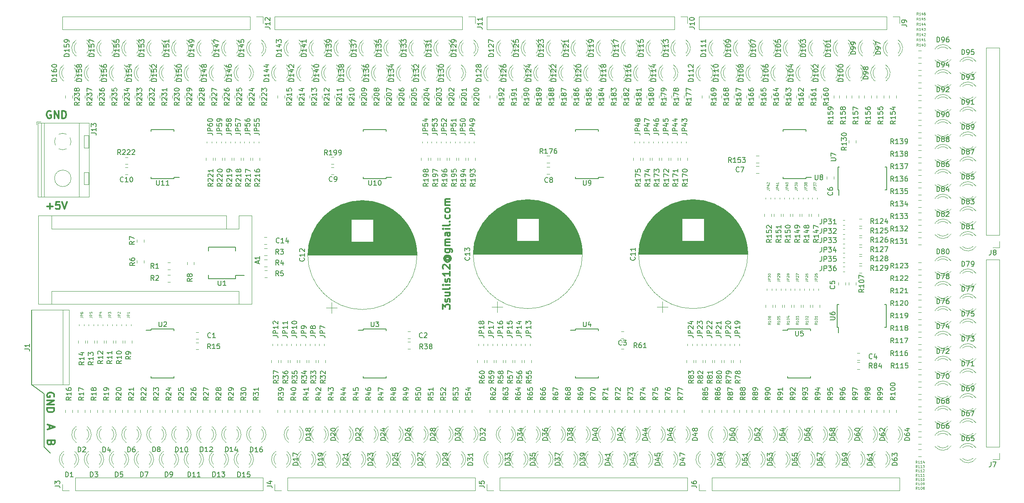
<source format=gto>
G04 #@! TF.GenerationSoftware,KiCad,Pcbnew,(5.0.0)*
G04 #@! TF.CreationDate,2019-05-11T02:31:08+07:00*
G04 #@! TF.ProjectId,Dmx512,446D783531322E6B696361645F706362,rev?*
G04 #@! TF.SameCoordinates,Original*
G04 #@! TF.FileFunction,Legend,Top*
G04 #@! TF.FilePolarity,Positive*
%FSLAX46Y46*%
G04 Gerber Fmt 4.6, Leading zero omitted, Abs format (unit mm)*
G04 Created by KiCad (PCBNEW (5.0.0)) date 05/11/19 02:31:08*
%MOMM*%
%LPD*%
G01*
G04 APERTURE LIST*
%ADD10C,0.300000*%
%ADD11C,0.200000*%
%ADD12C,0.375000*%
%ADD13C,0.120000*%
%ADD14C,0.150000*%
%ADD15C,0.125000*%
G04 APERTURE END LIST*
D10*
X129353571Y-111651428D02*
X129353571Y-110722857D01*
X129925000Y-111222857D01*
X129925000Y-111008571D01*
X129996428Y-110865714D01*
X130067857Y-110794285D01*
X130210714Y-110722857D01*
X130567857Y-110722857D01*
X130710714Y-110794285D01*
X130782142Y-110865714D01*
X130853571Y-111008571D01*
X130853571Y-111437142D01*
X130782142Y-111580000D01*
X130710714Y-111651428D01*
X130782142Y-110151428D02*
X130853571Y-110008571D01*
X130853571Y-109722857D01*
X130782142Y-109580000D01*
X130639285Y-109508571D01*
X130567857Y-109508571D01*
X130425000Y-109580000D01*
X130353571Y-109722857D01*
X130353571Y-109937142D01*
X130282142Y-110080000D01*
X130139285Y-110151428D01*
X130067857Y-110151428D01*
X129925000Y-110080000D01*
X129853571Y-109937142D01*
X129853571Y-109722857D01*
X129925000Y-109580000D01*
X129853571Y-108222857D02*
X130853571Y-108222857D01*
X129853571Y-108865714D02*
X130639285Y-108865714D01*
X130782142Y-108794285D01*
X130853571Y-108651428D01*
X130853571Y-108437142D01*
X130782142Y-108294285D01*
X130710714Y-108222857D01*
X130853571Y-107294285D02*
X130782142Y-107437142D01*
X130639285Y-107508571D01*
X129353571Y-107508571D01*
X130853571Y-106722857D02*
X129853571Y-106722857D01*
X129353571Y-106722857D02*
X129425000Y-106794285D01*
X129496428Y-106722857D01*
X129425000Y-106651428D01*
X129353571Y-106722857D01*
X129496428Y-106722857D01*
X130782142Y-106080000D02*
X130853571Y-105937142D01*
X130853571Y-105651428D01*
X130782142Y-105508571D01*
X130639285Y-105437142D01*
X130567857Y-105437142D01*
X130425000Y-105508571D01*
X130353571Y-105651428D01*
X130353571Y-105865714D01*
X130282142Y-106008571D01*
X130139285Y-106080000D01*
X130067857Y-106080000D01*
X129925000Y-106008571D01*
X129853571Y-105865714D01*
X129853571Y-105651428D01*
X129925000Y-105508571D01*
X130853571Y-104008571D02*
X130853571Y-104865714D01*
X130853571Y-104437142D02*
X129353571Y-104437142D01*
X129567857Y-104580000D01*
X129710714Y-104722857D01*
X129782142Y-104865714D01*
X129496428Y-103437142D02*
X129425000Y-103365714D01*
X129353571Y-103222857D01*
X129353571Y-102865714D01*
X129425000Y-102722857D01*
X129496428Y-102651428D01*
X129639285Y-102580000D01*
X129782142Y-102580000D01*
X129996428Y-102651428D01*
X130853571Y-103508571D01*
X130853571Y-102580000D01*
X130139285Y-101008571D02*
X130067857Y-101080000D01*
X129996428Y-101222857D01*
X129996428Y-101365714D01*
X130067857Y-101508571D01*
X130139285Y-101580000D01*
X130282142Y-101651428D01*
X130425000Y-101651428D01*
X130567857Y-101580000D01*
X130639285Y-101508571D01*
X130710714Y-101365714D01*
X130710714Y-101222857D01*
X130639285Y-101080000D01*
X130567857Y-101008571D01*
X129996428Y-101008571D02*
X130567857Y-101008571D01*
X130639285Y-100937142D01*
X130639285Y-100865714D01*
X130567857Y-100722857D01*
X130425000Y-100651428D01*
X130067857Y-100651428D01*
X129853571Y-100794285D01*
X129710714Y-101008571D01*
X129639285Y-101294285D01*
X129710714Y-101580000D01*
X129853571Y-101794285D01*
X130067857Y-101937142D01*
X130353571Y-102008571D01*
X130639285Y-101937142D01*
X130853571Y-101794285D01*
X130996428Y-101580000D01*
X131067857Y-101294285D01*
X130996428Y-101008571D01*
X130853571Y-100794285D01*
X129853571Y-99365714D02*
X131067857Y-99365714D01*
X131210714Y-99437142D01*
X131282142Y-99508571D01*
X131353571Y-99651428D01*
X131353571Y-99865714D01*
X131282142Y-100008571D01*
X130782142Y-99365714D02*
X130853571Y-99508571D01*
X130853571Y-99794285D01*
X130782142Y-99937142D01*
X130710714Y-100008571D01*
X130567857Y-100080000D01*
X130139285Y-100080000D01*
X129996428Y-100008571D01*
X129925000Y-99937142D01*
X129853571Y-99794285D01*
X129853571Y-99508571D01*
X129925000Y-99365714D01*
X130853571Y-98651428D02*
X129853571Y-98651428D01*
X129996428Y-98651428D02*
X129925000Y-98580000D01*
X129853571Y-98437142D01*
X129853571Y-98222857D01*
X129925000Y-98080000D01*
X130067857Y-98008571D01*
X130853571Y-98008571D01*
X130067857Y-98008571D02*
X129925000Y-97937142D01*
X129853571Y-97794285D01*
X129853571Y-97580000D01*
X129925000Y-97437142D01*
X130067857Y-97365714D01*
X130853571Y-97365714D01*
X130853571Y-96008571D02*
X130067857Y-96008571D01*
X129925000Y-96080000D01*
X129853571Y-96222857D01*
X129853571Y-96508571D01*
X129925000Y-96651428D01*
X130782142Y-96008571D02*
X130853571Y-96151428D01*
X130853571Y-96508571D01*
X130782142Y-96651428D01*
X130639285Y-96722857D01*
X130496428Y-96722857D01*
X130353571Y-96651428D01*
X130282142Y-96508571D01*
X130282142Y-96151428D01*
X130210714Y-96008571D01*
X130853571Y-95294285D02*
X129853571Y-95294285D01*
X129353571Y-95294285D02*
X129425000Y-95365714D01*
X129496428Y-95294285D01*
X129425000Y-95222857D01*
X129353571Y-95294285D01*
X129496428Y-95294285D01*
X130853571Y-94365714D02*
X130782142Y-94508571D01*
X130639285Y-94580000D01*
X129353571Y-94580000D01*
X130710714Y-93794285D02*
X130782142Y-93722857D01*
X130853571Y-93794285D01*
X130782142Y-93865714D01*
X130710714Y-93794285D01*
X130853571Y-93794285D01*
X130782142Y-92437142D02*
X130853571Y-92580000D01*
X130853571Y-92865714D01*
X130782142Y-93008571D01*
X130710714Y-93080000D01*
X130567857Y-93151428D01*
X130139285Y-93151428D01*
X129996428Y-93080000D01*
X129925000Y-93008571D01*
X129853571Y-92865714D01*
X129853571Y-92580000D01*
X129925000Y-92437142D01*
X130853571Y-91580000D02*
X130782142Y-91722857D01*
X130710714Y-91794285D01*
X130567857Y-91865714D01*
X130139285Y-91865714D01*
X129996428Y-91794285D01*
X129925000Y-91722857D01*
X129853571Y-91580000D01*
X129853571Y-91365714D01*
X129925000Y-91222857D01*
X129996428Y-91151428D01*
X130139285Y-91080000D01*
X130567857Y-91080000D01*
X130710714Y-91151428D01*
X130782142Y-91222857D01*
X130853571Y-91365714D01*
X130853571Y-91580000D01*
X130853571Y-90437142D02*
X129853571Y-90437142D01*
X129996428Y-90437142D02*
X129925000Y-90365714D01*
X129853571Y-90222857D01*
X129853571Y-90008571D01*
X129925000Y-89865714D01*
X130067857Y-89794285D01*
X130853571Y-89794285D01*
X130067857Y-89794285D02*
X129925000Y-89722857D01*
X129853571Y-89580000D01*
X129853571Y-89365714D01*
X129925000Y-89222857D01*
X130067857Y-89151428D01*
X130853571Y-89151428D01*
D11*
X45720000Y-127000000D02*
X45720000Y-111760000D01*
X48260000Y-128905000D02*
X45720000Y-127000000D01*
X48260000Y-139700000D02*
X48260000Y-128905000D01*
X49530000Y-140970000D02*
X48260000Y-139700000D01*
D12*
X49737142Y-138887142D02*
X49665714Y-139101428D01*
X49594285Y-139172857D01*
X49451428Y-139244285D01*
X49237142Y-139244285D01*
X49094285Y-139172857D01*
X49022857Y-139101428D01*
X48951428Y-138958571D01*
X48951428Y-138387142D01*
X50451428Y-138387142D01*
X50451428Y-138887142D01*
X50380000Y-139030000D01*
X50308571Y-139101428D01*
X50165714Y-139172857D01*
X50022857Y-139172857D01*
X49880000Y-139101428D01*
X49808571Y-139030000D01*
X49737142Y-138887142D01*
X49737142Y-138387142D01*
X49380000Y-135322857D02*
X49380000Y-136037142D01*
X48951428Y-135180000D02*
X50451428Y-135680000D01*
X48951428Y-136180000D01*
X50270000Y-129507142D02*
X50341428Y-129364285D01*
X50341428Y-129150000D01*
X50270000Y-128935714D01*
X50127142Y-128792857D01*
X49984285Y-128721428D01*
X49698571Y-128650000D01*
X49484285Y-128650000D01*
X49198571Y-128721428D01*
X49055714Y-128792857D01*
X48912857Y-128935714D01*
X48841428Y-129150000D01*
X48841428Y-129292857D01*
X48912857Y-129507142D01*
X48984285Y-129578571D01*
X49484285Y-129578571D01*
X49484285Y-129292857D01*
X48841428Y-130221428D02*
X50341428Y-130221428D01*
X48841428Y-131078571D01*
X50341428Y-131078571D01*
X48841428Y-131792857D02*
X50341428Y-131792857D01*
X50341428Y-132150000D01*
X50270000Y-132364285D01*
X50127142Y-132507142D01*
X49984285Y-132578571D01*
X49698571Y-132650000D01*
X49484285Y-132650000D01*
X49198571Y-132578571D01*
X49055714Y-132507142D01*
X48912857Y-132364285D01*
X48841428Y-132150000D01*
X48841428Y-131792857D01*
X48871428Y-90677142D02*
X50014285Y-90677142D01*
X49442857Y-91248571D02*
X49442857Y-90105714D01*
X51442857Y-89748571D02*
X50728571Y-89748571D01*
X50657142Y-90462857D01*
X50728571Y-90391428D01*
X50871428Y-90320000D01*
X51228571Y-90320000D01*
X51371428Y-90391428D01*
X51442857Y-90462857D01*
X51514285Y-90605714D01*
X51514285Y-90962857D01*
X51442857Y-91105714D01*
X51371428Y-91177142D01*
X51228571Y-91248571D01*
X50871428Y-91248571D01*
X50728571Y-91177142D01*
X50657142Y-91105714D01*
X51942857Y-89748571D02*
X52442857Y-91248571D01*
X52942857Y-89748571D01*
X49637142Y-71290000D02*
X49494285Y-71218571D01*
X49280000Y-71218571D01*
X49065714Y-71290000D01*
X48922857Y-71432857D01*
X48851428Y-71575714D01*
X48780000Y-71861428D01*
X48780000Y-72075714D01*
X48851428Y-72361428D01*
X48922857Y-72504285D01*
X49065714Y-72647142D01*
X49280000Y-72718571D01*
X49422857Y-72718571D01*
X49637142Y-72647142D01*
X49708571Y-72575714D01*
X49708571Y-72075714D01*
X49422857Y-72075714D01*
X50351428Y-72718571D02*
X50351428Y-71218571D01*
X51208571Y-72718571D01*
X51208571Y-71218571D01*
X51922857Y-72718571D02*
X51922857Y-71218571D01*
X52280000Y-71218571D01*
X52494285Y-71290000D01*
X52637142Y-71432857D01*
X52708571Y-71575714D01*
X52780000Y-71861428D01*
X52780000Y-72075714D01*
X52708571Y-72361428D01*
X52637142Y-72504285D01*
X52494285Y-72647142D01*
X52280000Y-72718571D01*
X51922857Y-72718571D01*
D13*
G04 #@! TO.C,D106*
X199200000Y-65060000D02*
X199356000Y-65060000D01*
X196884000Y-65060000D02*
X197040000Y-65060000D01*
X199199837Y-62458870D02*
G75*
G02X199200000Y-64540961I-1079837J-1041130D01*
G01*
X197040163Y-62458870D02*
G75*
G03X197040000Y-64540961I1079837J-1041130D01*
G01*
X199198608Y-61827665D02*
G75*
G02X199355516Y-65060000I-1078608J-1672335D01*
G01*
X197041392Y-61827665D02*
G75*
G03X196884484Y-65060000I1078608J-1672335D01*
G01*
G04 #@! TO.C,R20*
X64210000Y-132731252D02*
X64210000Y-132208748D01*
X62790000Y-132731252D02*
X62790000Y-132208748D01*
G04 #@! TO.C,R23*
X71830000Y-132731252D02*
X71830000Y-132208748D01*
X70410000Y-132731252D02*
X70410000Y-132208748D01*
G04 #@! TO.C,R25*
X76910000Y-132731252D02*
X76910000Y-132208748D01*
X75490000Y-132731252D02*
X75490000Y-132208748D01*
G04 #@! TO.C,R26*
X79450000Y-132731252D02*
X79450000Y-132208748D01*
X78030000Y-132731252D02*
X78030000Y-132208748D01*
G04 #@! TO.C,R19*
X61670000Y-132731252D02*
X61670000Y-132208748D01*
X60250000Y-132731252D02*
X60250000Y-132208748D01*
G04 #@! TO.C,R27*
X81990000Y-132731252D02*
X81990000Y-132208748D01*
X80570000Y-132731252D02*
X80570000Y-132208748D01*
G04 #@! TO.C,R28*
X84530000Y-132731252D02*
X84530000Y-132208748D01*
X83110000Y-132731252D02*
X83110000Y-132208748D01*
G04 #@! TO.C,R29*
X87070000Y-132731252D02*
X87070000Y-132208748D01*
X85650000Y-132731252D02*
X85650000Y-132208748D01*
G04 #@! TO.C,R30*
X89610000Y-132731252D02*
X89610000Y-132208748D01*
X88190000Y-132731252D02*
X88190000Y-132208748D01*
G04 #@! TO.C,R31*
X90730000Y-132731252D02*
X90730000Y-132208748D01*
X92150000Y-132731252D02*
X92150000Y-132208748D01*
G04 #@! TO.C,R15*
X79163748Y-119850000D02*
X79686252Y-119850000D01*
X79163748Y-118430000D02*
X79686252Y-118430000D01*
G04 #@! TO.C,R22*
X69290000Y-132731252D02*
X69290000Y-132208748D01*
X67870000Y-132731252D02*
X67870000Y-132208748D01*
G04 #@! TO.C,R16*
X54050000Y-132731252D02*
X54050000Y-132208748D01*
X52630000Y-132731252D02*
X52630000Y-132208748D01*
G04 #@! TO.C,R18*
X59130000Y-132731252D02*
X59130000Y-132208748D01*
X57710000Y-132731252D02*
X57710000Y-132208748D01*
G04 #@! TO.C,R21*
X66750000Y-132731252D02*
X66750000Y-132208748D01*
X65330000Y-132731252D02*
X65330000Y-132208748D01*
G04 #@! TO.C,R24*
X74370000Y-132731252D02*
X74370000Y-132208748D01*
X72950000Y-132731252D02*
X72950000Y-132208748D01*
G04 #@! TO.C,R17*
X55170000Y-132731252D02*
X55170000Y-132208748D01*
X56590000Y-132731252D02*
X56590000Y-132208748D01*
D14*
G04 #@! TO.C,U2*
X70065000Y-115675000D02*
X70065000Y-115900000D01*
X74715000Y-115675000D02*
X74715000Y-116000000D01*
X74715000Y-125625000D02*
X74715000Y-125300000D01*
X70065000Y-125625000D02*
X70065000Y-125300000D01*
X70065000Y-115675000D02*
X74715000Y-115675000D01*
X70065000Y-125625000D02*
X74715000Y-125625000D01*
X70065000Y-115900000D02*
X68990000Y-115900000D01*
D13*
G04 #@! TO.C,D7*
X67500000Y-140680000D02*
X67344000Y-140680000D01*
X69816000Y-140680000D02*
X69660000Y-140680000D01*
X67500163Y-143281130D02*
G75*
G02X67500000Y-141199039I1079837J1041130D01*
G01*
X69659837Y-143281130D02*
G75*
G03X69660000Y-141199039I-1079837J1041130D01*
G01*
X67501392Y-143912335D02*
G75*
G02X67344484Y-140680000I1078608J1672335D01*
G01*
X69658608Y-143912335D02*
G75*
G03X69815516Y-140680000I-1078608J1672335D01*
G01*
G04 #@! TO.C,D1*
X52260000Y-140680000D02*
X52104000Y-140680000D01*
X54576000Y-140680000D02*
X54420000Y-140680000D01*
X52260163Y-143281130D02*
G75*
G02X52260000Y-141199039I1079837J1041130D01*
G01*
X54419837Y-143281130D02*
G75*
G03X54420000Y-141199039I-1079837J1041130D01*
G01*
X52261392Y-143912335D02*
G75*
G02X52104484Y-140680000I1078608J1672335D01*
G01*
X54418608Y-143912335D02*
G75*
G03X54575516Y-140680000I-1078608J1672335D01*
G01*
G04 #@! TO.C,C1*
X79696252Y-116320000D02*
X79173748Y-116320000D01*
X79696252Y-117740000D02*
X79173748Y-117740000D01*
G04 #@! TO.C,D2*
X56958608Y-138832335D02*
G75*
G03X57115516Y-135600000I-1078608J1672335D01*
G01*
X54801392Y-138832335D02*
G75*
G02X54644484Y-135600000I1078608J1672335D01*
G01*
X56959837Y-138201130D02*
G75*
G03X56960000Y-136119039I-1079837J1041130D01*
G01*
X54800163Y-138201130D02*
G75*
G02X54800000Y-136119039I1079837J1041130D01*
G01*
X57116000Y-135600000D02*
X56960000Y-135600000D01*
X54800000Y-135600000D02*
X54644000Y-135600000D01*
G04 #@! TO.C,D3*
X57340000Y-140680000D02*
X57184000Y-140680000D01*
X59656000Y-140680000D02*
X59500000Y-140680000D01*
X57340163Y-143281130D02*
G75*
G02X57340000Y-141199039I1079837J1041130D01*
G01*
X59499837Y-143281130D02*
G75*
G03X59500000Y-141199039I-1079837J1041130D01*
G01*
X57341392Y-143912335D02*
G75*
G02X57184484Y-140680000I1078608J1672335D01*
G01*
X59498608Y-143912335D02*
G75*
G03X59655516Y-140680000I-1078608J1672335D01*
G01*
G04 #@! TO.C,D4*
X62038608Y-138832335D02*
G75*
G03X62195516Y-135600000I-1078608J1672335D01*
G01*
X59881392Y-138832335D02*
G75*
G02X59724484Y-135600000I1078608J1672335D01*
G01*
X62039837Y-138201130D02*
G75*
G03X62040000Y-136119039I-1079837J1041130D01*
G01*
X59880163Y-138201130D02*
G75*
G02X59880000Y-136119039I1079837J1041130D01*
G01*
X62196000Y-135600000D02*
X62040000Y-135600000D01*
X59880000Y-135600000D02*
X59724000Y-135600000D01*
G04 #@! TO.C,D5*
X62420000Y-140680000D02*
X62264000Y-140680000D01*
X64736000Y-140680000D02*
X64580000Y-140680000D01*
X62420163Y-143281130D02*
G75*
G02X62420000Y-141199039I1079837J1041130D01*
G01*
X64579837Y-143281130D02*
G75*
G03X64580000Y-141199039I-1079837J1041130D01*
G01*
X62421392Y-143912335D02*
G75*
G02X62264484Y-140680000I1078608J1672335D01*
G01*
X64578608Y-143912335D02*
G75*
G03X64735516Y-140680000I-1078608J1672335D01*
G01*
G04 #@! TO.C,D6*
X67118608Y-138832335D02*
G75*
G03X67275516Y-135600000I-1078608J1672335D01*
G01*
X64961392Y-138832335D02*
G75*
G02X64804484Y-135600000I1078608J1672335D01*
G01*
X67119837Y-138201130D02*
G75*
G03X67120000Y-136119039I-1079837J1041130D01*
G01*
X64960163Y-138201130D02*
G75*
G02X64960000Y-136119039I1079837J1041130D01*
G01*
X67276000Y-135600000D02*
X67120000Y-135600000D01*
X64960000Y-135600000D02*
X64804000Y-135600000D01*
G04 #@! TO.C,D8*
X72198608Y-138832335D02*
G75*
G03X72355516Y-135600000I-1078608J1672335D01*
G01*
X70041392Y-138832335D02*
G75*
G02X69884484Y-135600000I1078608J1672335D01*
G01*
X72199837Y-138201130D02*
G75*
G03X72200000Y-136119039I-1079837J1041130D01*
G01*
X70040163Y-138201130D02*
G75*
G02X70040000Y-136119039I1079837J1041130D01*
G01*
X72356000Y-135600000D02*
X72200000Y-135600000D01*
X70040000Y-135600000D02*
X69884000Y-135600000D01*
G04 #@! TO.C,D9*
X72580000Y-140680000D02*
X72424000Y-140680000D01*
X74896000Y-140680000D02*
X74740000Y-140680000D01*
X72580163Y-143281130D02*
G75*
G02X72580000Y-141199039I1079837J1041130D01*
G01*
X74739837Y-143281130D02*
G75*
G03X74740000Y-141199039I-1079837J1041130D01*
G01*
X72581392Y-143912335D02*
G75*
G02X72424484Y-140680000I1078608J1672335D01*
G01*
X74738608Y-143912335D02*
G75*
G03X74895516Y-140680000I-1078608J1672335D01*
G01*
G04 #@! TO.C,D10*
X77278608Y-138832335D02*
G75*
G03X77435516Y-135600000I-1078608J1672335D01*
G01*
X75121392Y-138832335D02*
G75*
G02X74964484Y-135600000I1078608J1672335D01*
G01*
X77279837Y-138201130D02*
G75*
G03X77280000Y-136119039I-1079837J1041130D01*
G01*
X75120163Y-138201130D02*
G75*
G02X75120000Y-136119039I1079837J1041130D01*
G01*
X77436000Y-135600000D02*
X77280000Y-135600000D01*
X75120000Y-135600000D02*
X74964000Y-135600000D01*
G04 #@! TO.C,D15*
X89978608Y-143912335D02*
G75*
G03X90135516Y-140680000I-1078608J1672335D01*
G01*
X87821392Y-143912335D02*
G75*
G02X87664484Y-140680000I1078608J1672335D01*
G01*
X89979837Y-143281130D02*
G75*
G03X89980000Y-141199039I-1079837J1041130D01*
G01*
X87820163Y-143281130D02*
G75*
G02X87820000Y-141199039I1079837J1041130D01*
G01*
X90136000Y-140680000D02*
X89980000Y-140680000D01*
X87820000Y-140680000D02*
X87664000Y-140680000D01*
G04 #@! TO.C,D14*
X85280000Y-135600000D02*
X85124000Y-135600000D01*
X87596000Y-135600000D02*
X87440000Y-135600000D01*
X85280163Y-138201130D02*
G75*
G02X85280000Y-136119039I1079837J1041130D01*
G01*
X87439837Y-138201130D02*
G75*
G03X87440000Y-136119039I-1079837J1041130D01*
G01*
X85281392Y-138832335D02*
G75*
G02X85124484Y-135600000I1078608J1672335D01*
G01*
X87438608Y-138832335D02*
G75*
G03X87595516Y-135600000I-1078608J1672335D01*
G01*
G04 #@! TO.C,D11*
X77660000Y-140680000D02*
X77504000Y-140680000D01*
X79976000Y-140680000D02*
X79820000Y-140680000D01*
X77660163Y-143281130D02*
G75*
G02X77660000Y-141199039I1079837J1041130D01*
G01*
X79819837Y-143281130D02*
G75*
G03X79820000Y-141199039I-1079837J1041130D01*
G01*
X77661392Y-143912335D02*
G75*
G02X77504484Y-140680000I1078608J1672335D01*
G01*
X79818608Y-143912335D02*
G75*
G03X79975516Y-140680000I-1078608J1672335D01*
G01*
G04 #@! TO.C,D12*
X80200000Y-135600000D02*
X80044000Y-135600000D01*
X82516000Y-135600000D02*
X82360000Y-135600000D01*
X80200163Y-138201130D02*
G75*
G02X80200000Y-136119039I1079837J1041130D01*
G01*
X82359837Y-138201130D02*
G75*
G03X82360000Y-136119039I-1079837J1041130D01*
G01*
X80201392Y-138832335D02*
G75*
G02X80044484Y-135600000I1078608J1672335D01*
G01*
X82358608Y-138832335D02*
G75*
G03X82515516Y-135600000I-1078608J1672335D01*
G01*
G04 #@! TO.C,D13*
X82740000Y-140680000D02*
X82584000Y-140680000D01*
X85056000Y-140680000D02*
X84900000Y-140680000D01*
X82740163Y-143281130D02*
G75*
G02X82740000Y-141199039I1079837J1041130D01*
G01*
X84899837Y-143281130D02*
G75*
G03X84900000Y-141199039I-1079837J1041130D01*
G01*
X82741392Y-143912335D02*
G75*
G02X82584484Y-140680000I1078608J1672335D01*
G01*
X84898608Y-143912335D02*
G75*
G03X85055516Y-140680000I-1078608J1672335D01*
G01*
G04 #@! TO.C,D16*
X92518608Y-138832335D02*
G75*
G03X92675516Y-135600000I-1078608J1672335D01*
G01*
X90361392Y-138832335D02*
G75*
G02X90204484Y-135600000I1078608J1672335D01*
G01*
X92519837Y-138201130D02*
G75*
G03X92520000Y-136119039I-1079837J1041130D01*
G01*
X90360163Y-138201130D02*
G75*
G02X90360000Y-136119039I1079837J1041130D01*
G01*
X92676000Y-135600000D02*
X92520000Y-135600000D01*
X90360000Y-135600000D02*
X90204000Y-135600000D01*
G04 #@! TO.C,A1*
X85350000Y-95250000D02*
X87890000Y-95250000D01*
X87890000Y-95250000D02*
X87890000Y-92580000D01*
X85350000Y-92580000D02*
X47120000Y-92580000D01*
X90560000Y-92580000D02*
X87890000Y-92580000D01*
X87890000Y-107950000D02*
X87890000Y-110620000D01*
X87890000Y-107950000D02*
X49790000Y-107950000D01*
X49790000Y-107950000D02*
X49790000Y-110620000D01*
X85350000Y-95250000D02*
X85350000Y-92580000D01*
X85350000Y-95250000D02*
X49790000Y-95250000D01*
X49790000Y-95250000D02*
X49790000Y-92580000D01*
X47120000Y-92580000D02*
X47120000Y-110620000D01*
X47120000Y-110620000D02*
X90560000Y-110620000D01*
X90560000Y-110620000D02*
X90560000Y-92580000D01*
G04 #@! TO.C,R1*
X73921252Y-102160000D02*
X73398748Y-102160000D01*
X73921252Y-103580000D02*
X73398748Y-103580000D01*
G04 #@! TO.C,R2*
X73921252Y-106120000D02*
X73398748Y-106120000D01*
X73921252Y-104700000D02*
X73398748Y-104700000D01*
G04 #@! TO.C,R3*
X93611252Y-100695000D02*
X93088748Y-100695000D01*
X93611252Y-99275000D02*
X93088748Y-99275000D01*
G04 #@! TO.C,R4*
X93611252Y-101520000D02*
X93088748Y-101520000D01*
X93611252Y-102940000D02*
X93088748Y-102940000D01*
G04 #@! TO.C,R5*
X93631252Y-105185000D02*
X93108748Y-105185000D01*
X93631252Y-103765000D02*
X93108748Y-103765000D01*
G04 #@! TO.C,R6*
X68600000Y-102226252D02*
X68600000Y-101703748D01*
X67180000Y-102226252D02*
X67180000Y-101703748D01*
G04 #@! TO.C,R7*
X67160000Y-97473748D02*
X67160000Y-97996252D01*
X68580000Y-97473748D02*
X68580000Y-97996252D01*
G04 #@! TO.C,R8*
X77370000Y-102023748D02*
X77370000Y-102546252D01*
X78790000Y-102023748D02*
X78790000Y-102546252D01*
D14*
G04 #@! TO.C,U1*
X87205000Y-105440000D02*
X87205000Y-104785000D01*
X81705000Y-105440000D02*
X81705000Y-104690000D01*
X81705000Y-99030000D02*
X81705000Y-99780000D01*
X87205000Y-99030000D02*
X87205000Y-99780000D01*
X87205000Y-105440000D02*
X81705000Y-105440000D01*
X87205000Y-99030000D02*
X81705000Y-99030000D01*
X87205000Y-104785000D02*
X88955000Y-104785000D01*
D13*
G04 #@! TO.C,C2*
X122776252Y-117590000D02*
X122253748Y-117590000D01*
X122776252Y-116170000D02*
X122253748Y-116170000D01*
G04 #@! TO.C,C3*
X166231252Y-117590000D02*
X165708748Y-117590000D01*
X166231252Y-116170000D02*
X165708748Y-116170000D01*
G04 #@! TO.C,C4*
X214256252Y-120575000D02*
X213733748Y-120575000D01*
X214256252Y-121995000D02*
X213733748Y-121995000D01*
G04 #@! TO.C,D17*
X95440000Y-140680000D02*
X95284000Y-140680000D01*
X97756000Y-140680000D02*
X97600000Y-140680000D01*
X95440163Y-143281130D02*
G75*
G02X95440000Y-141199039I1079837J1041130D01*
G01*
X97599837Y-143281130D02*
G75*
G03X97600000Y-141199039I-1079837J1041130D01*
G01*
X95441392Y-143912335D02*
G75*
G02X95284484Y-140680000I1078608J1672335D01*
G01*
X97598608Y-143912335D02*
G75*
G03X97755516Y-140680000I-1078608J1672335D01*
G01*
G04 #@! TO.C,D18*
X98000000Y-135600000D02*
X97844000Y-135600000D01*
X100316000Y-135600000D02*
X100160000Y-135600000D01*
X98000163Y-138201130D02*
G75*
G02X98000000Y-136119039I1079837J1041130D01*
G01*
X100159837Y-138201130D02*
G75*
G03X100160000Y-136119039I-1079837J1041130D01*
G01*
X98001392Y-138832335D02*
G75*
G02X97844484Y-135600000I1078608J1672335D01*
G01*
X100158608Y-138832335D02*
G75*
G03X100315516Y-135600000I-1078608J1672335D01*
G01*
G04 #@! TO.C,D19*
X100520000Y-140680000D02*
X100364000Y-140680000D01*
X102836000Y-140680000D02*
X102680000Y-140680000D01*
X100520163Y-143281130D02*
G75*
G02X100520000Y-141199039I1079837J1041130D01*
G01*
X102679837Y-143281130D02*
G75*
G03X102680000Y-141199039I-1079837J1041130D01*
G01*
X100521392Y-143912335D02*
G75*
G02X100364484Y-140680000I1078608J1672335D01*
G01*
X102678608Y-143912335D02*
G75*
G03X102835516Y-140680000I-1078608J1672335D01*
G01*
G04 #@! TO.C,D20*
X103077142Y-135600000D02*
X102921142Y-135600000D01*
X105393142Y-135600000D02*
X105237142Y-135600000D01*
X103077305Y-138201130D02*
G75*
G02X103077142Y-136119039I1079837J1041130D01*
G01*
X105236979Y-138201130D02*
G75*
G03X105237142Y-136119039I-1079837J1041130D01*
G01*
X103078534Y-138832335D02*
G75*
G02X102921626Y-135600000I1078608J1672335D01*
G01*
X105235750Y-138832335D02*
G75*
G03X105392658Y-135600000I-1078608J1672335D01*
G01*
G04 #@! TO.C,D21*
X107758608Y-143912335D02*
G75*
G03X107915516Y-140680000I-1078608J1672335D01*
G01*
X105601392Y-143912335D02*
G75*
G02X105444484Y-140680000I1078608J1672335D01*
G01*
X107759837Y-143281130D02*
G75*
G03X107760000Y-141199039I-1079837J1041130D01*
G01*
X105600163Y-143281130D02*
G75*
G02X105600000Y-141199039I1079837J1041130D01*
G01*
X107916000Y-140680000D02*
X107760000Y-140680000D01*
X105600000Y-140680000D02*
X105444000Y-140680000D01*
G04 #@! TO.C,D22*
X108154284Y-135600000D02*
X107998284Y-135600000D01*
X110470284Y-135600000D02*
X110314284Y-135600000D01*
X108154447Y-138201130D02*
G75*
G02X108154284Y-136119039I1079837J1041130D01*
G01*
X110314121Y-138201130D02*
G75*
G03X110314284Y-136119039I-1079837J1041130D01*
G01*
X108155676Y-138832335D02*
G75*
G02X107998768Y-135600000I1078608J1672335D01*
G01*
X110312892Y-138832335D02*
G75*
G03X110469800Y-135600000I-1078608J1672335D01*
G01*
G04 #@! TO.C,D23*
X110680000Y-140680000D02*
X110524000Y-140680000D01*
X112996000Y-140680000D02*
X112840000Y-140680000D01*
X110680163Y-143281130D02*
G75*
G02X110680000Y-141199039I1079837J1041130D01*
G01*
X112839837Y-143281130D02*
G75*
G03X112840000Y-141199039I-1079837J1041130D01*
G01*
X110681392Y-143912335D02*
G75*
G02X110524484Y-140680000I1078608J1672335D01*
G01*
X112838608Y-143912335D02*
G75*
G03X112995516Y-140680000I-1078608J1672335D01*
G01*
G04 #@! TO.C,D24*
X113231426Y-135600000D02*
X113075426Y-135600000D01*
X115547426Y-135600000D02*
X115391426Y-135600000D01*
X113231589Y-138201130D02*
G75*
G02X113231426Y-136119039I1079837J1041130D01*
G01*
X115391263Y-138201130D02*
G75*
G03X115391426Y-136119039I-1079837J1041130D01*
G01*
X113232818Y-138832335D02*
G75*
G02X113075910Y-135600000I1078608J1672335D01*
G01*
X115390034Y-138832335D02*
G75*
G03X115546942Y-135600000I-1078608J1672335D01*
G01*
G04 #@! TO.C,D25*
X117918608Y-143912335D02*
G75*
G03X118075516Y-140680000I-1078608J1672335D01*
G01*
X115761392Y-143912335D02*
G75*
G02X115604484Y-140680000I1078608J1672335D01*
G01*
X117919837Y-143281130D02*
G75*
G03X117920000Y-141199039I-1079837J1041130D01*
G01*
X115760163Y-143281130D02*
G75*
G02X115760000Y-141199039I1079837J1041130D01*
G01*
X118076000Y-140680000D02*
X117920000Y-140680000D01*
X115760000Y-140680000D02*
X115604000Y-140680000D01*
G04 #@! TO.C,D26*
X120467176Y-138832335D02*
G75*
G03X120624084Y-135600000I-1078608J1672335D01*
G01*
X118309960Y-138832335D02*
G75*
G02X118153052Y-135600000I1078608J1672335D01*
G01*
X120468405Y-138201130D02*
G75*
G03X120468568Y-136119039I-1079837J1041130D01*
G01*
X118308731Y-138201130D02*
G75*
G02X118308568Y-136119039I1079837J1041130D01*
G01*
X120624568Y-135600000D02*
X120468568Y-135600000D01*
X118308568Y-135600000D02*
X118152568Y-135600000D01*
G04 #@! TO.C,D27*
X122998608Y-143912335D02*
G75*
G03X123155516Y-140680000I-1078608J1672335D01*
G01*
X120841392Y-143912335D02*
G75*
G02X120684484Y-140680000I1078608J1672335D01*
G01*
X122999837Y-143281130D02*
G75*
G03X123000000Y-141199039I-1079837J1041130D01*
G01*
X120840163Y-143281130D02*
G75*
G02X120840000Y-141199039I1079837J1041130D01*
G01*
X123156000Y-140680000D02*
X123000000Y-140680000D01*
X120840000Y-140680000D02*
X120684000Y-140680000D01*
G04 #@! TO.C,D28*
X123385710Y-135600000D02*
X123229710Y-135600000D01*
X125701710Y-135600000D02*
X125545710Y-135600000D01*
X123385873Y-138201130D02*
G75*
G02X123385710Y-136119039I1079837J1041130D01*
G01*
X125545547Y-138201130D02*
G75*
G03X125545710Y-136119039I-1079837J1041130D01*
G01*
X123387102Y-138832335D02*
G75*
G02X123230194Y-135600000I1078608J1672335D01*
G01*
X125544318Y-138832335D02*
G75*
G03X125701226Y-135600000I-1078608J1672335D01*
G01*
G04 #@! TO.C,D29*
X125920000Y-140680000D02*
X125764000Y-140680000D01*
X128236000Y-140680000D02*
X128080000Y-140680000D01*
X125920163Y-143281130D02*
G75*
G02X125920000Y-141199039I1079837J1041130D01*
G01*
X128079837Y-143281130D02*
G75*
G03X128080000Y-141199039I-1079837J1041130D01*
G01*
X125921392Y-143912335D02*
G75*
G02X125764484Y-140680000I1078608J1672335D01*
G01*
X128078608Y-143912335D02*
G75*
G03X128235516Y-140680000I-1078608J1672335D01*
G01*
G04 #@! TO.C,D30*
X128462852Y-135600000D02*
X128306852Y-135600000D01*
X130778852Y-135600000D02*
X130622852Y-135600000D01*
X128463015Y-138201130D02*
G75*
G02X128462852Y-136119039I1079837J1041130D01*
G01*
X130622689Y-138201130D02*
G75*
G03X130622852Y-136119039I-1079837J1041130D01*
G01*
X128464244Y-138832335D02*
G75*
G02X128307336Y-135600000I1078608J1672335D01*
G01*
X130621460Y-138832335D02*
G75*
G03X130778368Y-135600000I-1078608J1672335D01*
G01*
G04 #@! TO.C,D31*
X133158608Y-143912335D02*
G75*
G03X133315516Y-140680000I-1078608J1672335D01*
G01*
X131001392Y-143912335D02*
G75*
G02X130844484Y-140680000I1078608J1672335D01*
G01*
X133159837Y-143281130D02*
G75*
G03X133160000Y-141199039I-1079837J1041130D01*
G01*
X131000163Y-143281130D02*
G75*
G02X131000000Y-141199039I1079837J1041130D01*
G01*
X133316000Y-140680000D02*
X133160000Y-140680000D01*
X131000000Y-140680000D02*
X130844000Y-140680000D01*
G04 #@! TO.C,D32*
X133540000Y-135600000D02*
X133384000Y-135600000D01*
X135856000Y-135600000D02*
X135700000Y-135600000D01*
X133540163Y-138201130D02*
G75*
G02X133540000Y-136119039I1079837J1041130D01*
G01*
X135699837Y-138201130D02*
G75*
G03X135700000Y-136119039I-1079837J1041130D01*
G01*
X133541392Y-138832335D02*
G75*
G02X133384484Y-135600000I1078608J1672335D01*
G01*
X135698608Y-138832335D02*
G75*
G03X135855516Y-135600000I-1078608J1672335D01*
G01*
G04 #@! TO.C,D33*
X140778608Y-143912335D02*
G75*
G03X140935516Y-140680000I-1078608J1672335D01*
G01*
X138621392Y-143912335D02*
G75*
G02X138464484Y-140680000I1078608J1672335D01*
G01*
X140779837Y-143281130D02*
G75*
G03X140780000Y-141199039I-1079837J1041130D01*
G01*
X138620163Y-143281130D02*
G75*
G02X138620000Y-141199039I1079837J1041130D01*
G01*
X140936000Y-140680000D02*
X140780000Y-140680000D01*
X138620000Y-140680000D02*
X138464000Y-140680000D01*
G04 #@! TO.C,D34*
X143318608Y-138832335D02*
G75*
G03X143475516Y-135600000I-1078608J1672335D01*
G01*
X141161392Y-138832335D02*
G75*
G02X141004484Y-135600000I1078608J1672335D01*
G01*
X143319837Y-138201130D02*
G75*
G03X143320000Y-136119039I-1079837J1041130D01*
G01*
X141160163Y-138201130D02*
G75*
G02X141160000Y-136119039I1079837J1041130D01*
G01*
X143476000Y-135600000D02*
X143320000Y-135600000D01*
X141160000Y-135600000D02*
X141004000Y-135600000D01*
G04 #@! TO.C,D35*
X145858608Y-143912335D02*
G75*
G03X146015516Y-140680000I-1078608J1672335D01*
G01*
X143701392Y-143912335D02*
G75*
G02X143544484Y-140680000I1078608J1672335D01*
G01*
X145859837Y-143281130D02*
G75*
G03X145860000Y-141199039I-1079837J1041130D01*
G01*
X143700163Y-143281130D02*
G75*
G02X143700000Y-141199039I1079837J1041130D01*
G01*
X146016000Y-140680000D02*
X145860000Y-140680000D01*
X143700000Y-140680000D02*
X143544000Y-140680000D01*
G04 #@! TO.C,D36*
X148398608Y-138832335D02*
G75*
G03X148555516Y-135600000I-1078608J1672335D01*
G01*
X146241392Y-138832335D02*
G75*
G02X146084484Y-135600000I1078608J1672335D01*
G01*
X148399837Y-138201130D02*
G75*
G03X148400000Y-136119039I-1079837J1041130D01*
G01*
X146240163Y-138201130D02*
G75*
G02X146240000Y-136119039I1079837J1041130D01*
G01*
X148556000Y-135600000D02*
X148400000Y-135600000D01*
X146240000Y-135600000D02*
X146084000Y-135600000D01*
G04 #@! TO.C,D37*
X148780000Y-140680000D02*
X148624000Y-140680000D01*
X151096000Y-140680000D02*
X150940000Y-140680000D01*
X148780163Y-143281130D02*
G75*
G02X148780000Y-141199039I1079837J1041130D01*
G01*
X150939837Y-143281130D02*
G75*
G03X150940000Y-141199039I-1079837J1041130D01*
G01*
X148781392Y-143912335D02*
G75*
G02X148624484Y-140680000I1078608J1672335D01*
G01*
X150938608Y-143912335D02*
G75*
G03X151095516Y-140680000I-1078608J1672335D01*
G01*
G04 #@! TO.C,D38*
X151320000Y-135600000D02*
X151164000Y-135600000D01*
X153636000Y-135600000D02*
X153480000Y-135600000D01*
X151320163Y-138201130D02*
G75*
G02X151320000Y-136119039I1079837J1041130D01*
G01*
X153479837Y-138201130D02*
G75*
G03X153480000Y-136119039I-1079837J1041130D01*
G01*
X151321392Y-138832335D02*
G75*
G02X151164484Y-135600000I1078608J1672335D01*
G01*
X153478608Y-138832335D02*
G75*
G03X153635516Y-135600000I-1078608J1672335D01*
G01*
G04 #@! TO.C,D39*
X153860000Y-140680000D02*
X153704000Y-140680000D01*
X156176000Y-140680000D02*
X156020000Y-140680000D01*
X153860163Y-143281130D02*
G75*
G02X153860000Y-141199039I1079837J1041130D01*
G01*
X156019837Y-143281130D02*
G75*
G03X156020000Y-141199039I-1079837J1041130D01*
G01*
X153861392Y-143912335D02*
G75*
G02X153704484Y-140680000I1078608J1672335D01*
G01*
X156018608Y-143912335D02*
G75*
G03X156175516Y-140680000I-1078608J1672335D01*
G01*
G04 #@! TO.C,D40*
X156400000Y-135600000D02*
X156244000Y-135600000D01*
X158716000Y-135600000D02*
X158560000Y-135600000D01*
X156400163Y-138201130D02*
G75*
G02X156400000Y-136119039I1079837J1041130D01*
G01*
X158559837Y-138201130D02*
G75*
G03X158560000Y-136119039I-1079837J1041130D01*
G01*
X156401392Y-138832335D02*
G75*
G02X156244484Y-135600000I1078608J1672335D01*
G01*
X158558608Y-138832335D02*
G75*
G03X158715516Y-135600000I-1078608J1672335D01*
G01*
G04 #@! TO.C,D41*
X158940000Y-140680000D02*
X158784000Y-140680000D01*
X161256000Y-140680000D02*
X161100000Y-140680000D01*
X158940163Y-143281130D02*
G75*
G02X158940000Y-141199039I1079837J1041130D01*
G01*
X161099837Y-143281130D02*
G75*
G03X161100000Y-141199039I-1079837J1041130D01*
G01*
X158941392Y-143912335D02*
G75*
G02X158784484Y-140680000I1078608J1672335D01*
G01*
X161098608Y-143912335D02*
G75*
G03X161255516Y-140680000I-1078608J1672335D01*
G01*
G04 #@! TO.C,D42*
X161480000Y-135600000D02*
X161324000Y-135600000D01*
X163796000Y-135600000D02*
X163640000Y-135600000D01*
X161480163Y-138201130D02*
G75*
G02X161480000Y-136119039I1079837J1041130D01*
G01*
X163639837Y-138201130D02*
G75*
G03X163640000Y-136119039I-1079837J1041130D01*
G01*
X161481392Y-138832335D02*
G75*
G02X161324484Y-135600000I1078608J1672335D01*
G01*
X163638608Y-138832335D02*
G75*
G03X163795516Y-135600000I-1078608J1672335D01*
G01*
G04 #@! TO.C,D43*
X164020000Y-140680000D02*
X163864000Y-140680000D01*
X166336000Y-140680000D02*
X166180000Y-140680000D01*
X164020163Y-143281130D02*
G75*
G02X164020000Y-141199039I1079837J1041130D01*
G01*
X166179837Y-143281130D02*
G75*
G03X166180000Y-141199039I-1079837J1041130D01*
G01*
X164021392Y-143912335D02*
G75*
G02X163864484Y-140680000I1078608J1672335D01*
G01*
X166178608Y-143912335D02*
G75*
G03X166335516Y-140680000I-1078608J1672335D01*
G01*
G04 #@! TO.C,D44*
X168718608Y-138832335D02*
G75*
G03X168875516Y-135600000I-1078608J1672335D01*
G01*
X166561392Y-138832335D02*
G75*
G02X166404484Y-135600000I1078608J1672335D01*
G01*
X168719837Y-138201130D02*
G75*
G03X168720000Y-136119039I-1079837J1041130D01*
G01*
X166560163Y-138201130D02*
G75*
G02X166560000Y-136119039I1079837J1041130D01*
G01*
X168876000Y-135600000D02*
X168720000Y-135600000D01*
X166560000Y-135600000D02*
X166404000Y-135600000D01*
G04 #@! TO.C,D45*
X169100000Y-140680000D02*
X168944000Y-140680000D01*
X171416000Y-140680000D02*
X171260000Y-140680000D01*
X169100163Y-143281130D02*
G75*
G02X169100000Y-141199039I1079837J1041130D01*
G01*
X171259837Y-143281130D02*
G75*
G03X171260000Y-141199039I-1079837J1041130D01*
G01*
X169101392Y-143912335D02*
G75*
G02X168944484Y-140680000I1078608J1672335D01*
G01*
X171258608Y-143912335D02*
G75*
G03X171415516Y-140680000I-1078608J1672335D01*
G01*
G04 #@! TO.C,D46*
X173798608Y-138832335D02*
G75*
G03X173955516Y-135600000I-1078608J1672335D01*
G01*
X171641392Y-138832335D02*
G75*
G02X171484484Y-135600000I1078608J1672335D01*
G01*
X173799837Y-138201130D02*
G75*
G03X173800000Y-136119039I-1079837J1041130D01*
G01*
X171640163Y-138201130D02*
G75*
G02X171640000Y-136119039I1079837J1041130D01*
G01*
X173956000Y-135600000D02*
X173800000Y-135600000D01*
X171640000Y-135600000D02*
X171484000Y-135600000D01*
G04 #@! TO.C,D47*
X176338608Y-143912335D02*
G75*
G03X176495516Y-140680000I-1078608J1672335D01*
G01*
X174181392Y-143912335D02*
G75*
G02X174024484Y-140680000I1078608J1672335D01*
G01*
X176339837Y-143281130D02*
G75*
G03X176340000Y-141199039I-1079837J1041130D01*
G01*
X174180163Y-143281130D02*
G75*
G02X174180000Y-141199039I1079837J1041130D01*
G01*
X176496000Y-140680000D02*
X176340000Y-140680000D01*
X174180000Y-140680000D02*
X174024000Y-140680000D01*
G04 #@! TO.C,D48*
X178878608Y-138832335D02*
G75*
G03X179035516Y-135600000I-1078608J1672335D01*
G01*
X176721392Y-138832335D02*
G75*
G02X176564484Y-135600000I1078608J1672335D01*
G01*
X178879837Y-138201130D02*
G75*
G03X178880000Y-136119039I-1079837J1041130D01*
G01*
X176720163Y-138201130D02*
G75*
G02X176720000Y-136119039I1079837J1041130D01*
G01*
X179036000Y-135600000D02*
X178880000Y-135600000D01*
X176720000Y-135600000D02*
X176564000Y-135600000D01*
G04 #@! TO.C,D49*
X183958608Y-143912335D02*
G75*
G03X184115516Y-140680000I-1078608J1672335D01*
G01*
X181801392Y-143912335D02*
G75*
G02X181644484Y-140680000I1078608J1672335D01*
G01*
X183959837Y-143281130D02*
G75*
G03X183960000Y-141199039I-1079837J1041130D01*
G01*
X181800163Y-143281130D02*
G75*
G02X181800000Y-141199039I1079837J1041130D01*
G01*
X184116000Y-140680000D02*
X183960000Y-140680000D01*
X181800000Y-140680000D02*
X181644000Y-140680000D01*
G04 #@! TO.C,D50*
X186498608Y-138832335D02*
G75*
G03X186655516Y-135600000I-1078608J1672335D01*
G01*
X184341392Y-138832335D02*
G75*
G02X184184484Y-135600000I1078608J1672335D01*
G01*
X186499837Y-138201130D02*
G75*
G03X186500000Y-136119039I-1079837J1041130D01*
G01*
X184340163Y-138201130D02*
G75*
G02X184340000Y-136119039I1079837J1041130D01*
G01*
X186656000Y-135600000D02*
X186500000Y-135600000D01*
X184340000Y-135600000D02*
X184184000Y-135600000D01*
G04 #@! TO.C,D51*
X189038608Y-143912335D02*
G75*
G03X189195516Y-140680000I-1078608J1672335D01*
G01*
X186881392Y-143912335D02*
G75*
G02X186724484Y-140680000I1078608J1672335D01*
G01*
X189039837Y-143281130D02*
G75*
G03X189040000Y-141199039I-1079837J1041130D01*
G01*
X186880163Y-143281130D02*
G75*
G02X186880000Y-141199039I1079837J1041130D01*
G01*
X189196000Y-140680000D02*
X189040000Y-140680000D01*
X186880000Y-140680000D02*
X186724000Y-140680000D01*
G04 #@! TO.C,D52*
X191578608Y-138832335D02*
G75*
G03X191735516Y-135600000I-1078608J1672335D01*
G01*
X189421392Y-138832335D02*
G75*
G02X189264484Y-135600000I1078608J1672335D01*
G01*
X191579837Y-138201130D02*
G75*
G03X191580000Y-136119039I-1079837J1041130D01*
G01*
X189420163Y-138201130D02*
G75*
G02X189420000Y-136119039I1079837J1041130D01*
G01*
X191736000Y-135600000D02*
X191580000Y-135600000D01*
X189420000Y-135600000D02*
X189264000Y-135600000D01*
G04 #@! TO.C,D53*
X191960000Y-140680000D02*
X191804000Y-140680000D01*
X194276000Y-140680000D02*
X194120000Y-140680000D01*
X191960163Y-143281130D02*
G75*
G02X191960000Y-141199039I1079837J1041130D01*
G01*
X194119837Y-143281130D02*
G75*
G03X194120000Y-141199039I-1079837J1041130D01*
G01*
X191961392Y-143912335D02*
G75*
G02X191804484Y-140680000I1078608J1672335D01*
G01*
X194118608Y-143912335D02*
G75*
G03X194275516Y-140680000I-1078608J1672335D01*
G01*
G04 #@! TO.C,D54*
X196658608Y-138832335D02*
G75*
G03X196815516Y-135600000I-1078608J1672335D01*
G01*
X194501392Y-138832335D02*
G75*
G02X194344484Y-135600000I1078608J1672335D01*
G01*
X196659837Y-138201130D02*
G75*
G03X196660000Y-136119039I-1079837J1041130D01*
G01*
X194500163Y-138201130D02*
G75*
G02X194500000Y-136119039I1079837J1041130D01*
G01*
X196816000Y-135600000D02*
X196660000Y-135600000D01*
X194500000Y-135600000D02*
X194344000Y-135600000D01*
G04 #@! TO.C,D55*
X197040000Y-140680000D02*
X196884000Y-140680000D01*
X199356000Y-140680000D02*
X199200000Y-140680000D01*
X197040163Y-143281130D02*
G75*
G02X197040000Y-141199039I1079837J1041130D01*
G01*
X199199837Y-143281130D02*
G75*
G03X199200000Y-141199039I-1079837J1041130D01*
G01*
X197041392Y-143912335D02*
G75*
G02X196884484Y-140680000I1078608J1672335D01*
G01*
X199198608Y-143912335D02*
G75*
G03X199355516Y-140680000I-1078608J1672335D01*
G01*
G04 #@! TO.C,D56*
X201738608Y-138832335D02*
G75*
G03X201895516Y-135600000I-1078608J1672335D01*
G01*
X199581392Y-138832335D02*
G75*
G02X199424484Y-135600000I1078608J1672335D01*
G01*
X201739837Y-138201130D02*
G75*
G03X201740000Y-136119039I-1079837J1041130D01*
G01*
X199580163Y-138201130D02*
G75*
G02X199580000Y-136119039I1079837J1041130D01*
G01*
X201896000Y-135600000D02*
X201740000Y-135600000D01*
X199580000Y-135600000D02*
X199424000Y-135600000D01*
G04 #@! TO.C,D57*
X202120000Y-140680000D02*
X201964000Y-140680000D01*
X204436000Y-140680000D02*
X204280000Y-140680000D01*
X202120163Y-143281130D02*
G75*
G02X202120000Y-141199039I1079837J1041130D01*
G01*
X204279837Y-143281130D02*
G75*
G03X204280000Y-141199039I-1079837J1041130D01*
G01*
X202121392Y-143912335D02*
G75*
G02X201964484Y-140680000I1078608J1672335D01*
G01*
X204278608Y-143912335D02*
G75*
G03X204435516Y-140680000I-1078608J1672335D01*
G01*
G04 #@! TO.C,D58*
X206818608Y-138832335D02*
G75*
G03X206975516Y-135600000I-1078608J1672335D01*
G01*
X204661392Y-138832335D02*
G75*
G02X204504484Y-135600000I1078608J1672335D01*
G01*
X206819837Y-138201130D02*
G75*
G03X206820000Y-136119039I-1079837J1041130D01*
G01*
X204660163Y-138201130D02*
G75*
G02X204660000Y-136119039I1079837J1041130D01*
G01*
X206976000Y-135600000D02*
X206820000Y-135600000D01*
X204660000Y-135600000D02*
X204504000Y-135600000D01*
G04 #@! TO.C,D59*
X207200000Y-140680000D02*
X207044000Y-140680000D01*
X209516000Y-140680000D02*
X209360000Y-140680000D01*
X207200163Y-143281130D02*
G75*
G02X207200000Y-141199039I1079837J1041130D01*
G01*
X209359837Y-143281130D02*
G75*
G03X209360000Y-141199039I-1079837J1041130D01*
G01*
X207201392Y-143912335D02*
G75*
G02X207044484Y-140680000I1078608J1672335D01*
G01*
X209358608Y-143912335D02*
G75*
G03X209515516Y-140680000I-1078608J1672335D01*
G01*
G04 #@! TO.C,D60*
X211898608Y-138832335D02*
G75*
G03X212055516Y-135600000I-1078608J1672335D01*
G01*
X209741392Y-138832335D02*
G75*
G02X209584484Y-135600000I1078608J1672335D01*
G01*
X211899837Y-138201130D02*
G75*
G03X211900000Y-136119039I-1079837J1041130D01*
G01*
X209740163Y-138201130D02*
G75*
G02X209740000Y-136119039I1079837J1041130D01*
G01*
X212056000Y-135600000D02*
X211900000Y-135600000D01*
X209740000Y-135600000D02*
X209584000Y-135600000D01*
G04 #@! TO.C,D61*
X214438608Y-143912335D02*
G75*
G03X214595516Y-140680000I-1078608J1672335D01*
G01*
X212281392Y-143912335D02*
G75*
G02X212124484Y-140680000I1078608J1672335D01*
G01*
X214439837Y-143281130D02*
G75*
G03X214440000Y-141199039I-1079837J1041130D01*
G01*
X212280163Y-143281130D02*
G75*
G02X212280000Y-141199039I1079837J1041130D01*
G01*
X214596000Y-140680000D02*
X214440000Y-140680000D01*
X212280000Y-140680000D02*
X212124000Y-140680000D01*
G04 #@! TO.C,D62*
X216978608Y-138832335D02*
G75*
G03X217135516Y-135600000I-1078608J1672335D01*
G01*
X214821392Y-138832335D02*
G75*
G02X214664484Y-135600000I1078608J1672335D01*
G01*
X216979837Y-138201130D02*
G75*
G03X216980000Y-136119039I-1079837J1041130D01*
G01*
X214820163Y-138201130D02*
G75*
G02X214820000Y-136119039I1079837J1041130D01*
G01*
X217136000Y-135600000D02*
X216980000Y-135600000D01*
X214820000Y-135600000D02*
X214664000Y-135600000D01*
G04 #@! TO.C,D63*
X219518608Y-143912335D02*
G75*
G03X219675516Y-140680000I-1078608J1672335D01*
G01*
X217361392Y-143912335D02*
G75*
G02X217204484Y-140680000I1078608J1672335D01*
G01*
X219519837Y-143281130D02*
G75*
G03X219520000Y-141199039I-1079837J1041130D01*
G01*
X217360163Y-143281130D02*
G75*
G02X217360000Y-141199039I1079837J1041130D01*
G01*
X219676000Y-140680000D02*
X219520000Y-140680000D01*
X217360000Y-140680000D02*
X217204000Y-140680000D01*
G04 #@! TO.C,D64*
X222058608Y-138832335D02*
G75*
G03X222215516Y-135600000I-1078608J1672335D01*
G01*
X219901392Y-138832335D02*
G75*
G02X219744484Y-135600000I1078608J1672335D01*
G01*
X222059837Y-138201130D02*
G75*
G03X222060000Y-136119039I-1079837J1041130D01*
G01*
X219900163Y-138201130D02*
G75*
G02X219900000Y-136119039I1079837J1041130D01*
G01*
X222216000Y-135600000D02*
X222060000Y-135600000D01*
X219900000Y-135600000D02*
X219744000Y-135600000D01*
G04 #@! TO.C,JP7*
X104265000Y-118734721D02*
X104265000Y-119060279D01*
X105285000Y-118734721D02*
X105285000Y-119060279D01*
G04 #@! TO.C,JP8*
X103380000Y-118734721D02*
X103380000Y-119060279D01*
X102360000Y-118734721D02*
X102360000Y-119060279D01*
G04 #@! TO.C,JP9*
X101475000Y-118734721D02*
X101475000Y-119060279D01*
X100455000Y-118734721D02*
X100455000Y-119060279D01*
G04 #@! TO.C,JP10*
X98550000Y-118734721D02*
X98550000Y-119060279D01*
X99570000Y-118734721D02*
X99570000Y-119060279D01*
G04 #@! TO.C,JP11*
X96645000Y-118734721D02*
X96645000Y-119060279D01*
X97665000Y-118734721D02*
X97665000Y-119060279D01*
G04 #@! TO.C,JP12*
X94740000Y-118734721D02*
X94740000Y-119060279D01*
X95760000Y-118734721D02*
X95760000Y-119060279D01*
G04 #@! TO.C,JP13*
X147195000Y-118734721D02*
X147195000Y-119060279D01*
X146175000Y-118734721D02*
X146175000Y-119060279D01*
G04 #@! TO.C,JP14*
X145290000Y-118734721D02*
X145290000Y-119060279D01*
X144270000Y-118734721D02*
X144270000Y-119060279D01*
G04 #@! TO.C,JP15*
X142365000Y-118734721D02*
X142365000Y-119060279D01*
X143385000Y-118734721D02*
X143385000Y-119060279D01*
G04 #@! TO.C,JP16*
X141480000Y-118734721D02*
X141480000Y-119060279D01*
X140460000Y-118734721D02*
X140460000Y-119060279D01*
G04 #@! TO.C,JP17*
X138555000Y-118734721D02*
X138555000Y-119060279D01*
X139575000Y-118734721D02*
X139575000Y-119060279D01*
G04 #@! TO.C,JP18*
X137670000Y-118734721D02*
X137670000Y-119060279D01*
X136650000Y-118734721D02*
X136650000Y-119060279D01*
G04 #@! TO.C,JP19*
X189740000Y-118734721D02*
X189740000Y-119060279D01*
X188720000Y-118734721D02*
X188720000Y-119060279D01*
G04 #@! TO.C,JP20*
X186815000Y-118734721D02*
X186815000Y-119060279D01*
X187835000Y-118734721D02*
X187835000Y-119060279D01*
G04 #@! TO.C,JP21*
X185930000Y-118734721D02*
X185930000Y-119060279D01*
X184910000Y-118734721D02*
X184910000Y-119060279D01*
G04 #@! TO.C,JP22*
X183005000Y-118734721D02*
X183005000Y-119060279D01*
X184025000Y-118734721D02*
X184025000Y-119060279D01*
G04 #@! TO.C,JP23*
X182120000Y-118734721D02*
X182120000Y-119060279D01*
X181100000Y-118734721D02*
X181100000Y-119060279D01*
G04 #@! TO.C,JP24*
X179195000Y-118734721D02*
X179195000Y-119060279D01*
X180215000Y-118734721D02*
X180215000Y-119060279D01*
G04 #@! TO.C,R32*
X105485000Y-122571252D02*
X105485000Y-122048748D01*
X104065000Y-122571252D02*
X104065000Y-122048748D01*
G04 #@! TO.C,R33*
X102160000Y-122571252D02*
X102160000Y-122048748D01*
X103580000Y-122571252D02*
X103580000Y-122048748D01*
G04 #@! TO.C,R34*
X101675000Y-122571252D02*
X101675000Y-122048748D01*
X100255000Y-122571252D02*
X100255000Y-122048748D01*
G04 #@! TO.C,R35*
X98350000Y-122571252D02*
X98350000Y-122048748D01*
X99770000Y-122571252D02*
X99770000Y-122048748D01*
G04 #@! TO.C,R36*
X97865000Y-122571252D02*
X97865000Y-122048748D01*
X96445000Y-122571252D02*
X96445000Y-122048748D01*
G04 #@! TO.C,R37*
X94540000Y-122571252D02*
X94540000Y-122048748D01*
X95960000Y-122571252D02*
X95960000Y-122048748D01*
G04 #@! TO.C,R38*
X122253748Y-118340000D02*
X122776252Y-118340000D01*
X122253748Y-119760000D02*
X122776252Y-119760000D01*
G04 #@! TO.C,R39*
X95810000Y-132731252D02*
X95810000Y-132208748D01*
X97230000Y-132731252D02*
X97230000Y-132208748D01*
G04 #@! TO.C,R40*
X98350000Y-132731252D02*
X98350000Y-132208748D01*
X99770000Y-132731252D02*
X99770000Y-132208748D01*
G04 #@! TO.C,R41*
X100890000Y-132731252D02*
X100890000Y-132208748D01*
X102310000Y-132731252D02*
X102310000Y-132208748D01*
G04 #@! TO.C,R42*
X103430000Y-132731252D02*
X103430000Y-132208748D01*
X104850000Y-132731252D02*
X104850000Y-132208748D01*
G04 #@! TO.C,R43*
X107390000Y-132731252D02*
X107390000Y-132208748D01*
X105970000Y-132731252D02*
X105970000Y-132208748D01*
G04 #@! TO.C,R44*
X108510000Y-132731252D02*
X108510000Y-132208748D01*
X109930000Y-132731252D02*
X109930000Y-132208748D01*
G04 #@! TO.C,R45*
X112470000Y-132731252D02*
X112470000Y-132208748D01*
X111050000Y-132731252D02*
X111050000Y-132208748D01*
G04 #@! TO.C,R46*
X113590000Y-132731252D02*
X113590000Y-132208748D01*
X115010000Y-132731252D02*
X115010000Y-132208748D01*
G04 #@! TO.C,R47*
X116130000Y-132731252D02*
X116130000Y-132208748D01*
X117550000Y-132731252D02*
X117550000Y-132208748D01*
G04 #@! TO.C,R48*
X118670000Y-132731252D02*
X118670000Y-132208748D01*
X120090000Y-132731252D02*
X120090000Y-132208748D01*
G04 #@! TO.C,R49*
X121210000Y-132731252D02*
X121210000Y-132208748D01*
X122630000Y-132731252D02*
X122630000Y-132208748D01*
G04 #@! TO.C,R50*
X123750000Y-132731252D02*
X123750000Y-132208748D01*
X125170000Y-132731252D02*
X125170000Y-132208748D01*
G04 #@! TO.C,R51*
X126290000Y-132731252D02*
X126290000Y-132208748D01*
X127710000Y-132731252D02*
X127710000Y-132208748D01*
G04 #@! TO.C,R52*
X128830000Y-132731252D02*
X128830000Y-132208748D01*
X130250000Y-132731252D02*
X130250000Y-132208748D01*
G04 #@! TO.C,R53*
X131370000Y-132731252D02*
X131370000Y-132208748D01*
X132790000Y-132731252D02*
X132790000Y-132208748D01*
G04 #@! TO.C,R54*
X133910000Y-132731252D02*
X133910000Y-132208748D01*
X135330000Y-132731252D02*
X135330000Y-132208748D01*
G04 #@! TO.C,R55*
X147395000Y-122571252D02*
X147395000Y-122048748D01*
X145975000Y-122571252D02*
X145975000Y-122048748D01*
G04 #@! TO.C,R56*
X145490000Y-122571252D02*
X145490000Y-122048748D01*
X144070000Y-122571252D02*
X144070000Y-122048748D01*
G04 #@! TO.C,R57*
X143585000Y-122571252D02*
X143585000Y-122048748D01*
X142165000Y-122571252D02*
X142165000Y-122048748D01*
G04 #@! TO.C,R58*
X141680000Y-122571252D02*
X141680000Y-122048748D01*
X140260000Y-122571252D02*
X140260000Y-122048748D01*
G04 #@! TO.C,R59*
X139775000Y-122571252D02*
X139775000Y-122048748D01*
X138355000Y-122571252D02*
X138355000Y-122048748D01*
G04 #@! TO.C,R60*
X137870000Y-122571252D02*
X137870000Y-122048748D01*
X136450000Y-122571252D02*
X136450000Y-122048748D01*
G04 #@! TO.C,R61*
X165708748Y-119760000D02*
X166231252Y-119760000D01*
X165708748Y-118340000D02*
X166231252Y-118340000D01*
G04 #@! TO.C,R62*
X140410000Y-132731252D02*
X140410000Y-132208748D01*
X138990000Y-132731252D02*
X138990000Y-132208748D01*
G04 #@! TO.C,R63*
X142950000Y-132731252D02*
X142950000Y-132208748D01*
X141530000Y-132731252D02*
X141530000Y-132208748D01*
G04 #@! TO.C,R64*
X145490000Y-132731252D02*
X145490000Y-132208748D01*
X144070000Y-132731252D02*
X144070000Y-132208748D01*
G04 #@! TO.C,R65*
X148030000Y-132731252D02*
X148030000Y-132208748D01*
X146610000Y-132731252D02*
X146610000Y-132208748D01*
G04 #@! TO.C,R66*
X149150000Y-132731252D02*
X149150000Y-132208748D01*
X150570000Y-132731252D02*
X150570000Y-132208748D01*
G04 #@! TO.C,R67*
X151690000Y-132731252D02*
X151690000Y-132208748D01*
X153110000Y-132731252D02*
X153110000Y-132208748D01*
G04 #@! TO.C,R68*
X154230000Y-132731252D02*
X154230000Y-132208748D01*
X155650000Y-132731252D02*
X155650000Y-132208748D01*
G04 #@! TO.C,R69*
X156770000Y-132731252D02*
X156770000Y-132208748D01*
X158190000Y-132731252D02*
X158190000Y-132208748D01*
G04 #@! TO.C,R70*
X160730000Y-132731252D02*
X160730000Y-132208748D01*
X159310000Y-132731252D02*
X159310000Y-132208748D01*
G04 #@! TO.C,R71*
X161850000Y-132731252D02*
X161850000Y-132208748D01*
X163270000Y-132731252D02*
X163270000Y-132208748D01*
G04 #@! TO.C,R72*
X165810000Y-132731252D02*
X165810000Y-132208748D01*
X164390000Y-132731252D02*
X164390000Y-132208748D01*
G04 #@! TO.C,R73*
X166930000Y-132731252D02*
X166930000Y-132208748D01*
X168350000Y-132731252D02*
X168350000Y-132208748D01*
G04 #@! TO.C,R74*
X170890000Y-132731252D02*
X170890000Y-132208748D01*
X169470000Y-132731252D02*
X169470000Y-132208748D01*
G04 #@! TO.C,R75*
X172010000Y-132731252D02*
X172010000Y-132208748D01*
X173430000Y-132731252D02*
X173430000Y-132208748D01*
G04 #@! TO.C,R76*
X175970000Y-132731252D02*
X175970000Y-132208748D01*
X174550000Y-132731252D02*
X174550000Y-132208748D01*
G04 #@! TO.C,R77*
X178510000Y-132731252D02*
X178510000Y-132208748D01*
X177090000Y-132731252D02*
X177090000Y-132208748D01*
G04 #@! TO.C,R78*
X188520000Y-122571252D02*
X188520000Y-122048748D01*
X189940000Y-122571252D02*
X189940000Y-122048748D01*
G04 #@! TO.C,R79*
X186615000Y-122571252D02*
X186615000Y-122048748D01*
X188035000Y-122571252D02*
X188035000Y-122048748D01*
G04 #@! TO.C,R80*
X184710000Y-122571252D02*
X184710000Y-122048748D01*
X186130000Y-122571252D02*
X186130000Y-122048748D01*
G04 #@! TO.C,R81*
X182805000Y-122571252D02*
X182805000Y-122048748D01*
X184225000Y-122571252D02*
X184225000Y-122048748D01*
G04 #@! TO.C,R82*
X180900000Y-122571252D02*
X180900000Y-122048748D01*
X182320000Y-122571252D02*
X182320000Y-122048748D01*
G04 #@! TO.C,R83*
X180415000Y-122571252D02*
X180415000Y-122048748D01*
X178995000Y-122571252D02*
X178995000Y-122048748D01*
G04 #@! TO.C,R84*
X213733748Y-122480000D02*
X214256252Y-122480000D01*
X213733748Y-123900000D02*
X214256252Y-123900000D01*
G04 #@! TO.C,R85*
X182170000Y-132731252D02*
X182170000Y-132208748D01*
X183590000Y-132731252D02*
X183590000Y-132208748D01*
G04 #@! TO.C,R86*
X186130000Y-132731252D02*
X186130000Y-132208748D01*
X184710000Y-132731252D02*
X184710000Y-132208748D01*
G04 #@! TO.C,R87*
X188670000Y-132731252D02*
X188670000Y-132208748D01*
X187250000Y-132731252D02*
X187250000Y-132208748D01*
G04 #@! TO.C,R88*
X189790000Y-132731252D02*
X189790000Y-132208748D01*
X191210000Y-132731252D02*
X191210000Y-132208748D01*
G04 #@! TO.C,R89*
X193750000Y-132731252D02*
X193750000Y-132208748D01*
X192330000Y-132731252D02*
X192330000Y-132208748D01*
G04 #@! TO.C,R90*
X194870000Y-132731252D02*
X194870000Y-132208748D01*
X196290000Y-132731252D02*
X196290000Y-132208748D01*
G04 #@! TO.C,R91*
X198830000Y-132731252D02*
X198830000Y-132208748D01*
X197410000Y-132731252D02*
X197410000Y-132208748D01*
G04 #@! TO.C,R92*
X199950000Y-132731252D02*
X199950000Y-132208748D01*
X201370000Y-132731252D02*
X201370000Y-132208748D01*
G04 #@! TO.C,R93*
X203910000Y-132731252D02*
X203910000Y-132208748D01*
X202490000Y-132731252D02*
X202490000Y-132208748D01*
G04 #@! TO.C,R94*
X205030000Y-132731252D02*
X205030000Y-132208748D01*
X206450000Y-132731252D02*
X206450000Y-132208748D01*
G04 #@! TO.C,R95*
X208990000Y-132731252D02*
X208990000Y-132208748D01*
X207570000Y-132731252D02*
X207570000Y-132208748D01*
G04 #@! TO.C,R96*
X210110000Y-132731252D02*
X210110000Y-132208748D01*
X211530000Y-132731252D02*
X211530000Y-132208748D01*
G04 #@! TO.C,R97*
X212650000Y-132731252D02*
X212650000Y-132208748D01*
X214070000Y-132731252D02*
X214070000Y-132208748D01*
G04 #@! TO.C,R98*
X215190000Y-132731252D02*
X215190000Y-132208748D01*
X216610000Y-132731252D02*
X216610000Y-132208748D01*
G04 #@! TO.C,R99*
X217730000Y-132731252D02*
X217730000Y-132208748D01*
X219150000Y-132731252D02*
X219150000Y-132208748D01*
G04 #@! TO.C,R100*
X220270000Y-132731252D02*
X220270000Y-132208748D01*
X221690000Y-132731252D02*
X221690000Y-132208748D01*
D14*
G04 #@! TO.C,U3*
X113245000Y-115675000D02*
X113245000Y-115900000D01*
X117895000Y-115675000D02*
X117895000Y-116000000D01*
X117895000Y-125625000D02*
X117895000Y-125300000D01*
X113245000Y-125625000D02*
X113245000Y-125300000D01*
X113245000Y-115675000D02*
X117895000Y-115675000D01*
X113245000Y-125625000D02*
X117895000Y-125625000D01*
X113245000Y-115900000D02*
X112170000Y-115900000D01*
G04 #@! TO.C,U4*
X156425000Y-115900000D02*
X155350000Y-115900000D01*
X156425000Y-125625000D02*
X161075000Y-125625000D01*
X156425000Y-115675000D02*
X161075000Y-115675000D01*
X156425000Y-125625000D02*
X156425000Y-125300000D01*
X161075000Y-125625000D02*
X161075000Y-125300000D01*
X161075000Y-115675000D02*
X161075000Y-116000000D01*
X156425000Y-115675000D02*
X156425000Y-115900000D01*
G04 #@! TO.C,U5*
X199605000Y-115900000D02*
X198530000Y-115900000D01*
X199605000Y-125625000D02*
X204255000Y-125625000D01*
X199605000Y-115675000D02*
X204255000Y-115675000D01*
X199605000Y-125625000D02*
X199605000Y-125300000D01*
X204255000Y-125625000D02*
X204255000Y-125300000D01*
X204255000Y-115675000D02*
X204255000Y-116000000D01*
X199605000Y-115675000D02*
X199605000Y-115900000D01*
D13*
G04 #@! TO.C,J3*
X52010000Y-148650000D02*
X52010000Y-147320000D01*
X53340000Y-148650000D02*
X52010000Y-148650000D01*
X54610000Y-148650000D02*
X54610000Y-145990000D01*
X54610000Y-145990000D02*
X92770000Y-145990000D01*
X54610000Y-148650000D02*
X92770000Y-148650000D01*
X92770000Y-148650000D02*
X92770000Y-145990000D01*
G04 #@! TO.C,J4*
X95190000Y-148650000D02*
X95190000Y-147320000D01*
X96520000Y-148650000D02*
X95190000Y-148650000D01*
X97790000Y-148650000D02*
X97790000Y-145990000D01*
X97790000Y-145990000D02*
X135950000Y-145990000D01*
X97790000Y-148650000D02*
X135950000Y-148650000D01*
X135950000Y-148650000D02*
X135950000Y-145990000D01*
G04 #@! TO.C,J5*
X179130000Y-148650000D02*
X179130000Y-145990000D01*
X140970000Y-148650000D02*
X179130000Y-148650000D01*
X140970000Y-145990000D02*
X179130000Y-145990000D01*
X140970000Y-148650000D02*
X140970000Y-145990000D01*
X139700000Y-148650000D02*
X138370000Y-148650000D01*
X138370000Y-148650000D02*
X138370000Y-147320000D01*
G04 #@! TO.C,J6*
X222310000Y-148650000D02*
X222310000Y-145990000D01*
X184150000Y-148650000D02*
X222310000Y-148650000D01*
X184150000Y-145990000D02*
X222310000Y-145990000D01*
X184150000Y-148650000D02*
X184150000Y-145990000D01*
X182880000Y-148650000D02*
X181550000Y-148650000D01*
X181550000Y-148650000D02*
X181550000Y-147320000D01*
G04 #@! TO.C,JP1*
X64930000Y-114714721D02*
X64930000Y-115040279D01*
X65950000Y-114714721D02*
X65950000Y-115040279D01*
G04 #@! TO.C,JP2*
X64045000Y-114714721D02*
X64045000Y-115040279D01*
X63025000Y-114714721D02*
X63025000Y-115040279D01*
G04 #@! TO.C,JP3*
X61120000Y-114714721D02*
X61120000Y-115040279D01*
X62140000Y-114714721D02*
X62140000Y-115040279D01*
G04 #@! TO.C,JP4*
X60235000Y-114714721D02*
X60235000Y-115040279D01*
X59215000Y-114714721D02*
X59215000Y-115040279D01*
G04 #@! TO.C,JP5*
X58330000Y-114714721D02*
X58330000Y-115040279D01*
X57310000Y-114714721D02*
X57310000Y-115040279D01*
G04 #@! TO.C,JP6*
X55405000Y-114714721D02*
X55405000Y-115040279D01*
X56425000Y-114714721D02*
X56425000Y-115040279D01*
G04 #@! TO.C,R9*
X66150000Y-118551252D02*
X66150000Y-118028748D01*
X64730000Y-118551252D02*
X64730000Y-118028748D01*
G04 #@! TO.C,R10*
X62825000Y-118551252D02*
X62825000Y-118028748D01*
X64245000Y-118551252D02*
X64245000Y-118028748D01*
G04 #@! TO.C,R11*
X62340000Y-118551252D02*
X62340000Y-118028748D01*
X60920000Y-118551252D02*
X60920000Y-118028748D01*
G04 #@! TO.C,R12*
X59015000Y-118551252D02*
X59015000Y-118028748D01*
X60435000Y-118551252D02*
X60435000Y-118028748D01*
G04 #@! TO.C,R13*
X58530000Y-118551252D02*
X58530000Y-118028748D01*
X57110000Y-118551252D02*
X57110000Y-118028748D01*
G04 #@! TO.C,R14*
X55205000Y-118551252D02*
X55205000Y-118028748D01*
X56625000Y-118551252D02*
X56625000Y-118028748D01*
G04 #@! TO.C,C5*
X211330000Y-106183748D02*
X211330000Y-106706252D01*
X209910000Y-106183748D02*
X209910000Y-106706252D01*
G04 #@! TO.C,D65*
X237892335Y-139891392D02*
G75*
G03X234660000Y-139734484I-1672335J-1078608D01*
G01*
X237892335Y-142048608D02*
G75*
G02X234660000Y-142205516I-1672335J1078608D01*
G01*
X237261130Y-139890163D02*
G75*
G03X235179039Y-139890000I-1041130J-1079837D01*
G01*
X237261130Y-142049837D02*
G75*
G02X235179039Y-142050000I-1041130J1079837D01*
G01*
X234660000Y-139734000D02*
X234660000Y-139890000D01*
X234660000Y-142050000D02*
X234660000Y-142206000D01*
G04 #@! TO.C,D66*
X229580000Y-139510000D02*
X229580000Y-139666000D01*
X229580000Y-137194000D02*
X229580000Y-137350000D01*
X232181130Y-139509837D02*
G75*
G02X230099039Y-139510000I-1041130J1079837D01*
G01*
X232181130Y-137350163D02*
G75*
G03X230099039Y-137350000I-1041130J-1079837D01*
G01*
X232812335Y-139508608D02*
G75*
G02X229580000Y-139665516I-1672335J1078608D01*
G01*
X232812335Y-137351392D02*
G75*
G03X229580000Y-137194484I-1672335J-1078608D01*
G01*
G04 #@! TO.C,D67*
X237892335Y-134811392D02*
G75*
G03X234660000Y-134654484I-1672335J-1078608D01*
G01*
X237892335Y-136968608D02*
G75*
G02X234660000Y-137125516I-1672335J1078608D01*
G01*
X237261130Y-134810163D02*
G75*
G03X235179039Y-134810000I-1041130J-1079837D01*
G01*
X237261130Y-136969837D02*
G75*
G02X235179039Y-136970000I-1041130J1079837D01*
G01*
X234660000Y-134654000D02*
X234660000Y-134810000D01*
X234660000Y-136970000D02*
X234660000Y-137126000D01*
G04 #@! TO.C,D68*
X229580000Y-134430000D02*
X229580000Y-134586000D01*
X229580000Y-132114000D02*
X229580000Y-132270000D01*
X232181130Y-134429837D02*
G75*
G02X230099039Y-134430000I-1041130J1079837D01*
G01*
X232181130Y-132270163D02*
G75*
G03X230099039Y-132270000I-1041130J-1079837D01*
G01*
X232812335Y-134428608D02*
G75*
G02X229580000Y-134585516I-1672335J1078608D01*
G01*
X232812335Y-132271392D02*
G75*
G03X229580000Y-132114484I-1672335J-1078608D01*
G01*
G04 #@! TO.C,D69*
X237892335Y-129731392D02*
G75*
G03X234660000Y-129574484I-1672335J-1078608D01*
G01*
X237892335Y-131888608D02*
G75*
G02X234660000Y-132045516I-1672335J1078608D01*
G01*
X237261130Y-129730163D02*
G75*
G03X235179039Y-129730000I-1041130J-1079837D01*
G01*
X237261130Y-131889837D02*
G75*
G02X235179039Y-131890000I-1041130J1079837D01*
G01*
X234660000Y-129574000D02*
X234660000Y-129730000D01*
X234660000Y-131890000D02*
X234660000Y-132046000D01*
G04 #@! TO.C,D70*
X229580000Y-129350000D02*
X229580000Y-129506000D01*
X229580000Y-127034000D02*
X229580000Y-127190000D01*
X232181130Y-129349837D02*
G75*
G02X230099039Y-129350000I-1041130J1079837D01*
G01*
X232181130Y-127190163D02*
G75*
G03X230099039Y-127190000I-1041130J-1079837D01*
G01*
X232812335Y-129348608D02*
G75*
G02X229580000Y-129505516I-1672335J1078608D01*
G01*
X232812335Y-127191392D02*
G75*
G03X229580000Y-127034484I-1672335J-1078608D01*
G01*
G04 #@! TO.C,D71*
X237892335Y-124651392D02*
G75*
G03X234660000Y-124494484I-1672335J-1078608D01*
G01*
X237892335Y-126808608D02*
G75*
G02X234660000Y-126965516I-1672335J1078608D01*
G01*
X237261130Y-124650163D02*
G75*
G03X235179039Y-124650000I-1041130J-1079837D01*
G01*
X237261130Y-126809837D02*
G75*
G02X235179039Y-126810000I-1041130J1079837D01*
G01*
X234660000Y-124494000D02*
X234660000Y-124650000D01*
X234660000Y-126810000D02*
X234660000Y-126966000D01*
G04 #@! TO.C,D72*
X232812335Y-122111392D02*
G75*
G03X229580000Y-121954484I-1672335J-1078608D01*
G01*
X232812335Y-124268608D02*
G75*
G02X229580000Y-124425516I-1672335J1078608D01*
G01*
X232181130Y-122110163D02*
G75*
G03X230099039Y-122110000I-1041130J-1079837D01*
G01*
X232181130Y-124269837D02*
G75*
G02X230099039Y-124270000I-1041130J1079837D01*
G01*
X229580000Y-121954000D02*
X229580000Y-122110000D01*
X229580000Y-124270000D02*
X229580000Y-124426000D01*
G04 #@! TO.C,D73*
X234660000Y-121730000D02*
X234660000Y-121886000D01*
X234660000Y-119414000D02*
X234660000Y-119570000D01*
X237261130Y-121729837D02*
G75*
G02X235179039Y-121730000I-1041130J1079837D01*
G01*
X237261130Y-119570163D02*
G75*
G03X235179039Y-119570000I-1041130J-1079837D01*
G01*
X237892335Y-121728608D02*
G75*
G02X234660000Y-121885516I-1672335J1078608D01*
G01*
X237892335Y-119571392D02*
G75*
G03X234660000Y-119414484I-1672335J-1078608D01*
G01*
G04 #@! TO.C,D74*
X232812335Y-117031392D02*
G75*
G03X229580000Y-116874484I-1672335J-1078608D01*
G01*
X232812335Y-119188608D02*
G75*
G02X229580000Y-119345516I-1672335J1078608D01*
G01*
X232181130Y-117030163D02*
G75*
G03X230099039Y-117030000I-1041130J-1079837D01*
G01*
X232181130Y-119189837D02*
G75*
G02X230099039Y-119190000I-1041130J1079837D01*
G01*
X229580000Y-116874000D02*
X229580000Y-117030000D01*
X229580000Y-119190000D02*
X229580000Y-119346000D01*
G04 #@! TO.C,D75*
X234660000Y-116650000D02*
X234660000Y-116806000D01*
X234660000Y-114334000D02*
X234660000Y-114490000D01*
X237261130Y-116649837D02*
G75*
G02X235179039Y-116650000I-1041130J1079837D01*
G01*
X237261130Y-114490163D02*
G75*
G03X235179039Y-114490000I-1041130J-1079837D01*
G01*
X237892335Y-116648608D02*
G75*
G02X234660000Y-116805516I-1672335J1078608D01*
G01*
X237892335Y-114491392D02*
G75*
G03X234660000Y-114334484I-1672335J-1078608D01*
G01*
G04 #@! TO.C,D76*
X232812335Y-111951392D02*
G75*
G03X229580000Y-111794484I-1672335J-1078608D01*
G01*
X232812335Y-114108608D02*
G75*
G02X229580000Y-114265516I-1672335J1078608D01*
G01*
X232181130Y-111950163D02*
G75*
G03X230099039Y-111950000I-1041130J-1079837D01*
G01*
X232181130Y-114109837D02*
G75*
G02X230099039Y-114110000I-1041130J1079837D01*
G01*
X229580000Y-111794000D02*
X229580000Y-111950000D01*
X229580000Y-114110000D02*
X229580000Y-114266000D01*
G04 #@! TO.C,D77*
X234660000Y-111570000D02*
X234660000Y-111726000D01*
X234660000Y-109254000D02*
X234660000Y-109410000D01*
X237261130Y-111569837D02*
G75*
G02X235179039Y-111570000I-1041130J1079837D01*
G01*
X237261130Y-109410163D02*
G75*
G03X235179039Y-109410000I-1041130J-1079837D01*
G01*
X237892335Y-111568608D02*
G75*
G02X234660000Y-111725516I-1672335J1078608D01*
G01*
X237892335Y-109411392D02*
G75*
G03X234660000Y-109254484I-1672335J-1078608D01*
G01*
G04 #@! TO.C,D78*
X229580000Y-109030000D02*
X229580000Y-109186000D01*
X229580000Y-106714000D02*
X229580000Y-106870000D01*
X232181130Y-109029837D02*
G75*
G02X230099039Y-109030000I-1041130J1079837D01*
G01*
X232181130Y-106870163D02*
G75*
G03X230099039Y-106870000I-1041130J-1079837D01*
G01*
X232812335Y-109028608D02*
G75*
G02X229580000Y-109185516I-1672335J1078608D01*
G01*
X232812335Y-106871392D02*
G75*
G03X229580000Y-106714484I-1672335J-1078608D01*
G01*
G04 #@! TO.C,D79*
X234660000Y-106490000D02*
X234660000Y-106646000D01*
X234660000Y-104174000D02*
X234660000Y-104330000D01*
X237261130Y-106489837D02*
G75*
G02X235179039Y-106490000I-1041130J1079837D01*
G01*
X237261130Y-104330163D02*
G75*
G03X235179039Y-104330000I-1041130J-1079837D01*
G01*
X237892335Y-106488608D02*
G75*
G02X234660000Y-106645516I-1672335J1078608D01*
G01*
X237892335Y-104331392D02*
G75*
G03X234660000Y-104174484I-1672335J-1078608D01*
G01*
G04 #@! TO.C,D80*
X232812335Y-101791392D02*
G75*
G03X229580000Y-101634484I-1672335J-1078608D01*
G01*
X232812335Y-103948608D02*
G75*
G02X229580000Y-104105516I-1672335J1078608D01*
G01*
X232181130Y-101790163D02*
G75*
G03X230099039Y-101790000I-1041130J-1079837D01*
G01*
X232181130Y-103949837D02*
G75*
G02X230099039Y-103950000I-1041130J1079837D01*
G01*
X229580000Y-101634000D02*
X229580000Y-101790000D01*
X229580000Y-103950000D02*
X229580000Y-104106000D01*
G04 #@! TO.C,J7*
X242630000Y-101540000D02*
X239970000Y-101540000D01*
X242630000Y-139700000D02*
X242630000Y-101540000D01*
X239970000Y-139700000D02*
X239970000Y-101540000D01*
X242630000Y-139700000D02*
X239970000Y-139700000D01*
X242630000Y-140970000D02*
X242630000Y-142300000D01*
X242630000Y-142300000D02*
X241300000Y-142300000D01*
G04 #@! TO.C,JP25*
X204845000Y-107439721D02*
X204845000Y-107765279D01*
X205865000Y-107439721D02*
X205865000Y-107765279D01*
G04 #@! TO.C,JP26*
X203960000Y-107439721D02*
X203960000Y-107765279D01*
X202940000Y-107439721D02*
X202940000Y-107765279D01*
G04 #@! TO.C,JP27*
X201035000Y-107439721D02*
X201035000Y-107765279D01*
X202055000Y-107439721D02*
X202055000Y-107765279D01*
G04 #@! TO.C,JP28*
X200150000Y-107439721D02*
X200150000Y-107765279D01*
X199130000Y-107439721D02*
X199130000Y-107765279D01*
G04 #@! TO.C,JP29*
X197225000Y-107439721D02*
X197225000Y-107765279D01*
X198245000Y-107439721D02*
X198245000Y-107765279D01*
G04 #@! TO.C,JP30*
X196340000Y-107439721D02*
X196340000Y-107765279D01*
X195320000Y-107439721D02*
X195320000Y-107765279D01*
G04 #@! TO.C,R101*
X206065000Y-111276252D02*
X206065000Y-110753748D01*
X204645000Y-111276252D02*
X204645000Y-110753748D01*
G04 #@! TO.C,R102*
X202740000Y-111276252D02*
X202740000Y-110753748D01*
X204160000Y-111276252D02*
X204160000Y-110753748D01*
G04 #@! TO.C,R103*
X202255000Y-111276252D02*
X202255000Y-110753748D01*
X200835000Y-111276252D02*
X200835000Y-110753748D01*
G04 #@! TO.C,R104*
X198930000Y-111276252D02*
X198930000Y-110753748D01*
X200350000Y-111276252D02*
X200350000Y-110753748D01*
G04 #@! TO.C,R105*
X197025000Y-111276252D02*
X197025000Y-110753748D01*
X198445000Y-111276252D02*
X198445000Y-110753748D01*
G04 #@! TO.C,R106*
X196540000Y-111276252D02*
X196540000Y-110753748D01*
X195120000Y-111276252D02*
X195120000Y-110753748D01*
G04 #@! TO.C,R107*
X212015000Y-106696252D02*
X212015000Y-106173748D01*
X213435000Y-106696252D02*
X213435000Y-106173748D01*
G04 #@! TO.C,R108*
X226711252Y-141680000D02*
X226188748Y-141680000D01*
X226711252Y-140260000D02*
X226188748Y-140260000D01*
G04 #@! TO.C,R109*
X226711252Y-137720000D02*
X226188748Y-137720000D01*
X226711252Y-139140000D02*
X226188748Y-139140000D01*
G04 #@! TO.C,R110*
X226711252Y-136600000D02*
X226188748Y-136600000D01*
X226711252Y-135180000D02*
X226188748Y-135180000D01*
G04 #@! TO.C,R111*
X226711252Y-132640000D02*
X226188748Y-132640000D01*
X226711252Y-134060000D02*
X226188748Y-134060000D01*
G04 #@! TO.C,R112*
X226711252Y-131520000D02*
X226188748Y-131520000D01*
X226711252Y-130100000D02*
X226188748Y-130100000D01*
G04 #@! TO.C,R113*
X226711252Y-128980000D02*
X226188748Y-128980000D01*
X226711252Y-127560000D02*
X226188748Y-127560000D01*
G04 #@! TO.C,R114*
X226711252Y-126440000D02*
X226188748Y-126440000D01*
X226711252Y-125020000D02*
X226188748Y-125020000D01*
G04 #@! TO.C,R115*
X226711252Y-122480000D02*
X226188748Y-122480000D01*
X226711252Y-123900000D02*
X226188748Y-123900000D01*
G04 #@! TO.C,R116*
X226711252Y-121360000D02*
X226188748Y-121360000D01*
X226711252Y-119940000D02*
X226188748Y-119940000D01*
G04 #@! TO.C,R117*
X226711252Y-117400000D02*
X226188748Y-117400000D01*
X226711252Y-118820000D02*
X226188748Y-118820000D01*
G04 #@! TO.C,R118*
X226711252Y-114860000D02*
X226188748Y-114860000D01*
X226711252Y-116280000D02*
X226188748Y-116280000D01*
G04 #@! TO.C,R119*
X226711252Y-112320000D02*
X226188748Y-112320000D01*
X226711252Y-113740000D02*
X226188748Y-113740000D01*
G04 #@! TO.C,R120*
X226711252Y-111200000D02*
X226188748Y-111200000D01*
X226711252Y-109780000D02*
X226188748Y-109780000D01*
G04 #@! TO.C,R121*
X226711252Y-107240000D02*
X226188748Y-107240000D01*
X226711252Y-108660000D02*
X226188748Y-108660000D01*
G04 #@! TO.C,R122*
X226711252Y-106120000D02*
X226188748Y-106120000D01*
X226711252Y-104700000D02*
X226188748Y-104700000D01*
G04 #@! TO.C,R123*
X226711252Y-102160000D02*
X226188748Y-102160000D01*
X226711252Y-103580000D02*
X226188748Y-103580000D01*
D14*
G04 #@! TO.C,U6*
X209655000Y-115355000D02*
X209880000Y-115355000D01*
X209655000Y-110705000D02*
X209980000Y-110705000D01*
X219605000Y-110705000D02*
X219280000Y-110705000D01*
X219605000Y-115355000D02*
X219280000Y-115355000D01*
X209655000Y-115355000D02*
X209655000Y-110705000D01*
X219605000Y-115355000D02*
X219605000Y-110705000D01*
X209880000Y-115355000D02*
X209880000Y-116430000D01*
D13*
G04 #@! TO.C,C6*
X207570000Y-84583748D02*
X207570000Y-85106252D01*
X208990000Y-84583748D02*
X208990000Y-85106252D01*
G04 #@! TO.C,C7*
X193168748Y-83895000D02*
X193691252Y-83895000D01*
X193168748Y-82475000D02*
X193691252Y-82475000D01*
G04 #@! TO.C,C8*
X150578748Y-82670000D02*
X151101252Y-82670000D01*
X150578748Y-84090000D02*
X151101252Y-84090000D01*
G04 #@! TO.C,C9*
X106713748Y-82730001D02*
X107236252Y-82730001D01*
X106713748Y-84150001D02*
X107236252Y-84150001D01*
G04 #@! TO.C,C10*
X64753748Y-82750001D02*
X65276252Y-82750001D01*
X64753748Y-84170001D02*
X65276252Y-84170001D01*
G04 #@! TO.C,D82*
X229580000Y-96330000D02*
X229580000Y-96486000D01*
X229580000Y-94014000D02*
X229580000Y-94170000D01*
X232181130Y-96329837D02*
G75*
G02X230099039Y-96330000I-1041130J1079837D01*
G01*
X232181130Y-94170163D02*
G75*
G03X230099039Y-94170000I-1041130J-1079837D01*
G01*
X232812335Y-96328608D02*
G75*
G02X229580000Y-96485516I-1672335J1078608D01*
G01*
X232812335Y-94171392D02*
G75*
G03X229580000Y-94014484I-1672335J-1078608D01*
G01*
G04 #@! TO.C,D83*
X234660000Y-93790000D02*
X234660000Y-93946000D01*
X234660000Y-91474000D02*
X234660000Y-91630000D01*
X237261130Y-93789837D02*
G75*
G02X235179039Y-93790000I-1041130J1079837D01*
G01*
X237261130Y-91630163D02*
G75*
G03X235179039Y-91630000I-1041130J-1079837D01*
G01*
X237892335Y-93788608D02*
G75*
G02X234660000Y-93945516I-1672335J1078608D01*
G01*
X237892335Y-91631392D02*
G75*
G03X234660000Y-91474484I-1672335J-1078608D01*
G01*
G04 #@! TO.C,D84*
X232812335Y-89091392D02*
G75*
G03X229580000Y-88934484I-1672335J-1078608D01*
G01*
X232812335Y-91248608D02*
G75*
G02X229580000Y-91405516I-1672335J1078608D01*
G01*
X232181130Y-89090163D02*
G75*
G03X230099039Y-89090000I-1041130J-1079837D01*
G01*
X232181130Y-91249837D02*
G75*
G02X230099039Y-91250000I-1041130J1079837D01*
G01*
X229580000Y-88934000D02*
X229580000Y-89090000D01*
X229580000Y-91250000D02*
X229580000Y-91406000D01*
G04 #@! TO.C,D85*
X234660000Y-88710000D02*
X234660000Y-88866000D01*
X234660000Y-86394000D02*
X234660000Y-86550000D01*
X237261130Y-88709837D02*
G75*
G02X235179039Y-88710000I-1041130J1079837D01*
G01*
X237261130Y-86550163D02*
G75*
G03X235179039Y-86550000I-1041130J-1079837D01*
G01*
X237892335Y-88708608D02*
G75*
G02X234660000Y-88865516I-1672335J1078608D01*
G01*
X237892335Y-86551392D02*
G75*
G03X234660000Y-86394484I-1672335J-1078608D01*
G01*
G04 #@! TO.C,D86*
X232812335Y-84011392D02*
G75*
G03X229580000Y-83854484I-1672335J-1078608D01*
G01*
X232812335Y-86168608D02*
G75*
G02X229580000Y-86325516I-1672335J1078608D01*
G01*
X232181130Y-84010163D02*
G75*
G03X230099039Y-84010000I-1041130J-1079837D01*
G01*
X232181130Y-86169837D02*
G75*
G02X230099039Y-86170000I-1041130J1079837D01*
G01*
X229580000Y-83854000D02*
X229580000Y-84010000D01*
X229580000Y-86170000D02*
X229580000Y-86326000D01*
G04 #@! TO.C,D87*
X234660000Y-83630000D02*
X234660000Y-83786000D01*
X234660000Y-81314000D02*
X234660000Y-81470000D01*
X237261130Y-83629837D02*
G75*
G02X235179039Y-83630000I-1041130J1079837D01*
G01*
X237261130Y-81470163D02*
G75*
G03X235179039Y-81470000I-1041130J-1079837D01*
G01*
X237892335Y-83628608D02*
G75*
G02X234660000Y-83785516I-1672335J1078608D01*
G01*
X237892335Y-81471392D02*
G75*
G03X234660000Y-81314484I-1672335J-1078608D01*
G01*
G04 #@! TO.C,D88*
X232812335Y-78931392D02*
G75*
G03X229580000Y-78774484I-1672335J-1078608D01*
G01*
X232812335Y-81088608D02*
G75*
G02X229580000Y-81245516I-1672335J1078608D01*
G01*
X232181130Y-78930163D02*
G75*
G03X230099039Y-78930000I-1041130J-1079837D01*
G01*
X232181130Y-81089837D02*
G75*
G02X230099039Y-81090000I-1041130J1079837D01*
G01*
X229580000Y-78774000D02*
X229580000Y-78930000D01*
X229580000Y-81090000D02*
X229580000Y-81246000D01*
G04 #@! TO.C,D89*
X234660000Y-78550000D02*
X234660000Y-78706000D01*
X234660000Y-76234000D02*
X234660000Y-76390000D01*
X237261130Y-78549837D02*
G75*
G02X235179039Y-78550000I-1041130J1079837D01*
G01*
X237261130Y-76390163D02*
G75*
G03X235179039Y-76390000I-1041130J-1079837D01*
G01*
X237892335Y-78548608D02*
G75*
G02X234660000Y-78705516I-1672335J1078608D01*
G01*
X237892335Y-76391392D02*
G75*
G03X234660000Y-76234484I-1672335J-1078608D01*
G01*
G04 #@! TO.C,D90*
X232812335Y-73851392D02*
G75*
G03X229580000Y-73694484I-1672335J-1078608D01*
G01*
X232812335Y-76008608D02*
G75*
G02X229580000Y-76165516I-1672335J1078608D01*
G01*
X232181130Y-73850163D02*
G75*
G03X230099039Y-73850000I-1041130J-1079837D01*
G01*
X232181130Y-76009837D02*
G75*
G02X230099039Y-76010000I-1041130J1079837D01*
G01*
X229580000Y-73694000D02*
X229580000Y-73850000D01*
X229580000Y-76010000D02*
X229580000Y-76166000D01*
G04 #@! TO.C,D91*
X234660000Y-73470000D02*
X234660000Y-73626000D01*
X234660000Y-71154000D02*
X234660000Y-71310000D01*
X237261130Y-73469837D02*
G75*
G02X235179039Y-73470000I-1041130J1079837D01*
G01*
X237261130Y-71310163D02*
G75*
G03X235179039Y-71310000I-1041130J-1079837D01*
G01*
X237892335Y-73468608D02*
G75*
G02X234660000Y-73625516I-1672335J1078608D01*
G01*
X237892335Y-71311392D02*
G75*
G03X234660000Y-71154484I-1672335J-1078608D01*
G01*
G04 #@! TO.C,D92*
X232812335Y-68771392D02*
G75*
G03X229580000Y-68614484I-1672335J-1078608D01*
G01*
X232812335Y-70928608D02*
G75*
G02X229580000Y-71085516I-1672335J1078608D01*
G01*
X232181130Y-68770163D02*
G75*
G03X230099039Y-68770000I-1041130J-1079837D01*
G01*
X232181130Y-70929837D02*
G75*
G02X230099039Y-70930000I-1041130J1079837D01*
G01*
X229580000Y-68614000D02*
X229580000Y-68770000D01*
X229580000Y-70930000D02*
X229580000Y-71086000D01*
G04 #@! TO.C,D93*
X234660000Y-68390000D02*
X234660000Y-68546000D01*
X234660000Y-66074000D02*
X234660000Y-66230000D01*
X237261130Y-68389837D02*
G75*
G02X235179039Y-68390000I-1041130J1079837D01*
G01*
X237261130Y-66230163D02*
G75*
G03X235179039Y-66230000I-1041130J-1079837D01*
G01*
X237892335Y-68388608D02*
G75*
G02X234660000Y-68545516I-1672335J1078608D01*
G01*
X237892335Y-66231392D02*
G75*
G03X234660000Y-66074484I-1672335J-1078608D01*
G01*
G04 #@! TO.C,D94*
X232812335Y-63691392D02*
G75*
G03X229580000Y-63534484I-1672335J-1078608D01*
G01*
X232812335Y-65848608D02*
G75*
G02X229580000Y-66005516I-1672335J1078608D01*
G01*
X232181130Y-63690163D02*
G75*
G03X230099039Y-63690000I-1041130J-1079837D01*
G01*
X232181130Y-65849837D02*
G75*
G02X230099039Y-65850000I-1041130J1079837D01*
G01*
X229580000Y-63534000D02*
X229580000Y-63690000D01*
X229580000Y-65850000D02*
X229580000Y-66006000D01*
G04 #@! TO.C,D95*
X234660000Y-63310000D02*
X234660000Y-63466000D01*
X234660000Y-60994000D02*
X234660000Y-61150000D01*
X237261130Y-63309837D02*
G75*
G02X235179039Y-63310000I-1041130J1079837D01*
G01*
X237261130Y-61150163D02*
G75*
G03X235179039Y-61150000I-1041130J-1079837D01*
G01*
X237892335Y-63308608D02*
G75*
G02X234660000Y-63465516I-1672335J1078608D01*
G01*
X237892335Y-61151392D02*
G75*
G03X234660000Y-60994484I-1672335J-1078608D01*
G01*
G04 #@! TO.C,D96*
X232812335Y-58611392D02*
G75*
G03X229580000Y-58454484I-1672335J-1078608D01*
G01*
X232812335Y-60768608D02*
G75*
G02X229580000Y-60925516I-1672335J1078608D01*
G01*
X232181130Y-58610163D02*
G75*
G03X230099039Y-58610000I-1041130J-1079837D01*
G01*
X232181130Y-60769837D02*
G75*
G02X230099039Y-60770000I-1041130J1079837D01*
G01*
X229580000Y-58454000D02*
X229580000Y-58610000D01*
X229580000Y-60770000D02*
X229580000Y-60926000D01*
G04 #@! TO.C,D97*
X222060000Y-59980000D02*
X222216000Y-59980000D01*
X219744000Y-59980000D02*
X219900000Y-59980000D01*
X222059837Y-57378870D02*
G75*
G02X222060000Y-59460961I-1079837J-1041130D01*
G01*
X219900163Y-57378870D02*
G75*
G03X219900000Y-59460961I1079837J-1041130D01*
G01*
X222058608Y-56747665D02*
G75*
G02X222215516Y-59980000I-1078608J-1672335D01*
G01*
X219901392Y-56747665D02*
G75*
G03X219744484Y-59980000I1078608J-1672335D01*
G01*
G04 #@! TO.C,D98*
X219520000Y-65060000D02*
X219676000Y-65060000D01*
X217204000Y-65060000D02*
X217360000Y-65060000D01*
X219519837Y-62458870D02*
G75*
G02X219520000Y-64540961I-1079837J-1041130D01*
G01*
X217360163Y-62458870D02*
G75*
G03X217360000Y-64540961I1079837J-1041130D01*
G01*
X219518608Y-61827665D02*
G75*
G02X219675516Y-65060000I-1078608J-1672335D01*
G01*
X217361392Y-61827665D02*
G75*
G03X217204484Y-65060000I1078608J-1672335D01*
G01*
G04 #@! TO.C,D99*
X216980000Y-59980000D02*
X217136000Y-59980000D01*
X214664000Y-59980000D02*
X214820000Y-59980000D01*
X216979837Y-57378870D02*
G75*
G02X216980000Y-59460961I-1079837J-1041130D01*
G01*
X214820163Y-57378870D02*
G75*
G03X214820000Y-59460961I1079837J-1041130D01*
G01*
X216978608Y-56747665D02*
G75*
G02X217135516Y-59980000I-1078608J-1672335D01*
G01*
X214821392Y-56747665D02*
G75*
G03X214664484Y-59980000I1078608J-1672335D01*
G01*
G04 #@! TO.C,D100*
X214440000Y-65060000D02*
X214596000Y-65060000D01*
X212124000Y-65060000D02*
X212280000Y-65060000D01*
X214439837Y-62458870D02*
G75*
G02X214440000Y-64540961I-1079837J-1041130D01*
G01*
X212280163Y-62458870D02*
G75*
G03X212280000Y-64540961I1079837J-1041130D01*
G01*
X214438608Y-61827665D02*
G75*
G02X214595516Y-65060000I-1078608J-1672335D01*
G01*
X212281392Y-61827665D02*
G75*
G03X212124484Y-65060000I1078608J-1672335D01*
G01*
G04 #@! TO.C,D101*
X211900000Y-59980000D02*
X212056000Y-59980000D01*
X209584000Y-59980000D02*
X209740000Y-59980000D01*
X211899837Y-57378870D02*
G75*
G02X211900000Y-59460961I-1079837J-1041130D01*
G01*
X209740163Y-57378870D02*
G75*
G03X209740000Y-59460961I1079837J-1041130D01*
G01*
X211898608Y-56747665D02*
G75*
G02X212055516Y-59980000I-1078608J-1672335D01*
G01*
X209741392Y-56747665D02*
G75*
G03X209584484Y-59980000I1078608J-1672335D01*
G01*
G04 #@! TO.C,D102*
X209360000Y-65060000D02*
X209516000Y-65060000D01*
X207044000Y-65060000D02*
X207200000Y-65060000D01*
X209359837Y-62458870D02*
G75*
G02X209360000Y-64540961I-1079837J-1041130D01*
G01*
X207200163Y-62458870D02*
G75*
G03X207200000Y-64540961I1079837J-1041130D01*
G01*
X209358608Y-61827665D02*
G75*
G02X209515516Y-65060000I-1078608J-1672335D01*
G01*
X207201392Y-61827665D02*
G75*
G03X207044484Y-65060000I1078608J-1672335D01*
G01*
G04 #@! TO.C,D103*
X206820000Y-59980000D02*
X206976000Y-59980000D01*
X204504000Y-59980000D02*
X204660000Y-59980000D01*
X206819837Y-57378870D02*
G75*
G02X206820000Y-59460961I-1079837J-1041130D01*
G01*
X204660163Y-57378870D02*
G75*
G03X204660000Y-59460961I1079837J-1041130D01*
G01*
X206818608Y-56747665D02*
G75*
G02X206975516Y-59980000I-1078608J-1672335D01*
G01*
X204661392Y-56747665D02*
G75*
G03X204504484Y-59980000I1078608J-1672335D01*
G01*
G04 #@! TO.C,D104*
X202121392Y-61827665D02*
G75*
G03X201964484Y-65060000I1078608J-1672335D01*
G01*
X204278608Y-61827665D02*
G75*
G02X204435516Y-65060000I-1078608J-1672335D01*
G01*
X202120163Y-62458870D02*
G75*
G03X202120000Y-64540961I1079837J-1041130D01*
G01*
X204279837Y-62458870D02*
G75*
G02X204280000Y-64540961I-1079837J-1041130D01*
G01*
X201964000Y-65060000D02*
X202120000Y-65060000D01*
X204280000Y-65060000D02*
X204436000Y-65060000D01*
G04 #@! TO.C,D105*
X201740000Y-59980000D02*
X201896000Y-59980000D01*
X199424000Y-59980000D02*
X199580000Y-59980000D01*
X201739837Y-57378870D02*
G75*
G02X201740000Y-59460961I-1079837J-1041130D01*
G01*
X199580163Y-57378870D02*
G75*
G03X199580000Y-59460961I1079837J-1041130D01*
G01*
X201738608Y-56747665D02*
G75*
G02X201895516Y-59980000I-1078608J-1672335D01*
G01*
X199581392Y-56747665D02*
G75*
G03X199424484Y-59980000I1078608J-1672335D01*
G01*
G04 #@! TO.C,D107*
X196660000Y-59980000D02*
X196816000Y-59980000D01*
X194344000Y-59980000D02*
X194500000Y-59980000D01*
X196659837Y-57378870D02*
G75*
G02X196660000Y-59460961I-1079837J-1041130D01*
G01*
X194500163Y-57378870D02*
G75*
G03X194500000Y-59460961I1079837J-1041130D01*
G01*
X196658608Y-56747665D02*
G75*
G02X196815516Y-59980000I-1078608J-1672335D01*
G01*
X194501392Y-56747665D02*
G75*
G03X194344484Y-59980000I1078608J-1672335D01*
G01*
G04 #@! TO.C,D108*
X191961392Y-61827665D02*
G75*
G03X191804484Y-65060000I1078608J-1672335D01*
G01*
X194118608Y-61827665D02*
G75*
G02X194275516Y-65060000I-1078608J-1672335D01*
G01*
X191960163Y-62458870D02*
G75*
G03X191960000Y-64540961I1079837J-1041130D01*
G01*
X194119837Y-62458870D02*
G75*
G02X194120000Y-64540961I-1079837J-1041130D01*
G01*
X191804000Y-65060000D02*
X191960000Y-65060000D01*
X194120000Y-65060000D02*
X194276000Y-65060000D01*
G04 #@! TO.C,D109*
X191580000Y-59980000D02*
X191736000Y-59980000D01*
X189264000Y-59980000D02*
X189420000Y-59980000D01*
X191579837Y-57378870D02*
G75*
G02X191580000Y-59460961I-1079837J-1041130D01*
G01*
X189420163Y-57378870D02*
G75*
G03X189420000Y-59460961I1079837J-1041130D01*
G01*
X191578608Y-56747665D02*
G75*
G02X191735516Y-59980000I-1078608J-1672335D01*
G01*
X189421392Y-56747665D02*
G75*
G03X189264484Y-59980000I1078608J-1672335D01*
G01*
G04 #@! TO.C,D113*
X176721392Y-56747665D02*
G75*
G03X176564484Y-59980000I1078608J-1672335D01*
G01*
X178878608Y-56747665D02*
G75*
G02X179035516Y-59980000I-1078608J-1672335D01*
G01*
X176720163Y-57378870D02*
G75*
G03X176720000Y-59460961I1079837J-1041130D01*
G01*
X178879837Y-57378870D02*
G75*
G02X178880000Y-59460961I-1079837J-1041130D01*
G01*
X176564000Y-59980000D02*
X176720000Y-59980000D01*
X178880000Y-59980000D02*
X179036000Y-59980000D01*
G04 #@! TO.C,D114*
X174181392Y-61827665D02*
G75*
G03X174024484Y-65060000I1078608J-1672335D01*
G01*
X176338608Y-61827665D02*
G75*
G02X176495516Y-65060000I-1078608J-1672335D01*
G01*
X174180163Y-62458870D02*
G75*
G03X174180000Y-64540961I1079837J-1041130D01*
G01*
X176339837Y-62458870D02*
G75*
G02X176340000Y-64540961I-1079837J-1041130D01*
G01*
X174024000Y-65060000D02*
X174180000Y-65060000D01*
X176340000Y-65060000D02*
X176496000Y-65060000D01*
G04 #@! TO.C,D115*
X171641392Y-56747665D02*
G75*
G03X171484484Y-59980000I1078608J-1672335D01*
G01*
X173798608Y-56747665D02*
G75*
G02X173955516Y-59980000I-1078608J-1672335D01*
G01*
X171640163Y-57378870D02*
G75*
G03X171640000Y-59460961I1079837J-1041130D01*
G01*
X173799837Y-57378870D02*
G75*
G02X173800000Y-59460961I-1079837J-1041130D01*
G01*
X171484000Y-59980000D02*
X171640000Y-59980000D01*
X173800000Y-59980000D02*
X173956000Y-59980000D01*
G04 #@! TO.C,D116*
X169101392Y-61827665D02*
G75*
G03X168944484Y-65060000I1078608J-1672335D01*
G01*
X171258608Y-61827665D02*
G75*
G02X171415516Y-65060000I-1078608J-1672335D01*
G01*
X169100163Y-62458870D02*
G75*
G03X169100000Y-64540961I1079837J-1041130D01*
G01*
X171259837Y-62458870D02*
G75*
G02X171260000Y-64540961I-1079837J-1041130D01*
G01*
X168944000Y-65060000D02*
X169100000Y-65060000D01*
X171260000Y-65060000D02*
X171416000Y-65060000D01*
G04 #@! TO.C,D117*
X168720000Y-59980000D02*
X168876000Y-59980000D01*
X166404000Y-59980000D02*
X166560000Y-59980000D01*
X168719837Y-57378870D02*
G75*
G02X168720000Y-59460961I-1079837J-1041130D01*
G01*
X166560163Y-57378870D02*
G75*
G03X166560000Y-59460961I1079837J-1041130D01*
G01*
X168718608Y-56747665D02*
G75*
G02X168875516Y-59980000I-1078608J-1672335D01*
G01*
X166561392Y-56747665D02*
G75*
G03X166404484Y-59980000I1078608J-1672335D01*
G01*
G04 #@! TO.C,D118*
X166180000Y-65060000D02*
X166336000Y-65060000D01*
X163864000Y-65060000D02*
X164020000Y-65060000D01*
X166179837Y-62458870D02*
G75*
G02X166180000Y-64540961I-1079837J-1041130D01*
G01*
X164020163Y-62458870D02*
G75*
G03X164020000Y-64540961I1079837J-1041130D01*
G01*
X166178608Y-61827665D02*
G75*
G02X166335516Y-65060000I-1078608J-1672335D01*
G01*
X164021392Y-61827665D02*
G75*
G03X163864484Y-65060000I1078608J-1672335D01*
G01*
G04 #@! TO.C,D119*
X163640000Y-59980000D02*
X163796000Y-59980000D01*
X161324000Y-59980000D02*
X161480000Y-59980000D01*
X163639837Y-57378870D02*
G75*
G02X163640000Y-59460961I-1079837J-1041130D01*
G01*
X161480163Y-57378870D02*
G75*
G03X161480000Y-59460961I1079837J-1041130D01*
G01*
X163638608Y-56747665D02*
G75*
G02X163795516Y-59980000I-1078608J-1672335D01*
G01*
X161481392Y-56747665D02*
G75*
G03X161324484Y-59980000I1078608J-1672335D01*
G01*
G04 #@! TO.C,D120*
X161100000Y-65060000D02*
X161256000Y-65060000D01*
X158784000Y-65060000D02*
X158940000Y-65060000D01*
X161099837Y-62458870D02*
G75*
G02X161100000Y-64540961I-1079837J-1041130D01*
G01*
X158940163Y-62458870D02*
G75*
G03X158940000Y-64540961I1079837J-1041130D01*
G01*
X161098608Y-61827665D02*
G75*
G02X161255516Y-65060000I-1078608J-1672335D01*
G01*
X158941392Y-61827665D02*
G75*
G03X158784484Y-65060000I1078608J-1672335D01*
G01*
G04 #@! TO.C,D121*
X156401392Y-56747665D02*
G75*
G03X156244484Y-59980000I1078608J-1672335D01*
G01*
X158558608Y-56747665D02*
G75*
G02X158715516Y-59980000I-1078608J-1672335D01*
G01*
X156400163Y-57378870D02*
G75*
G03X156400000Y-59460961I1079837J-1041130D01*
G01*
X158559837Y-57378870D02*
G75*
G02X158560000Y-59460961I-1079837J-1041130D01*
G01*
X156244000Y-59980000D02*
X156400000Y-59980000D01*
X158560000Y-59980000D02*
X158716000Y-59980000D01*
G04 #@! TO.C,D122*
X153861392Y-61827665D02*
G75*
G03X153704484Y-65060000I1078608J-1672335D01*
G01*
X156018608Y-61827665D02*
G75*
G02X156175516Y-65060000I-1078608J-1672335D01*
G01*
X153860163Y-62458870D02*
G75*
G03X153860000Y-64540961I1079837J-1041130D01*
G01*
X156019837Y-62458870D02*
G75*
G02X156020000Y-64540961I-1079837J-1041130D01*
G01*
X153704000Y-65060000D02*
X153860000Y-65060000D01*
X156020000Y-65060000D02*
X156176000Y-65060000D01*
G04 #@! TO.C,D123*
X153480000Y-59980000D02*
X153636000Y-59980000D01*
X151164000Y-59980000D02*
X151320000Y-59980000D01*
X153479837Y-57378870D02*
G75*
G02X153480000Y-59460961I-1079837J-1041130D01*
G01*
X151320163Y-57378870D02*
G75*
G03X151320000Y-59460961I1079837J-1041130D01*
G01*
X153478608Y-56747665D02*
G75*
G02X153635516Y-59980000I-1078608J-1672335D01*
G01*
X151321392Y-56747665D02*
G75*
G03X151164484Y-59980000I1078608J-1672335D01*
G01*
G04 #@! TO.C,D124*
X148781392Y-61827665D02*
G75*
G03X148624484Y-65060000I1078608J-1672335D01*
G01*
X150938608Y-61827665D02*
G75*
G02X151095516Y-65060000I-1078608J-1672335D01*
G01*
X148780163Y-62458870D02*
G75*
G03X148780000Y-64540961I1079837J-1041130D01*
G01*
X150939837Y-62458870D02*
G75*
G02X150940000Y-64540961I-1079837J-1041130D01*
G01*
X148624000Y-65060000D02*
X148780000Y-65060000D01*
X150940000Y-65060000D02*
X151096000Y-65060000D01*
G04 #@! TO.C,D125*
X146241392Y-56747665D02*
G75*
G03X146084484Y-59980000I1078608J-1672335D01*
G01*
X148398608Y-56747665D02*
G75*
G02X148555516Y-59980000I-1078608J-1672335D01*
G01*
X146240163Y-57378870D02*
G75*
G03X146240000Y-59460961I1079837J-1041130D01*
G01*
X148399837Y-57378870D02*
G75*
G02X148400000Y-59460961I-1079837J-1041130D01*
G01*
X146084000Y-59980000D02*
X146240000Y-59980000D01*
X148400000Y-59980000D02*
X148556000Y-59980000D01*
G04 #@! TO.C,D126*
X145860000Y-65060000D02*
X146016000Y-65060000D01*
X143544000Y-65060000D02*
X143700000Y-65060000D01*
X145859837Y-62458870D02*
G75*
G02X145860000Y-64540961I-1079837J-1041130D01*
G01*
X143700163Y-62458870D02*
G75*
G03X143700000Y-64540961I1079837J-1041130D01*
G01*
X145858608Y-61827665D02*
G75*
G02X146015516Y-65060000I-1078608J-1672335D01*
G01*
X143701392Y-61827665D02*
G75*
G03X143544484Y-65060000I1078608J-1672335D01*
G01*
G04 #@! TO.C,D127*
X141161392Y-56747665D02*
G75*
G03X141004484Y-59980000I1078608J-1672335D01*
G01*
X143318608Y-56747665D02*
G75*
G02X143475516Y-59980000I-1078608J-1672335D01*
G01*
X141160163Y-57378870D02*
G75*
G03X141160000Y-59460961I1079837J-1041130D01*
G01*
X143319837Y-57378870D02*
G75*
G02X143320000Y-59460961I-1079837J-1041130D01*
G01*
X141004000Y-59980000D02*
X141160000Y-59980000D01*
X143320000Y-59980000D02*
X143476000Y-59980000D01*
G04 #@! TO.C,D128*
X140780000Y-65060000D02*
X140936000Y-65060000D01*
X138464000Y-65060000D02*
X138620000Y-65060000D01*
X140779837Y-62458870D02*
G75*
G02X140780000Y-64540961I-1079837J-1041130D01*
G01*
X138620163Y-62458870D02*
G75*
G03X138620000Y-64540961I1079837J-1041130D01*
G01*
X140778608Y-61827665D02*
G75*
G02X140935516Y-65060000I-1078608J-1672335D01*
G01*
X138621392Y-61827665D02*
G75*
G03X138464484Y-65060000I1078608J-1672335D01*
G01*
G04 #@! TO.C,D129*
X135700000Y-59980000D02*
X135856000Y-59980000D01*
X133384000Y-59980000D02*
X133540000Y-59980000D01*
X135699837Y-57378870D02*
G75*
G02X135700000Y-59460961I-1079837J-1041130D01*
G01*
X133540163Y-57378870D02*
G75*
G03X133540000Y-59460961I1079837J-1041130D01*
G01*
X135698608Y-56747665D02*
G75*
G02X135855516Y-59980000I-1078608J-1672335D01*
G01*
X133541392Y-56747665D02*
G75*
G03X133384484Y-59980000I1078608J-1672335D01*
G01*
G04 #@! TO.C,D130*
X131001392Y-61827665D02*
G75*
G03X130844484Y-65060000I1078608J-1672335D01*
G01*
X133158608Y-61827665D02*
G75*
G02X133315516Y-65060000I-1078608J-1672335D01*
G01*
X131000163Y-62458870D02*
G75*
G03X131000000Y-64540961I1079837J-1041130D01*
G01*
X133159837Y-62458870D02*
G75*
G02X133160000Y-64540961I-1079837J-1041130D01*
G01*
X130844000Y-65060000D02*
X131000000Y-65060000D01*
X133160000Y-65060000D02*
X133316000Y-65060000D01*
G04 #@! TO.C,D131*
X128461392Y-56747665D02*
G75*
G03X128304484Y-59980000I1078608J-1672335D01*
G01*
X130618608Y-56747665D02*
G75*
G02X130775516Y-59980000I-1078608J-1672335D01*
G01*
X128460163Y-57378870D02*
G75*
G03X128460000Y-59460961I1079837J-1041130D01*
G01*
X130619837Y-57378870D02*
G75*
G02X130620000Y-59460961I-1079837J-1041130D01*
G01*
X128304000Y-59980000D02*
X128460000Y-59980000D01*
X130620000Y-59980000D02*
X130776000Y-59980000D01*
G04 #@! TO.C,D132*
X125921392Y-61827665D02*
G75*
G03X125764484Y-65060000I1078608J-1672335D01*
G01*
X128078608Y-61827665D02*
G75*
G02X128235516Y-65060000I-1078608J-1672335D01*
G01*
X125920163Y-62458870D02*
G75*
G03X125920000Y-64540961I1079837J-1041130D01*
G01*
X128079837Y-62458870D02*
G75*
G02X128080000Y-64540961I-1079837J-1041130D01*
G01*
X125764000Y-65060000D02*
X125920000Y-65060000D01*
X128080000Y-65060000D02*
X128236000Y-65060000D01*
G04 #@! TO.C,D133*
X125540000Y-59980000D02*
X125696000Y-59980000D01*
X123224000Y-59980000D02*
X123380000Y-59980000D01*
X125539837Y-57378870D02*
G75*
G02X125540000Y-59460961I-1079837J-1041130D01*
G01*
X123380163Y-57378870D02*
G75*
G03X123380000Y-59460961I1079837J-1041130D01*
G01*
X125538608Y-56747665D02*
G75*
G02X125695516Y-59980000I-1078608J-1672335D01*
G01*
X123381392Y-56747665D02*
G75*
G03X123224484Y-59980000I1078608J-1672335D01*
G01*
G04 #@! TO.C,D134*
X120841392Y-61827665D02*
G75*
G03X120684484Y-65060000I1078608J-1672335D01*
G01*
X122998608Y-61827665D02*
G75*
G02X123155516Y-65060000I-1078608J-1672335D01*
G01*
X120840163Y-62458870D02*
G75*
G03X120840000Y-64540961I1079837J-1041130D01*
G01*
X122999837Y-62458870D02*
G75*
G02X123000000Y-64540961I-1079837J-1041130D01*
G01*
X120684000Y-65060000D02*
X120840000Y-65060000D01*
X123000000Y-65060000D02*
X123156000Y-65060000D01*
G04 #@! TO.C,D135*
X118301392Y-56747665D02*
G75*
G03X118144484Y-59980000I1078608J-1672335D01*
G01*
X120458608Y-56747665D02*
G75*
G02X120615516Y-59980000I-1078608J-1672335D01*
G01*
X118300163Y-57378870D02*
G75*
G03X118300000Y-59460961I1079837J-1041130D01*
G01*
X120459837Y-57378870D02*
G75*
G02X120460000Y-59460961I-1079837J-1041130D01*
G01*
X118144000Y-59980000D02*
X118300000Y-59980000D01*
X120460000Y-59980000D02*
X120616000Y-59980000D01*
G04 #@! TO.C,D136*
X117920000Y-65060000D02*
X118076000Y-65060000D01*
X115604000Y-65060000D02*
X115760000Y-65060000D01*
X117919837Y-62458870D02*
G75*
G02X117920000Y-64540961I-1079837J-1041130D01*
G01*
X115760163Y-62458870D02*
G75*
G03X115760000Y-64540961I1079837J-1041130D01*
G01*
X117918608Y-61827665D02*
G75*
G02X118075516Y-65060000I-1078608J-1672335D01*
G01*
X115761392Y-61827665D02*
G75*
G03X115604484Y-65060000I1078608J-1672335D01*
G01*
G04 #@! TO.C,D137*
X113221392Y-56747665D02*
G75*
G03X113064484Y-59980000I1078608J-1672335D01*
G01*
X115378608Y-56747665D02*
G75*
G02X115535516Y-59980000I-1078608J-1672335D01*
G01*
X113220163Y-57378870D02*
G75*
G03X113220000Y-59460961I1079837J-1041130D01*
G01*
X115379837Y-57378870D02*
G75*
G02X115380000Y-59460961I-1079837J-1041130D01*
G01*
X113064000Y-59980000D02*
X113220000Y-59980000D01*
X115380000Y-59980000D02*
X115536000Y-59980000D01*
G04 #@! TO.C,D138*
X112840000Y-65060000D02*
X112996000Y-65060000D01*
X110524000Y-65060000D02*
X110680000Y-65060000D01*
X112839837Y-62458870D02*
G75*
G02X112840000Y-64540961I-1079837J-1041130D01*
G01*
X110680163Y-62458870D02*
G75*
G03X110680000Y-64540961I1079837J-1041130D01*
G01*
X112838608Y-61827665D02*
G75*
G02X112995516Y-65060000I-1078608J-1672335D01*
G01*
X110681392Y-61827665D02*
G75*
G03X110524484Y-65060000I1078608J-1672335D01*
G01*
G04 #@! TO.C,D139*
X108141392Y-56747665D02*
G75*
G03X107984484Y-59980000I1078608J-1672335D01*
G01*
X110298608Y-56747665D02*
G75*
G02X110455516Y-59980000I-1078608J-1672335D01*
G01*
X108140163Y-57378870D02*
G75*
G03X108140000Y-59460961I1079837J-1041130D01*
G01*
X110299837Y-57378870D02*
G75*
G02X110300000Y-59460961I-1079837J-1041130D01*
G01*
X107984000Y-59980000D02*
X108140000Y-59980000D01*
X110300000Y-59980000D02*
X110456000Y-59980000D01*
G04 #@! TO.C,D140*
X105601392Y-61827665D02*
G75*
G03X105444484Y-65060000I1078608J-1672335D01*
G01*
X107758608Y-61827665D02*
G75*
G02X107915516Y-65060000I-1078608J-1672335D01*
G01*
X105600163Y-62458870D02*
G75*
G03X105600000Y-64540961I1079837J-1041130D01*
G01*
X107759837Y-62458870D02*
G75*
G02X107760000Y-64540961I-1079837J-1041130D01*
G01*
X105444000Y-65060000D02*
X105600000Y-65060000D01*
X107760000Y-65060000D02*
X107916000Y-65060000D01*
G04 #@! TO.C,D141*
X105220000Y-59980000D02*
X105376000Y-59980000D01*
X102904000Y-59980000D02*
X103060000Y-59980000D01*
X105219837Y-57378870D02*
G75*
G02X105220000Y-59460961I-1079837J-1041130D01*
G01*
X103060163Y-57378870D02*
G75*
G03X103060000Y-59460961I1079837J-1041130D01*
G01*
X105218608Y-56747665D02*
G75*
G02X105375516Y-59980000I-1078608J-1672335D01*
G01*
X103061392Y-56747665D02*
G75*
G03X102904484Y-59980000I1078608J-1672335D01*
G01*
G04 #@! TO.C,D142*
X100521392Y-61827665D02*
G75*
G03X100364484Y-65060000I1078608J-1672335D01*
G01*
X102678608Y-61827665D02*
G75*
G02X102835516Y-65060000I-1078608J-1672335D01*
G01*
X100520163Y-62458870D02*
G75*
G03X100520000Y-64540961I1079837J-1041130D01*
G01*
X102679837Y-62458870D02*
G75*
G02X102680000Y-64540961I-1079837J-1041130D01*
G01*
X100364000Y-65060000D02*
X100520000Y-65060000D01*
X102680000Y-65060000D02*
X102836000Y-65060000D01*
G04 #@! TO.C,D143*
X100140000Y-59980000D02*
X100296000Y-59980000D01*
X97824000Y-59980000D02*
X97980000Y-59980000D01*
X100139837Y-57378870D02*
G75*
G02X100140000Y-59460961I-1079837J-1041130D01*
G01*
X97980163Y-57378870D02*
G75*
G03X97980000Y-59460961I1079837J-1041130D01*
G01*
X100138608Y-56747665D02*
G75*
G02X100295516Y-59980000I-1078608J-1672335D01*
G01*
X97981392Y-56747665D02*
G75*
G03X97824484Y-59980000I1078608J-1672335D01*
G01*
G04 #@! TO.C,D144*
X95441392Y-61827665D02*
G75*
G03X95284484Y-65060000I1078608J-1672335D01*
G01*
X97598608Y-61827665D02*
G75*
G02X97755516Y-65060000I-1078608J-1672335D01*
G01*
X95440163Y-62458870D02*
G75*
G03X95440000Y-64540961I1079837J-1041130D01*
G01*
X97599837Y-62458870D02*
G75*
G02X97600000Y-64540961I-1079837J-1041130D01*
G01*
X95284000Y-65060000D02*
X95440000Y-65060000D01*
X97600000Y-65060000D02*
X97756000Y-65060000D01*
G04 #@! TO.C,D145*
X92520000Y-59980000D02*
X92676000Y-59980000D01*
X90204000Y-59980000D02*
X90360000Y-59980000D01*
X92519837Y-57378870D02*
G75*
G02X92520000Y-59460961I-1079837J-1041130D01*
G01*
X90360163Y-57378870D02*
G75*
G03X90360000Y-59460961I1079837J-1041130D01*
G01*
X92518608Y-56747665D02*
G75*
G02X92675516Y-59980000I-1078608J-1672335D01*
G01*
X90361392Y-56747665D02*
G75*
G03X90204484Y-59980000I1078608J-1672335D01*
G01*
G04 #@! TO.C,D146*
X87821392Y-61827665D02*
G75*
G03X87664484Y-65060000I1078608J-1672335D01*
G01*
X89978608Y-61827665D02*
G75*
G02X90135516Y-65060000I-1078608J-1672335D01*
G01*
X87820163Y-62458870D02*
G75*
G03X87820000Y-64540961I1079837J-1041130D01*
G01*
X89979837Y-62458870D02*
G75*
G02X89980000Y-64540961I-1079837J-1041130D01*
G01*
X87664000Y-65060000D02*
X87820000Y-65060000D01*
X89980000Y-65060000D02*
X90136000Y-65060000D01*
G04 #@! TO.C,D147*
X87440000Y-59980000D02*
X87596000Y-59980000D01*
X85124000Y-59980000D02*
X85280000Y-59980000D01*
X87439837Y-57378870D02*
G75*
G02X87440000Y-59460961I-1079837J-1041130D01*
G01*
X85280163Y-57378870D02*
G75*
G03X85280000Y-59460961I1079837J-1041130D01*
G01*
X87438608Y-56747665D02*
G75*
G02X87595516Y-59980000I-1078608J-1672335D01*
G01*
X85281392Y-56747665D02*
G75*
G03X85124484Y-59980000I1078608J-1672335D01*
G01*
G04 #@! TO.C,D148*
X82741392Y-61827665D02*
G75*
G03X82584484Y-65060000I1078608J-1672335D01*
G01*
X84898608Y-61827665D02*
G75*
G02X85055516Y-65060000I-1078608J-1672335D01*
G01*
X82740163Y-62458870D02*
G75*
G03X82740000Y-64540961I1079837J-1041130D01*
G01*
X84899837Y-62458870D02*
G75*
G02X84900000Y-64540961I-1079837J-1041130D01*
G01*
X82584000Y-65060000D02*
X82740000Y-65060000D01*
X84900000Y-65060000D02*
X85056000Y-65060000D01*
G04 #@! TO.C,D149*
X82360000Y-59980000D02*
X82516000Y-59980000D01*
X80044000Y-59980000D02*
X80200000Y-59980000D01*
X82359837Y-57378870D02*
G75*
G02X82360000Y-59460961I-1079837J-1041130D01*
G01*
X80200163Y-57378870D02*
G75*
G03X80200000Y-59460961I1079837J-1041130D01*
G01*
X82358608Y-56747665D02*
G75*
G02X82515516Y-59980000I-1078608J-1672335D01*
G01*
X80201392Y-56747665D02*
G75*
G03X80044484Y-59980000I1078608J-1672335D01*
G01*
G04 #@! TO.C,D150*
X77661392Y-61827665D02*
G75*
G03X77504484Y-65060000I1078608J-1672335D01*
G01*
X79818608Y-61827665D02*
G75*
G02X79975516Y-65060000I-1078608J-1672335D01*
G01*
X77660163Y-62458870D02*
G75*
G03X77660000Y-64540961I1079837J-1041130D01*
G01*
X79819837Y-62458870D02*
G75*
G02X79820000Y-64540961I-1079837J-1041130D01*
G01*
X77504000Y-65060000D02*
X77660000Y-65060000D01*
X79820000Y-65060000D02*
X79976000Y-65060000D01*
G04 #@! TO.C,D151*
X77280000Y-59980000D02*
X77436000Y-59980000D01*
X74964000Y-59980000D02*
X75120000Y-59980000D01*
X77279837Y-57378870D02*
G75*
G02X77280000Y-59460961I-1079837J-1041130D01*
G01*
X75120163Y-57378870D02*
G75*
G03X75120000Y-59460961I1079837J-1041130D01*
G01*
X77278608Y-56747665D02*
G75*
G02X77435516Y-59980000I-1078608J-1672335D01*
G01*
X75121392Y-56747665D02*
G75*
G03X74964484Y-59980000I1078608J-1672335D01*
G01*
G04 #@! TO.C,D152*
X72581392Y-61827665D02*
G75*
G03X72424484Y-65060000I1078608J-1672335D01*
G01*
X74738608Y-61827665D02*
G75*
G02X74895516Y-65060000I-1078608J-1672335D01*
G01*
X72580163Y-62458870D02*
G75*
G03X72580000Y-64540961I1079837J-1041130D01*
G01*
X74739837Y-62458870D02*
G75*
G02X74740000Y-64540961I-1079837J-1041130D01*
G01*
X72424000Y-65060000D02*
X72580000Y-65060000D01*
X74740000Y-65060000D02*
X74896000Y-65060000D01*
G04 #@! TO.C,D153*
X72200000Y-59980000D02*
X72356000Y-59980000D01*
X69884000Y-59980000D02*
X70040000Y-59980000D01*
X72199837Y-57378870D02*
G75*
G02X72200000Y-59460961I-1079837J-1041130D01*
G01*
X70040163Y-57378870D02*
G75*
G03X70040000Y-59460961I1079837J-1041130D01*
G01*
X72198608Y-56747665D02*
G75*
G02X72355516Y-59980000I-1078608J-1672335D01*
G01*
X70041392Y-56747665D02*
G75*
G03X69884484Y-59980000I1078608J-1672335D01*
G01*
G04 #@! TO.C,D154*
X67501392Y-61827665D02*
G75*
G03X67344484Y-65060000I1078608J-1672335D01*
G01*
X69658608Y-61827665D02*
G75*
G02X69815516Y-65060000I-1078608J-1672335D01*
G01*
X67500163Y-62458870D02*
G75*
G03X67500000Y-64540961I1079837J-1041130D01*
G01*
X69659837Y-62458870D02*
G75*
G02X69660000Y-64540961I-1079837J-1041130D01*
G01*
X67344000Y-65060000D02*
X67500000Y-65060000D01*
X69660000Y-65060000D02*
X69816000Y-65060000D01*
G04 #@! TO.C,D155*
X67120000Y-59980000D02*
X67276000Y-59980000D01*
X64804000Y-59980000D02*
X64960000Y-59980000D01*
X67119837Y-57378870D02*
G75*
G02X67120000Y-59460961I-1079837J-1041130D01*
G01*
X64960163Y-57378870D02*
G75*
G03X64960000Y-59460961I1079837J-1041130D01*
G01*
X67118608Y-56747665D02*
G75*
G02X67275516Y-59980000I-1078608J-1672335D01*
G01*
X64961392Y-56747665D02*
G75*
G03X64804484Y-59980000I1078608J-1672335D01*
G01*
G04 #@! TO.C,D156*
X62421392Y-61827665D02*
G75*
G03X62264484Y-65060000I1078608J-1672335D01*
G01*
X64578608Y-61827665D02*
G75*
G02X64735516Y-65060000I-1078608J-1672335D01*
G01*
X62420163Y-62458870D02*
G75*
G03X62420000Y-64540961I1079837J-1041130D01*
G01*
X64579837Y-62458870D02*
G75*
G02X64580000Y-64540961I-1079837J-1041130D01*
G01*
X62264000Y-65060000D02*
X62420000Y-65060000D01*
X64580000Y-65060000D02*
X64736000Y-65060000D01*
G04 #@! TO.C,D157*
X62040000Y-59980000D02*
X62196000Y-59980000D01*
X59724000Y-59980000D02*
X59880000Y-59980000D01*
X62039837Y-57378870D02*
G75*
G02X62040000Y-59460961I-1079837J-1041130D01*
G01*
X59880163Y-57378870D02*
G75*
G03X59880000Y-59460961I1079837J-1041130D01*
G01*
X62038608Y-56747665D02*
G75*
G02X62195516Y-59980000I-1078608J-1672335D01*
G01*
X59881392Y-56747665D02*
G75*
G03X59724484Y-59980000I1078608J-1672335D01*
G01*
G04 #@! TO.C,D158*
X57341392Y-61827665D02*
G75*
G03X57184484Y-65060000I1078608J-1672335D01*
G01*
X59498608Y-61827665D02*
G75*
G02X59655516Y-65060000I-1078608J-1672335D01*
G01*
X57340163Y-62458870D02*
G75*
G03X57340000Y-64540961I1079837J-1041130D01*
G01*
X59499837Y-62458870D02*
G75*
G02X59500000Y-64540961I-1079837J-1041130D01*
G01*
X57184000Y-65060000D02*
X57340000Y-65060000D01*
X59500000Y-65060000D02*
X59656000Y-65060000D01*
G04 #@! TO.C,D159*
X56960000Y-59980000D02*
X57116000Y-59980000D01*
X54644000Y-59980000D02*
X54800000Y-59980000D01*
X56959837Y-57378870D02*
G75*
G02X56960000Y-59460961I-1079837J-1041130D01*
G01*
X54800163Y-57378870D02*
G75*
G03X54800000Y-59460961I1079837J-1041130D01*
G01*
X56958608Y-56747665D02*
G75*
G02X57115516Y-59980000I-1078608J-1672335D01*
G01*
X54801392Y-56747665D02*
G75*
G03X54644484Y-59980000I1078608J-1672335D01*
G01*
G04 #@! TO.C,D160*
X52261392Y-61827665D02*
G75*
G03X52104484Y-65060000I1078608J-1672335D01*
G01*
X54418608Y-61827665D02*
G75*
G02X54575516Y-65060000I-1078608J-1672335D01*
G01*
X52260163Y-62458870D02*
G75*
G03X52260000Y-64540961I1079837J-1041130D01*
G01*
X54419837Y-62458870D02*
G75*
G02X54420000Y-64540961I-1079837J-1041130D01*
G01*
X52104000Y-65060000D02*
X52260000Y-65060000D01*
X54420000Y-65060000D02*
X54576000Y-65060000D01*
G04 #@! TO.C,J8*
X242630000Y-58360000D02*
X239970000Y-58360000D01*
X242630000Y-96520000D02*
X242630000Y-58360000D01*
X239970000Y-96520000D02*
X239970000Y-58360000D01*
X242630000Y-96520000D02*
X239970000Y-96520000D01*
X242630000Y-97790000D02*
X242630000Y-99120000D01*
X242630000Y-99120000D02*
X241300000Y-99120000D01*
G04 #@! TO.C,J9*
X222310000Y-52010000D02*
X222310000Y-53340000D01*
X220980000Y-52010000D02*
X222310000Y-52010000D01*
X219710000Y-52010000D02*
X219710000Y-54670000D01*
X219710000Y-54670000D02*
X181550000Y-54670000D01*
X219710000Y-52010000D02*
X181550000Y-52010000D01*
X181550000Y-52010000D02*
X181550000Y-54670000D01*
G04 #@! TO.C,J10*
X138370000Y-52010000D02*
X138370000Y-54670000D01*
X176530000Y-52010000D02*
X138370000Y-52010000D01*
X176530000Y-54670000D02*
X138370000Y-54670000D01*
X176530000Y-52010000D02*
X176530000Y-54670000D01*
X177800000Y-52010000D02*
X179130000Y-52010000D01*
X179130000Y-52010000D02*
X179130000Y-53340000D01*
G04 #@! TO.C,J11*
X95190000Y-52010000D02*
X95190000Y-54670000D01*
X133350000Y-52010000D02*
X95190000Y-52010000D01*
X133350000Y-54670000D02*
X95190000Y-54670000D01*
X133350000Y-52010000D02*
X133350000Y-54670000D01*
X134620000Y-52010000D02*
X135950000Y-52010000D01*
X135950000Y-52010000D02*
X135950000Y-53340000D01*
G04 #@! TO.C,J12*
X92770000Y-52010000D02*
X92770000Y-53340000D01*
X91440000Y-52010000D02*
X92770000Y-52010000D01*
X90170000Y-52010000D02*
X90170000Y-54670000D01*
X90170000Y-54670000D02*
X52010000Y-54670000D01*
X90170000Y-52010000D02*
X52010000Y-52010000D01*
X52010000Y-52010000D02*
X52010000Y-54670000D01*
G04 #@! TO.C,JP31*
X210809721Y-94490000D02*
X211135279Y-94490000D01*
X210809721Y-93470000D02*
X211135279Y-93470000D01*
G04 #@! TO.C,JP32*
X210809721Y-95375000D02*
X211135279Y-95375000D01*
X210809721Y-96395000D02*
X211135279Y-96395000D01*
G04 #@! TO.C,JP33*
X210809721Y-98300000D02*
X211135279Y-98300000D01*
X210809721Y-97280000D02*
X211135279Y-97280000D01*
G04 #@! TO.C,JP34*
X210809721Y-99185000D02*
X211135279Y-99185000D01*
X210809721Y-100205000D02*
X211135279Y-100205000D01*
G04 #@! TO.C,JP35*
X210809721Y-102110000D02*
X211135279Y-102110000D01*
X210809721Y-101090000D02*
X211135279Y-101090000D01*
G04 #@! TO.C,JP36*
X210809721Y-102995000D02*
X211135279Y-102995000D01*
X210809721Y-104015000D02*
X211135279Y-104015000D01*
G04 #@! TO.C,JP37*
X204595000Y-88889721D02*
X204595000Y-89215279D01*
X205615000Y-88889721D02*
X205615000Y-89215279D01*
G04 #@! TO.C,JP38*
X203710000Y-88889721D02*
X203710000Y-89215279D01*
X202690000Y-88889721D02*
X202690000Y-89215279D01*
G04 #@! TO.C,JP39*
X201805000Y-88889721D02*
X201805000Y-89215279D01*
X200785000Y-88889721D02*
X200785000Y-89215279D01*
G04 #@! TO.C,JP40*
X199900000Y-88889721D02*
X199900000Y-89215279D01*
X198880000Y-88889721D02*
X198880000Y-89215279D01*
G04 #@! TO.C,JP41*
X196975000Y-88889721D02*
X196975000Y-89215279D01*
X197995000Y-88889721D02*
X197995000Y-89215279D01*
G04 #@! TO.C,JP42*
X195070000Y-88889721D02*
X195070000Y-89215279D01*
X196090000Y-88889721D02*
X196090000Y-89215279D01*
G04 #@! TO.C,JP43*
X177925000Y-77459721D02*
X177925000Y-77785279D01*
X178945000Y-77459721D02*
X178945000Y-77785279D01*
G04 #@! TO.C,JP44*
X177040000Y-77459721D02*
X177040000Y-77785279D01*
X176020000Y-77459721D02*
X176020000Y-77785279D01*
G04 #@! TO.C,JP45*
X175135000Y-77459721D02*
X175135000Y-77785279D01*
X174115000Y-77459721D02*
X174115000Y-77785279D01*
G04 #@! TO.C,JP46*
X172210000Y-77459721D02*
X172210000Y-77785279D01*
X173230000Y-77459721D02*
X173230000Y-77785279D01*
G04 #@! TO.C,JP47*
X171325000Y-77459721D02*
X171325000Y-77785279D01*
X170305000Y-77459721D02*
X170305000Y-77785279D01*
G04 #@! TO.C,JP48*
X169420000Y-77459721D02*
X169420000Y-77785279D01*
X168400000Y-77459721D02*
X168400000Y-77785279D01*
G04 #@! TO.C,JP49*
X134745000Y-77459721D02*
X134745000Y-77785279D01*
X135765000Y-77459721D02*
X135765000Y-77785279D01*
G04 #@! TO.C,JP50*
X133860000Y-77459721D02*
X133860000Y-77785279D01*
X132840000Y-77459721D02*
X132840000Y-77785279D01*
G04 #@! TO.C,JP51*
X130935000Y-77459721D02*
X130935000Y-77785279D01*
X131955000Y-77459721D02*
X131955000Y-77785279D01*
G04 #@! TO.C,JP52*
X130050000Y-77459721D02*
X130050000Y-77785279D01*
X129030000Y-77459721D02*
X129030000Y-77785279D01*
G04 #@! TO.C,JP53*
X127125000Y-77459721D02*
X127125000Y-77785279D01*
X128145000Y-77459721D02*
X128145000Y-77785279D01*
G04 #@! TO.C,JP54*
X126240000Y-77459721D02*
X126240000Y-77785279D01*
X125220000Y-77459721D02*
X125220000Y-77785279D01*
G04 #@! TO.C,JP55*
X90930000Y-77459721D02*
X90930000Y-77785279D01*
X91950000Y-77459721D02*
X91950000Y-77785279D01*
G04 #@! TO.C,JP56*
X90045000Y-77459721D02*
X90045000Y-77785279D01*
X89025000Y-77459721D02*
X89025000Y-77785279D01*
G04 #@! TO.C,JP57*
X87120000Y-77459721D02*
X87120000Y-77785279D01*
X88140000Y-77459721D02*
X88140000Y-77785279D01*
G04 #@! TO.C,JP58*
X86235000Y-77459721D02*
X86235000Y-77785279D01*
X85215000Y-77459721D02*
X85215000Y-77785279D01*
G04 #@! TO.C,JP59*
X83310000Y-77459721D02*
X83310000Y-77785279D01*
X84330000Y-77459721D02*
X84330000Y-77785279D01*
G04 #@! TO.C,JP60*
X81405000Y-77459721D02*
X81405000Y-77785279D01*
X82425000Y-77459721D02*
X82425000Y-77785279D01*
G04 #@! TO.C,R124*
X214646252Y-94690000D02*
X214123748Y-94690000D01*
X214646252Y-93270000D02*
X214123748Y-93270000D01*
G04 #@! TO.C,R125*
X214646252Y-95175000D02*
X214123748Y-95175000D01*
X214646252Y-96595000D02*
X214123748Y-96595000D01*
G04 #@! TO.C,R126*
X214646252Y-98500000D02*
X214123748Y-98500000D01*
X214646252Y-97080000D02*
X214123748Y-97080000D01*
G04 #@! TO.C,R127*
X214646252Y-98985000D02*
X214123748Y-98985000D01*
X214646252Y-100405000D02*
X214123748Y-100405000D01*
G04 #@! TO.C,R128*
X214646252Y-102310000D02*
X214123748Y-102310000D01*
X214646252Y-100890000D02*
X214123748Y-100890000D01*
G04 #@! TO.C,R129*
X214646252Y-102795000D02*
X214123748Y-102795000D01*
X214646252Y-104215000D02*
X214123748Y-104215000D01*
G04 #@! TO.C,R130*
X212015000Y-77731252D02*
X212015000Y-77208748D01*
X213435000Y-77731252D02*
X213435000Y-77208748D01*
G04 #@! TO.C,R131*
X226711252Y-97080000D02*
X226188748Y-97080000D01*
X226711252Y-98500000D02*
X226188748Y-98500000D01*
G04 #@! TO.C,R132*
X226711252Y-95960000D02*
X226188748Y-95960000D01*
X226711252Y-94540000D02*
X226188748Y-94540000D01*
G04 #@! TO.C,R133*
X226711252Y-92000000D02*
X226188748Y-92000000D01*
X226711252Y-93420000D02*
X226188748Y-93420000D01*
G04 #@! TO.C,R134*
X226711252Y-90880000D02*
X226188748Y-90880000D01*
X226711252Y-89460000D02*
X226188748Y-89460000D01*
G04 #@! TO.C,R135*
X226711252Y-88340000D02*
X226188748Y-88340000D01*
X226711252Y-86920000D02*
X226188748Y-86920000D01*
G04 #@! TO.C,R136*
X226711252Y-84380000D02*
X226188748Y-84380000D01*
X226711252Y-85800000D02*
X226188748Y-85800000D01*
G04 #@! TO.C,R137*
X226711252Y-81840000D02*
X226188748Y-81840000D01*
X226711252Y-83260000D02*
X226188748Y-83260000D01*
G04 #@! TO.C,R138*
X226711252Y-80720000D02*
X226188748Y-80720000D01*
X226711252Y-79300000D02*
X226188748Y-79300000D01*
G04 #@! TO.C,R139*
X226711252Y-78180000D02*
X226188748Y-78180000D01*
X226711252Y-76760000D02*
X226188748Y-76760000D01*
G04 #@! TO.C,R140*
X226711252Y-74220000D02*
X226188748Y-74220000D01*
X226711252Y-75640000D02*
X226188748Y-75640000D01*
G04 #@! TO.C,R141*
X226711252Y-71680000D02*
X226188748Y-71680000D01*
X226711252Y-73100000D02*
X226188748Y-73100000D01*
G04 #@! TO.C,R142*
X226711252Y-70560000D02*
X226188748Y-70560000D01*
X226711252Y-69140000D02*
X226188748Y-69140000D01*
G04 #@! TO.C,R143*
X226711252Y-68020000D02*
X226188748Y-68020000D01*
X226711252Y-66600000D02*
X226188748Y-66600000D01*
G04 #@! TO.C,R144*
X226711252Y-64060000D02*
X226188748Y-64060000D01*
X226711252Y-65480000D02*
X226188748Y-65480000D01*
G04 #@! TO.C,R145*
X226711252Y-62940000D02*
X226188748Y-62940000D01*
X226711252Y-61520000D02*
X226188748Y-61520000D01*
G04 #@! TO.C,R146*
X226711252Y-58980000D02*
X226188748Y-58980000D01*
X226711252Y-60400000D02*
X226188748Y-60400000D01*
G04 #@! TO.C,R147*
X204395000Y-92726252D02*
X204395000Y-92203748D01*
X205815000Y-92726252D02*
X205815000Y-92203748D01*
G04 #@! TO.C,R148*
X202490000Y-92726252D02*
X202490000Y-92203748D01*
X203910000Y-92726252D02*
X203910000Y-92203748D01*
G04 #@! TO.C,R149*
X202005000Y-92726252D02*
X202005000Y-92203748D01*
X200585000Y-92726252D02*
X200585000Y-92203748D01*
G04 #@! TO.C,R150*
X200100000Y-92726252D02*
X200100000Y-92203748D01*
X198680000Y-92726252D02*
X198680000Y-92203748D01*
G04 #@! TO.C,R151*
X196775000Y-92726252D02*
X196775000Y-92203748D01*
X198195000Y-92726252D02*
X198195000Y-92203748D01*
G04 #@! TO.C,R152*
X196290000Y-92726252D02*
X196290000Y-92203748D01*
X194870000Y-92726252D02*
X194870000Y-92203748D01*
G04 #@! TO.C,R153*
X193691252Y-80405000D02*
X193168748Y-80405000D01*
X193691252Y-81825000D02*
X193168748Y-81825000D01*
G04 #@! TO.C,R154*
X220270000Y-68073748D02*
X220270000Y-68596252D01*
X221690000Y-68073748D02*
X221690000Y-68596252D01*
G04 #@! TO.C,R155*
X217730000Y-68073748D02*
X217730000Y-68596252D01*
X219150000Y-68073748D02*
X219150000Y-68596252D01*
G04 #@! TO.C,R156*
X216610000Y-68073748D02*
X216610000Y-68596252D01*
X215190000Y-68073748D02*
X215190000Y-68596252D01*
G04 #@! TO.C,R157*
X214070000Y-68073748D02*
X214070000Y-68596252D01*
X212650000Y-68073748D02*
X212650000Y-68596252D01*
G04 #@! TO.C,R158*
X211530000Y-68073748D02*
X211530000Y-68596252D01*
X210110000Y-68073748D02*
X210110000Y-68596252D01*
G04 #@! TO.C,R159*
X207570000Y-68073748D02*
X207570000Y-68596252D01*
X208990000Y-68073748D02*
X208990000Y-68596252D01*
G04 #@! TO.C,R160*
X205030000Y-68073748D02*
X205030000Y-68596252D01*
X206450000Y-68073748D02*
X206450000Y-68596252D01*
G04 #@! TO.C,R161*
X203910000Y-68073748D02*
X203910000Y-68596252D01*
X202490000Y-68073748D02*
X202490000Y-68596252D01*
G04 #@! TO.C,R162*
X201370000Y-68073748D02*
X201370000Y-68596252D01*
X199950000Y-68073748D02*
X199950000Y-68596252D01*
G04 #@! TO.C,R163*
X197410000Y-68073748D02*
X197410000Y-68596252D01*
X198830000Y-68073748D02*
X198830000Y-68596252D01*
G04 #@! TO.C,R164*
X194870000Y-68073748D02*
X194870000Y-68596252D01*
X196290000Y-68073748D02*
X196290000Y-68596252D01*
G04 #@! TO.C,R165*
X193750000Y-68073748D02*
X193750000Y-68596252D01*
X192330000Y-68073748D02*
X192330000Y-68596252D01*
G04 #@! TO.C,R166*
X191210000Y-68073748D02*
X191210000Y-68596252D01*
X189790000Y-68073748D02*
X189790000Y-68596252D01*
G04 #@! TO.C,R167*
X187250000Y-68073748D02*
X187250000Y-68596252D01*
X188670000Y-68073748D02*
X188670000Y-68596252D01*
G04 #@! TO.C,R168*
X184710000Y-68073748D02*
X184710000Y-68596252D01*
X186130000Y-68073748D02*
X186130000Y-68596252D01*
G04 #@! TO.C,R169*
X183590000Y-68073748D02*
X183590000Y-68596252D01*
X182170000Y-68073748D02*
X182170000Y-68596252D01*
G04 #@! TO.C,R170*
X177725000Y-81296252D02*
X177725000Y-80773748D01*
X179145000Y-81296252D02*
X179145000Y-80773748D01*
G04 #@! TO.C,R171*
X175820000Y-81296252D02*
X175820000Y-80773748D01*
X177240000Y-81296252D02*
X177240000Y-80773748D01*
G04 #@! TO.C,R172*
X175335000Y-81296252D02*
X175335000Y-80773748D01*
X173915000Y-81296252D02*
X173915000Y-80773748D01*
G04 #@! TO.C,R173*
X172010000Y-81296252D02*
X172010000Y-80773748D01*
X173430000Y-81296252D02*
X173430000Y-80773748D01*
G04 #@! TO.C,R174*
X171525000Y-81296252D02*
X171525000Y-80773748D01*
X170105000Y-81296252D02*
X170105000Y-80773748D01*
G04 #@! TO.C,R175*
X168200000Y-81296252D02*
X168200000Y-80773748D01*
X169620000Y-81296252D02*
X169620000Y-80773748D01*
G04 #@! TO.C,R176*
X151101252Y-80350000D02*
X150578748Y-80350000D01*
X151101252Y-81770000D02*
X150578748Y-81770000D01*
G04 #@! TO.C,R177*
X177090000Y-68073748D02*
X177090000Y-68596252D01*
X178510000Y-68073748D02*
X178510000Y-68596252D01*
G04 #@! TO.C,R178*
X175970000Y-68073748D02*
X175970000Y-68596252D01*
X174550000Y-68073748D02*
X174550000Y-68596252D01*
G04 #@! TO.C,R179*
X172010000Y-68073748D02*
X172010000Y-68596252D01*
X173430000Y-68073748D02*
X173430000Y-68596252D01*
G04 #@! TO.C,R180*
X169470000Y-68073748D02*
X169470000Y-68596252D01*
X170890000Y-68073748D02*
X170890000Y-68596252D01*
G04 #@! TO.C,R181*
X168350000Y-68073748D02*
X168350000Y-68596252D01*
X166930000Y-68073748D02*
X166930000Y-68596252D01*
G04 #@! TO.C,R182*
X165810000Y-68073748D02*
X165810000Y-68596252D01*
X164390000Y-68073748D02*
X164390000Y-68596252D01*
G04 #@! TO.C,R183*
X161850000Y-68073748D02*
X161850000Y-68596252D01*
X163270000Y-68073748D02*
X163270000Y-68596252D01*
G04 #@! TO.C,R184*
X159310000Y-68073748D02*
X159310000Y-68596252D01*
X160730000Y-68073748D02*
X160730000Y-68596252D01*
G04 #@! TO.C,R185*
X158190000Y-68073748D02*
X158190000Y-68596252D01*
X156770000Y-68073748D02*
X156770000Y-68596252D01*
G04 #@! TO.C,R186*
X154230000Y-68073748D02*
X154230000Y-68596252D01*
X155650000Y-68073748D02*
X155650000Y-68596252D01*
G04 #@! TO.C,R187*
X151690000Y-68073748D02*
X151690000Y-68596252D01*
X153110000Y-68073748D02*
X153110000Y-68596252D01*
G04 #@! TO.C,R188*
X150570000Y-68073748D02*
X150570000Y-68596252D01*
X149150000Y-68073748D02*
X149150000Y-68596252D01*
G04 #@! TO.C,R189*
X148030000Y-68073748D02*
X148030000Y-68596252D01*
X146610000Y-68073748D02*
X146610000Y-68596252D01*
G04 #@! TO.C,R190*
X144070000Y-68073748D02*
X144070000Y-68596252D01*
X145490000Y-68073748D02*
X145490000Y-68596252D01*
G04 #@! TO.C,R191*
X142950000Y-68073748D02*
X142950000Y-68596252D01*
X141530000Y-68073748D02*
X141530000Y-68596252D01*
G04 #@! TO.C,R192*
X140410000Y-68073748D02*
X140410000Y-68596252D01*
X138990000Y-68073748D02*
X138990000Y-68596252D01*
G04 #@! TO.C,R193*
X135965000Y-81296252D02*
X135965000Y-80773748D01*
X134545000Y-81296252D02*
X134545000Y-80773748D01*
G04 #@! TO.C,R194*
X132640000Y-81296252D02*
X132640000Y-80773748D01*
X134060000Y-81296252D02*
X134060000Y-80773748D01*
G04 #@! TO.C,R195*
X132155000Y-81296252D02*
X132155000Y-80773748D01*
X130735000Y-81296252D02*
X130735000Y-80773748D01*
G04 #@! TO.C,R196*
X128830000Y-81296252D02*
X128830000Y-80773748D01*
X130250000Y-81296252D02*
X130250000Y-80773748D01*
G04 #@! TO.C,R197*
X128345000Y-81296252D02*
X128345000Y-80773748D01*
X126925000Y-81296252D02*
X126925000Y-80773748D01*
G04 #@! TO.C,R198*
X125020000Y-81296252D02*
X125020000Y-80773748D01*
X126440000Y-81296252D02*
X126440000Y-80773748D01*
G04 #@! TO.C,R199*
X107236252Y-82070001D02*
X106713748Y-82070001D01*
X107236252Y-80650001D02*
X106713748Y-80650001D01*
G04 #@! TO.C,R200*
X133910000Y-68073748D02*
X133910000Y-68596252D01*
X135330000Y-68073748D02*
X135330000Y-68596252D01*
G04 #@! TO.C,R201*
X132790000Y-68073748D02*
X132790000Y-68596252D01*
X131370000Y-68073748D02*
X131370000Y-68596252D01*
G04 #@! TO.C,R202*
X128830000Y-68073748D02*
X128830000Y-68596252D01*
X130250000Y-68073748D02*
X130250000Y-68596252D01*
G04 #@! TO.C,R203*
X126290000Y-68073748D02*
X126290000Y-68596252D01*
X127710000Y-68073748D02*
X127710000Y-68596252D01*
G04 #@! TO.C,R204*
X125170000Y-68073748D02*
X125170000Y-68596252D01*
X123750000Y-68073748D02*
X123750000Y-68596252D01*
G04 #@! TO.C,R205*
X121210000Y-68073748D02*
X121210000Y-68596252D01*
X122630000Y-68073748D02*
X122630000Y-68596252D01*
G04 #@! TO.C,R206*
X120090000Y-68073748D02*
X120090000Y-68596252D01*
X118670000Y-68073748D02*
X118670000Y-68596252D01*
G04 #@! TO.C,R207*
X116130000Y-68073748D02*
X116130000Y-68596252D01*
X117550000Y-68073748D02*
X117550000Y-68596252D01*
G04 #@! TO.C,R208*
X115010000Y-68073748D02*
X115010000Y-68596252D01*
X113590000Y-68073748D02*
X113590000Y-68596252D01*
G04 #@! TO.C,R209*
X112470000Y-68073748D02*
X112470000Y-68596252D01*
X111050000Y-68073748D02*
X111050000Y-68596252D01*
G04 #@! TO.C,R210*
X108510000Y-68073748D02*
X108510000Y-68596252D01*
X109930000Y-68073748D02*
X109930000Y-68596252D01*
G04 #@! TO.C,R211*
X105970000Y-68073748D02*
X105970000Y-68596252D01*
X107390000Y-68073748D02*
X107390000Y-68596252D01*
G04 #@! TO.C,R212*
X104850000Y-68073748D02*
X104850000Y-68596252D01*
X103430000Y-68073748D02*
X103430000Y-68596252D01*
G04 #@! TO.C,R213*
X102310000Y-68073748D02*
X102310000Y-68596252D01*
X100890000Y-68073748D02*
X100890000Y-68596252D01*
G04 #@! TO.C,R214*
X99770000Y-68073748D02*
X99770000Y-68596252D01*
X98350000Y-68073748D02*
X98350000Y-68596252D01*
G04 #@! TO.C,R215*
X95810000Y-68073748D02*
X95810000Y-68596252D01*
X97230000Y-68073748D02*
X97230000Y-68596252D01*
G04 #@! TO.C,R216*
X90730000Y-81296252D02*
X90730000Y-80773748D01*
X92150000Y-81296252D02*
X92150000Y-80773748D01*
G04 #@! TO.C,R217*
X90245000Y-81296252D02*
X90245000Y-80773748D01*
X88825000Y-81296252D02*
X88825000Y-80773748D01*
G04 #@! TO.C,R218*
X86920000Y-81296252D02*
X86920000Y-80773748D01*
X88340000Y-81296252D02*
X88340000Y-80773748D01*
G04 #@! TO.C,R219*
X86435000Y-81296252D02*
X86435000Y-80773748D01*
X85015000Y-81296252D02*
X85015000Y-80773748D01*
G04 #@! TO.C,R220*
X83110000Y-81296252D02*
X83110000Y-80773748D01*
X84530000Y-81296252D02*
X84530000Y-80773748D01*
G04 #@! TO.C,R221*
X82625000Y-81296252D02*
X82625000Y-80773748D01*
X81205000Y-81296252D02*
X81205000Y-80773748D01*
G04 #@! TO.C,R222*
X65276252Y-82100001D02*
X64753748Y-82100001D01*
X65276252Y-80680001D02*
X64753748Y-80680001D01*
G04 #@! TO.C,R223*
X90730000Y-68073748D02*
X90730000Y-68596252D01*
X92150000Y-68073748D02*
X92150000Y-68596252D01*
G04 #@! TO.C,R224*
X88190000Y-68073748D02*
X88190000Y-68596252D01*
X89610000Y-68073748D02*
X89610000Y-68596252D01*
G04 #@! TO.C,R225*
X87070000Y-68073748D02*
X87070000Y-68596252D01*
X85650000Y-68073748D02*
X85650000Y-68596252D01*
G04 #@! TO.C,R226*
X83110000Y-68073748D02*
X83110000Y-68596252D01*
X84530000Y-68073748D02*
X84530000Y-68596252D01*
G04 #@! TO.C,R227*
X81990000Y-68073748D02*
X81990000Y-68596252D01*
X80570000Y-68073748D02*
X80570000Y-68596252D01*
G04 #@! TO.C,R228*
X79450000Y-68073748D02*
X79450000Y-68596252D01*
X78030000Y-68073748D02*
X78030000Y-68596252D01*
G04 #@! TO.C,R229*
X75490000Y-68073748D02*
X75490000Y-68596252D01*
X76910000Y-68073748D02*
X76910000Y-68596252D01*
G04 #@! TO.C,R230*
X72950000Y-68073748D02*
X72950000Y-68596252D01*
X74370000Y-68073748D02*
X74370000Y-68596252D01*
G04 #@! TO.C,R231*
X70410000Y-68073748D02*
X70410000Y-68596252D01*
X71830000Y-68073748D02*
X71830000Y-68596252D01*
G04 #@! TO.C,R232*
X67870000Y-68073748D02*
X67870000Y-68596252D01*
X69290000Y-68073748D02*
X69290000Y-68596252D01*
G04 #@! TO.C,R233*
X66750000Y-68073748D02*
X66750000Y-68596252D01*
X65330000Y-68073748D02*
X65330000Y-68596252D01*
G04 #@! TO.C,R234*
X64210000Y-68073748D02*
X64210000Y-68596252D01*
X62790000Y-68073748D02*
X62790000Y-68596252D01*
G04 #@! TO.C,R235*
X60250000Y-68073748D02*
X60250000Y-68596252D01*
X61670000Y-68073748D02*
X61670000Y-68596252D01*
G04 #@! TO.C,R236*
X59130000Y-68073748D02*
X59130000Y-68596252D01*
X57710000Y-68073748D02*
X57710000Y-68596252D01*
G04 #@! TO.C,R237*
X55170000Y-68073748D02*
X55170000Y-68596252D01*
X56590000Y-68073748D02*
X56590000Y-68596252D01*
G04 #@! TO.C,R238*
X54050000Y-68073748D02*
X54050000Y-68596252D01*
X52630000Y-68073748D02*
X52630000Y-68596252D01*
D14*
G04 #@! TO.C,U7*
X210000000Y-87345000D02*
X210000000Y-88420000D01*
X219725000Y-87345000D02*
X219725000Y-82695000D01*
X209775000Y-87345000D02*
X209775000Y-82695000D01*
X219725000Y-87345000D02*
X219400000Y-87345000D01*
X219725000Y-82695000D02*
X219400000Y-82695000D01*
X209775000Y-82695000D02*
X210100000Y-82695000D01*
X209775000Y-87345000D02*
X210000000Y-87345000D01*
G04 #@! TO.C,U8*
X203325000Y-84985000D02*
X203325000Y-84760000D01*
X198675000Y-84985000D02*
X198675000Y-84660000D01*
X198675000Y-75035000D02*
X198675000Y-75360000D01*
X203325000Y-75035000D02*
X203325000Y-75360000D01*
X203325000Y-84985000D02*
X198675000Y-84985000D01*
X203325000Y-75035000D02*
X198675000Y-75035000D01*
X203325000Y-84760000D02*
X204400000Y-84760000D01*
G04 #@! TO.C,U9*
X161075000Y-84985000D02*
X161075000Y-84760000D01*
X156425000Y-84985000D02*
X156425000Y-84660000D01*
X156425000Y-75035000D02*
X156425000Y-75360000D01*
X161075000Y-75035000D02*
X161075000Y-75360000D01*
X161075000Y-84985000D02*
X156425000Y-84985000D01*
X161075000Y-75035000D02*
X156425000Y-75035000D01*
X161075000Y-84760000D02*
X162150000Y-84760000D01*
G04 #@! TO.C,U10*
X117895000Y-84760000D02*
X118970000Y-84760000D01*
X117895000Y-75035000D02*
X113245000Y-75035000D01*
X117895000Y-84985000D02*
X113245000Y-84985000D01*
X117895000Y-75035000D02*
X117895000Y-75360000D01*
X113245000Y-75035000D02*
X113245000Y-75360000D01*
X113245000Y-84985000D02*
X113245000Y-84660000D01*
X117895000Y-84985000D02*
X117895000Y-84760000D01*
G04 #@! TO.C,U11*
X74715000Y-84760000D02*
X75790000Y-84760000D01*
X74715000Y-75035000D02*
X70065000Y-75035000D01*
X74715000Y-84985000D02*
X70065000Y-84985000D01*
X74715000Y-75035000D02*
X74715000Y-75360000D01*
X70065000Y-75035000D02*
X70065000Y-75360000D01*
X70065000Y-84985000D02*
X70065000Y-84660000D01*
X74715000Y-84985000D02*
X74715000Y-84760000D01*
D13*
G04 #@! TO.C,C11*
X191460000Y-100410000D02*
G75*
G03X191460000Y-100410000I-11120000J0D01*
G01*
X169259000Y-100410000D02*
X191421000Y-100410000D01*
X169260000Y-100370000D02*
X191420000Y-100370000D01*
X169260000Y-100330000D02*
X191420000Y-100330000D01*
X169260000Y-100290000D02*
X191420000Y-100290000D01*
X169261000Y-100250000D02*
X191419000Y-100250000D01*
X169261000Y-100210000D02*
X191419000Y-100210000D01*
X169262000Y-100170000D02*
X191418000Y-100170000D01*
X169263000Y-100130000D02*
X191417000Y-100130000D01*
X169264000Y-100090000D02*
X191416000Y-100090000D01*
X169265000Y-100050000D02*
X191415000Y-100050000D01*
X169267000Y-100010000D02*
X191413000Y-100010000D01*
X169268000Y-99970000D02*
X191412000Y-99970000D01*
X169270000Y-99930000D02*
X191410000Y-99930000D01*
X169272000Y-99890000D02*
X191408000Y-99890000D01*
X169274000Y-99850000D02*
X191406000Y-99850000D01*
X169276000Y-99810000D02*
X191404000Y-99810000D01*
X169278000Y-99770000D02*
X191402000Y-99770000D01*
X169280000Y-99730000D02*
X191400000Y-99730000D01*
X169283000Y-99689000D02*
X191397000Y-99689000D01*
X169286000Y-99649000D02*
X191394000Y-99649000D01*
X169288000Y-99609000D02*
X191392000Y-99609000D01*
X169291000Y-99569000D02*
X191389000Y-99569000D01*
X169294000Y-99529000D02*
X191386000Y-99529000D01*
X169298000Y-99489000D02*
X191382000Y-99489000D01*
X169301000Y-99449000D02*
X191379000Y-99449000D01*
X169305000Y-99409000D02*
X191375000Y-99409000D01*
X169308000Y-99369000D02*
X191372000Y-99369000D01*
X169312000Y-99329000D02*
X191368000Y-99329000D01*
X169316000Y-99289000D02*
X191364000Y-99289000D01*
X169320000Y-99249000D02*
X191360000Y-99249000D01*
X169324000Y-99209000D02*
X191356000Y-99209000D01*
X169329000Y-99169000D02*
X191351000Y-99169000D01*
X169333000Y-99129000D02*
X191347000Y-99129000D01*
X169338000Y-99089000D02*
X191342000Y-99089000D01*
X169343000Y-99049000D02*
X191337000Y-99049000D01*
X169348000Y-99009000D02*
X191332000Y-99009000D01*
X169353000Y-98969000D02*
X191327000Y-98969000D01*
X169358000Y-98929000D02*
X191322000Y-98929000D01*
X169364000Y-98889000D02*
X191316000Y-98889000D01*
X169369000Y-98849000D02*
X191311000Y-98849000D01*
X169375000Y-98809000D02*
X191305000Y-98809000D01*
X169381000Y-98769000D02*
X191299000Y-98769000D01*
X169387000Y-98729000D02*
X191293000Y-98729000D01*
X169393000Y-98689000D02*
X191287000Y-98689000D01*
X169400000Y-98649000D02*
X191280000Y-98649000D01*
X169406000Y-98609000D02*
X191274000Y-98609000D01*
X169413000Y-98569000D02*
X191267000Y-98569000D01*
X169420000Y-98529000D02*
X191260000Y-98529000D01*
X169427000Y-98489000D02*
X191253000Y-98489000D01*
X169434000Y-98449000D02*
X191246000Y-98449000D01*
X169441000Y-98409000D02*
X191239000Y-98409000D01*
X169448000Y-98369000D02*
X191232000Y-98369000D01*
X169456000Y-98329000D02*
X191224000Y-98329000D01*
X169463000Y-98289000D02*
X191217000Y-98289000D01*
X169471000Y-98249000D02*
X191209000Y-98249000D01*
X169479000Y-98209000D02*
X191201000Y-98209000D01*
X169487000Y-98169000D02*
X191193000Y-98169000D01*
X169496000Y-98129000D02*
X191184000Y-98129000D01*
X169504000Y-98089000D02*
X191176000Y-98089000D01*
X169513000Y-98049000D02*
X191167000Y-98049000D01*
X169522000Y-98009000D02*
X191158000Y-98009000D01*
X169531000Y-97969000D02*
X191149000Y-97969000D01*
X169540000Y-97929000D02*
X191140000Y-97929000D01*
X169549000Y-97889000D02*
X191131000Y-97889000D01*
X169558000Y-97849000D02*
X191122000Y-97849000D01*
X169568000Y-97809000D02*
X191112000Y-97809000D01*
X169577000Y-97769000D02*
X191103000Y-97769000D01*
X169587000Y-97729000D02*
X191093000Y-97729000D01*
X169597000Y-97689000D02*
X191083000Y-97689000D01*
X169607000Y-97649000D02*
X178100000Y-97649000D01*
X182580000Y-97649000D02*
X191073000Y-97649000D01*
X169618000Y-97609000D02*
X178100000Y-97609000D01*
X182580000Y-97609000D02*
X191062000Y-97609000D01*
X169628000Y-97569000D02*
X178100000Y-97569000D01*
X182580000Y-97569000D02*
X191052000Y-97569000D01*
X169639000Y-97529000D02*
X178100000Y-97529000D01*
X182580000Y-97529000D02*
X191041000Y-97529000D01*
X169650000Y-97489000D02*
X178100000Y-97489000D01*
X182580000Y-97489000D02*
X191030000Y-97489000D01*
X169661000Y-97449000D02*
X178100000Y-97449000D01*
X182580000Y-97449000D02*
X191019000Y-97449000D01*
X169672000Y-97409000D02*
X178100000Y-97409000D01*
X182580000Y-97409000D02*
X191008000Y-97409000D01*
X169683000Y-97369000D02*
X178100000Y-97369000D01*
X182580000Y-97369000D02*
X190997000Y-97369000D01*
X169695000Y-97329000D02*
X178100000Y-97329000D01*
X182580000Y-97329000D02*
X190985000Y-97329000D01*
X169706000Y-97289000D02*
X178100000Y-97289000D01*
X182580000Y-97289000D02*
X190974000Y-97289000D01*
X169718000Y-97249000D02*
X178100000Y-97249000D01*
X182580000Y-97249000D02*
X190962000Y-97249000D01*
X169730000Y-97209000D02*
X178100000Y-97209000D01*
X182580000Y-97209000D02*
X190950000Y-97209000D01*
X169742000Y-97169000D02*
X178100000Y-97169000D01*
X182580000Y-97169000D02*
X190938000Y-97169000D01*
X169754000Y-97129000D02*
X178100000Y-97129000D01*
X182580000Y-97129000D02*
X190926000Y-97129000D01*
X169767000Y-97089000D02*
X178100000Y-97089000D01*
X182580000Y-97089000D02*
X190913000Y-97089000D01*
X169779000Y-97049000D02*
X178100000Y-97049000D01*
X182580000Y-97049000D02*
X190901000Y-97049000D01*
X169792000Y-97009000D02*
X178100000Y-97009000D01*
X182580000Y-97009000D02*
X190888000Y-97009000D01*
X169805000Y-96969000D02*
X178100000Y-96969000D01*
X182580000Y-96969000D02*
X190875000Y-96969000D01*
X169818000Y-96929000D02*
X178100000Y-96929000D01*
X182580000Y-96929000D02*
X190862000Y-96929000D01*
X169831000Y-96889000D02*
X178100000Y-96889000D01*
X182580000Y-96889000D02*
X190849000Y-96889000D01*
X169845000Y-96849000D02*
X178100000Y-96849000D01*
X182580000Y-96849000D02*
X190835000Y-96849000D01*
X169858000Y-96809000D02*
X178100000Y-96809000D01*
X182580000Y-96809000D02*
X190822000Y-96809000D01*
X169872000Y-96769000D02*
X178100000Y-96769000D01*
X182580000Y-96769000D02*
X190808000Y-96769000D01*
X169886000Y-96729000D02*
X178100000Y-96729000D01*
X182580000Y-96729000D02*
X190794000Y-96729000D01*
X169900000Y-96689000D02*
X178100000Y-96689000D01*
X182580000Y-96689000D02*
X190780000Y-96689000D01*
X169914000Y-96649000D02*
X178100000Y-96649000D01*
X182580000Y-96649000D02*
X190766000Y-96649000D01*
X169929000Y-96609000D02*
X178100000Y-96609000D01*
X182580000Y-96609000D02*
X190751000Y-96609000D01*
X169944000Y-96569000D02*
X178100000Y-96569000D01*
X182580000Y-96569000D02*
X190736000Y-96569000D01*
X169958000Y-96529000D02*
X178100000Y-96529000D01*
X182580000Y-96529000D02*
X190722000Y-96529000D01*
X169973000Y-96489000D02*
X178100000Y-96489000D01*
X182580000Y-96489000D02*
X190707000Y-96489000D01*
X169989000Y-96449000D02*
X178100000Y-96449000D01*
X182580000Y-96449000D02*
X190691000Y-96449000D01*
X170004000Y-96409000D02*
X178100000Y-96409000D01*
X182580000Y-96409000D02*
X190676000Y-96409000D01*
X170019000Y-96369000D02*
X178100000Y-96369000D01*
X182580000Y-96369000D02*
X190661000Y-96369000D01*
X170035000Y-96329000D02*
X178100000Y-96329000D01*
X182580000Y-96329000D02*
X190645000Y-96329000D01*
X170051000Y-96289000D02*
X178100000Y-96289000D01*
X182580000Y-96289000D02*
X190629000Y-96289000D01*
X170067000Y-96249000D02*
X178100000Y-96249000D01*
X182580000Y-96249000D02*
X190613000Y-96249000D01*
X170083000Y-96209000D02*
X178100000Y-96209000D01*
X182580000Y-96209000D02*
X190597000Y-96209000D01*
X170100000Y-96169000D02*
X178100000Y-96169000D01*
X182580000Y-96169000D02*
X190580000Y-96169000D01*
X170116000Y-96129000D02*
X178100000Y-96129000D01*
X182580000Y-96129000D02*
X190564000Y-96129000D01*
X170133000Y-96089000D02*
X178100000Y-96089000D01*
X182580000Y-96089000D02*
X190547000Y-96089000D01*
X170150000Y-96049000D02*
X178100000Y-96049000D01*
X182580000Y-96049000D02*
X190530000Y-96049000D01*
X170167000Y-96009000D02*
X178100000Y-96009000D01*
X182580000Y-96009000D02*
X190513000Y-96009000D01*
X170184000Y-95969000D02*
X178100000Y-95969000D01*
X182580000Y-95969000D02*
X190496000Y-95969000D01*
X170202000Y-95929000D02*
X178100000Y-95929000D01*
X182580000Y-95929000D02*
X190478000Y-95929000D01*
X170220000Y-95889000D02*
X178100000Y-95889000D01*
X182580000Y-95889000D02*
X190460000Y-95889000D01*
X170237000Y-95849000D02*
X178100000Y-95849000D01*
X182580000Y-95849000D02*
X190443000Y-95849000D01*
X170256000Y-95809000D02*
X178100000Y-95809000D01*
X182580000Y-95809000D02*
X190424000Y-95809000D01*
X170274000Y-95769000D02*
X178100000Y-95769000D01*
X182580000Y-95769000D02*
X190406000Y-95769000D01*
X170292000Y-95729000D02*
X178100000Y-95729000D01*
X182580000Y-95729000D02*
X190388000Y-95729000D01*
X170311000Y-95689000D02*
X178100000Y-95689000D01*
X182580000Y-95689000D02*
X190369000Y-95689000D01*
X170330000Y-95649000D02*
X178100000Y-95649000D01*
X182580000Y-95649000D02*
X190350000Y-95649000D01*
X170349000Y-95609000D02*
X178100000Y-95609000D01*
X182580000Y-95609000D02*
X190331000Y-95609000D01*
X170368000Y-95569000D02*
X178100000Y-95569000D01*
X182580000Y-95569000D02*
X190312000Y-95569000D01*
X170388000Y-95529000D02*
X178100000Y-95529000D01*
X182580000Y-95529000D02*
X190292000Y-95529000D01*
X170407000Y-95489000D02*
X178100000Y-95489000D01*
X182580000Y-95489000D02*
X190273000Y-95489000D01*
X170427000Y-95449000D02*
X178100000Y-95449000D01*
X182580000Y-95449000D02*
X190253000Y-95449000D01*
X170447000Y-95409000D02*
X178100000Y-95409000D01*
X182580000Y-95409000D02*
X190233000Y-95409000D01*
X170467000Y-95369000D02*
X178100000Y-95369000D01*
X182580000Y-95369000D02*
X190213000Y-95369000D01*
X170488000Y-95329000D02*
X178100000Y-95329000D01*
X182580000Y-95329000D02*
X190192000Y-95329000D01*
X170508000Y-95289000D02*
X178100000Y-95289000D01*
X182580000Y-95289000D02*
X190172000Y-95289000D01*
X170529000Y-95249000D02*
X178100000Y-95249000D01*
X182580000Y-95249000D02*
X190151000Y-95249000D01*
X170550000Y-95209000D02*
X178100000Y-95209000D01*
X182580000Y-95209000D02*
X190130000Y-95209000D01*
X170572000Y-95169000D02*
X178100000Y-95169000D01*
X182580000Y-95169000D02*
X190108000Y-95169000D01*
X170593000Y-95129000D02*
X178100000Y-95129000D01*
X182580000Y-95129000D02*
X190087000Y-95129000D01*
X170615000Y-95089000D02*
X178100000Y-95089000D01*
X182580000Y-95089000D02*
X190065000Y-95089000D01*
X170637000Y-95049000D02*
X178100000Y-95049000D01*
X182580000Y-95049000D02*
X190043000Y-95049000D01*
X170659000Y-95009000D02*
X178100000Y-95009000D01*
X182580000Y-95009000D02*
X190021000Y-95009000D01*
X170681000Y-94969000D02*
X178100000Y-94969000D01*
X182580000Y-94969000D02*
X189999000Y-94969000D01*
X170704000Y-94929000D02*
X178100000Y-94929000D01*
X182580000Y-94929000D02*
X189976000Y-94929000D01*
X170726000Y-94889000D02*
X178100000Y-94889000D01*
X182580000Y-94889000D02*
X189954000Y-94889000D01*
X170749000Y-94849000D02*
X178100000Y-94849000D01*
X182580000Y-94849000D02*
X189931000Y-94849000D01*
X170773000Y-94809000D02*
X178100000Y-94809000D01*
X182580000Y-94809000D02*
X189907000Y-94809000D01*
X170796000Y-94769000D02*
X178100000Y-94769000D01*
X182580000Y-94769000D02*
X189884000Y-94769000D01*
X170820000Y-94729000D02*
X178100000Y-94729000D01*
X182580000Y-94729000D02*
X189860000Y-94729000D01*
X170843000Y-94689000D02*
X178100000Y-94689000D01*
X182580000Y-94689000D02*
X189837000Y-94689000D01*
X170868000Y-94649000D02*
X178100000Y-94649000D01*
X182580000Y-94649000D02*
X189812000Y-94649000D01*
X170892000Y-94609000D02*
X178100000Y-94609000D01*
X182580000Y-94609000D02*
X189788000Y-94609000D01*
X170916000Y-94569000D02*
X178100000Y-94569000D01*
X182580000Y-94569000D02*
X189764000Y-94569000D01*
X170941000Y-94529000D02*
X178100000Y-94529000D01*
X182580000Y-94529000D02*
X189739000Y-94529000D01*
X170966000Y-94489000D02*
X178100000Y-94489000D01*
X182580000Y-94489000D02*
X189714000Y-94489000D01*
X170992000Y-94449000D02*
X178100000Y-94449000D01*
X182580000Y-94449000D02*
X189688000Y-94449000D01*
X171017000Y-94409000D02*
X178100000Y-94409000D01*
X182580000Y-94409000D02*
X189663000Y-94409000D01*
X171043000Y-94369000D02*
X178100000Y-94369000D01*
X182580000Y-94369000D02*
X189637000Y-94369000D01*
X171069000Y-94329000D02*
X178100000Y-94329000D01*
X182580000Y-94329000D02*
X189611000Y-94329000D01*
X171095000Y-94289000D02*
X178100000Y-94289000D01*
X182580000Y-94289000D02*
X189585000Y-94289000D01*
X171122000Y-94249000D02*
X178100000Y-94249000D01*
X182580000Y-94249000D02*
X189558000Y-94249000D01*
X171148000Y-94209000D02*
X178100000Y-94209000D01*
X182580000Y-94209000D02*
X189532000Y-94209000D01*
X171175000Y-94169000D02*
X178100000Y-94169000D01*
X182580000Y-94169000D02*
X189505000Y-94169000D01*
X171203000Y-94129000D02*
X178100000Y-94129000D01*
X182580000Y-94129000D02*
X189477000Y-94129000D01*
X171230000Y-94089000D02*
X178100000Y-94089000D01*
X182580000Y-94089000D02*
X189450000Y-94089000D01*
X171258000Y-94049000D02*
X178100000Y-94049000D01*
X182580000Y-94049000D02*
X189422000Y-94049000D01*
X171286000Y-94009000D02*
X178100000Y-94009000D01*
X182580000Y-94009000D02*
X189394000Y-94009000D01*
X171314000Y-93969000D02*
X178100000Y-93969000D01*
X182580000Y-93969000D02*
X189366000Y-93969000D01*
X171343000Y-93929000D02*
X178100000Y-93929000D01*
X182580000Y-93929000D02*
X189337000Y-93929000D01*
X171372000Y-93889000D02*
X178100000Y-93889000D01*
X182580000Y-93889000D02*
X189308000Y-93889000D01*
X171401000Y-93849000D02*
X178100000Y-93849000D01*
X182580000Y-93849000D02*
X189279000Y-93849000D01*
X171430000Y-93809000D02*
X178100000Y-93809000D01*
X182580000Y-93809000D02*
X189250000Y-93809000D01*
X171460000Y-93769000D02*
X178100000Y-93769000D01*
X182580000Y-93769000D02*
X189220000Y-93769000D01*
X171490000Y-93729000D02*
X178100000Y-93729000D01*
X182580000Y-93729000D02*
X189190000Y-93729000D01*
X171520000Y-93689000D02*
X178100000Y-93689000D01*
X182580000Y-93689000D02*
X189160000Y-93689000D01*
X171550000Y-93649000D02*
X178100000Y-93649000D01*
X182580000Y-93649000D02*
X189130000Y-93649000D01*
X171581000Y-93609000D02*
X178100000Y-93609000D01*
X182580000Y-93609000D02*
X189099000Y-93609000D01*
X171612000Y-93569000D02*
X178100000Y-93569000D01*
X182580000Y-93569000D02*
X189068000Y-93569000D01*
X171643000Y-93529000D02*
X178100000Y-93529000D01*
X182580000Y-93529000D02*
X189037000Y-93529000D01*
X171675000Y-93489000D02*
X178100000Y-93489000D01*
X182580000Y-93489000D02*
X189005000Y-93489000D01*
X171707000Y-93449000D02*
X178100000Y-93449000D01*
X182580000Y-93449000D02*
X188973000Y-93449000D01*
X171739000Y-93409000D02*
X178100000Y-93409000D01*
X182580000Y-93409000D02*
X188941000Y-93409000D01*
X171772000Y-93369000D02*
X178100000Y-93369000D01*
X182580000Y-93369000D02*
X188908000Y-93369000D01*
X171805000Y-93329000D02*
X178100000Y-93329000D01*
X182580000Y-93329000D02*
X188875000Y-93329000D01*
X171838000Y-93289000D02*
X178100000Y-93289000D01*
X182580000Y-93289000D02*
X188842000Y-93289000D01*
X171871000Y-93249000D02*
X178100000Y-93249000D01*
X182580000Y-93249000D02*
X188809000Y-93249000D01*
X171905000Y-93209000D02*
X178100000Y-93209000D01*
X182580000Y-93209000D02*
X188775000Y-93209000D01*
X171939000Y-93169000D02*
X188741000Y-93169000D01*
X171974000Y-93129000D02*
X188706000Y-93129000D01*
X172009000Y-93089000D02*
X188671000Y-93089000D01*
X172044000Y-93049000D02*
X188636000Y-93049000D01*
X172079000Y-93009000D02*
X188601000Y-93009000D01*
X172115000Y-92969000D02*
X188565000Y-92969000D01*
X172151000Y-92929000D02*
X188529000Y-92929000D01*
X172188000Y-92889000D02*
X188492000Y-92889000D01*
X172225000Y-92849000D02*
X188455000Y-92849000D01*
X172262000Y-92809000D02*
X188418000Y-92809000D01*
X172300000Y-92769000D02*
X188380000Y-92769000D01*
X172338000Y-92729000D02*
X188342000Y-92729000D01*
X172376000Y-92689000D02*
X188304000Y-92689000D01*
X172415000Y-92649000D02*
X188265000Y-92649000D01*
X172454000Y-92609000D02*
X188226000Y-92609000D01*
X172494000Y-92569000D02*
X188186000Y-92569000D01*
X172533000Y-92529000D02*
X188147000Y-92529000D01*
X172574000Y-92489000D02*
X188106000Y-92489000D01*
X172615000Y-92449000D02*
X188065000Y-92449000D01*
X172656000Y-92409000D02*
X188024000Y-92409000D01*
X172698000Y-92369000D02*
X187982000Y-92369000D01*
X172740000Y-92329000D02*
X187940000Y-92329000D01*
X172782000Y-92289000D02*
X187898000Y-92289000D01*
X172825000Y-92249000D02*
X187855000Y-92249000D01*
X172869000Y-92210000D02*
X187811000Y-92210000D01*
X172912000Y-92170000D02*
X187768000Y-92170000D01*
X172957000Y-92130000D02*
X187723000Y-92130000D01*
X173002000Y-92090000D02*
X187678000Y-92090000D01*
X173047000Y-92050000D02*
X187633000Y-92050000D01*
X173093000Y-92010000D02*
X187587000Y-92010000D01*
X173139000Y-91970000D02*
X187541000Y-91970000D01*
X173186000Y-91930000D02*
X187494000Y-91930000D01*
X173234000Y-91890000D02*
X187446000Y-91890000D01*
X173282000Y-91850000D02*
X187398000Y-91850000D01*
X173330000Y-91810000D02*
X187350000Y-91810000D01*
X173379000Y-91770000D02*
X187301000Y-91770000D01*
X173429000Y-91730000D02*
X187251000Y-91730000D01*
X173479000Y-91690000D02*
X187201000Y-91690000D01*
X173530000Y-91650000D02*
X187150000Y-91650000D01*
X173581000Y-91610000D02*
X187099000Y-91610000D01*
X173633000Y-91570000D02*
X187047000Y-91570000D01*
X173686000Y-91530000D02*
X186994000Y-91530000D01*
X173740000Y-91490000D02*
X186940000Y-91490000D01*
X173794000Y-91450000D02*
X186886000Y-91450000D01*
X173848000Y-91410000D02*
X186832000Y-91410000D01*
X173904000Y-91370000D02*
X186776000Y-91370000D01*
X173960000Y-91330000D02*
X186720000Y-91330000D01*
X174017000Y-91290000D02*
X186663000Y-91290000D01*
X174075000Y-91250000D02*
X186605000Y-91250000D01*
X174133000Y-91210000D02*
X186547000Y-91210000D01*
X174193000Y-91170000D02*
X186487000Y-91170000D01*
X174253000Y-91130000D02*
X186427000Y-91130000D01*
X174314000Y-91090000D02*
X186366000Y-91090000D01*
X174376000Y-91050000D02*
X186304000Y-91050000D01*
X174439000Y-91010000D02*
X186241000Y-91010000D01*
X174502000Y-90970000D02*
X186178000Y-90970000D01*
X174567000Y-90930000D02*
X186113000Y-90930000D01*
X174633000Y-90890000D02*
X186047000Y-90890000D01*
X174700000Y-90850000D02*
X185980000Y-90850000D01*
X174768000Y-90810000D02*
X185912000Y-90810000D01*
X174837000Y-90770000D02*
X185843000Y-90770000D01*
X174907000Y-90730000D02*
X185773000Y-90730000D01*
X174978000Y-90690000D02*
X185702000Y-90690000D01*
X175051000Y-90650000D02*
X185629000Y-90650000D01*
X175125000Y-90610000D02*
X185555000Y-90610000D01*
X175200000Y-90570000D02*
X185480000Y-90570000D01*
X175277000Y-90530000D02*
X185403000Y-90530000D01*
X175355000Y-90490000D02*
X185325000Y-90490000D01*
X175435000Y-90450000D02*
X185245000Y-90450000D01*
X175516000Y-90410000D02*
X185164000Y-90410000D01*
X175599000Y-90370000D02*
X185081000Y-90370000D01*
X175684000Y-90330000D02*
X184996000Y-90330000D01*
X175771000Y-90290000D02*
X184909000Y-90290000D01*
X175860000Y-90250000D02*
X184820000Y-90250000D01*
X175951000Y-90210000D02*
X184729000Y-90210000D01*
X176044000Y-90170000D02*
X184636000Y-90170000D01*
X176140000Y-90130000D02*
X184540000Y-90130000D01*
X176238000Y-90090000D02*
X184442000Y-90090000D01*
X176339000Y-90050000D02*
X184341000Y-90050000D01*
X176443000Y-90010000D02*
X184237000Y-90010000D01*
X176551000Y-89970000D02*
X184129000Y-89970000D01*
X176661000Y-89930000D02*
X184019000Y-89930000D01*
X176776000Y-89890000D02*
X183904000Y-89890000D01*
X176895000Y-89850000D02*
X183785000Y-89850000D01*
X177019000Y-89810000D02*
X183661000Y-89810000D01*
X177148000Y-89770000D02*
X183532000Y-89770000D01*
X177282000Y-89730000D02*
X183398000Y-89730000D01*
X177424000Y-89690000D02*
X183256000Y-89690000D01*
X177573000Y-89650000D02*
X183107000Y-89650000D01*
X177731000Y-89610000D02*
X182949000Y-89610000D01*
X177900000Y-89570000D02*
X182780000Y-89570000D01*
X178082000Y-89530000D02*
X182598000Y-89530000D01*
X178280000Y-89490000D02*
X182400000Y-89490000D01*
X178500000Y-89450000D02*
X182180000Y-89450000D01*
X178750000Y-89410000D02*
X181930000Y-89410000D01*
X179048000Y-89370000D02*
X181632000Y-89370000D01*
X179437000Y-89330000D02*
X181243000Y-89330000D01*
X180300000Y-89290000D02*
X180380000Y-89290000D01*
X174105000Y-112309337D02*
X174105000Y-110109337D01*
X173005000Y-111209337D02*
X175205000Y-111209337D01*
G04 #@! TO.C,C12*
X105695000Y-111389337D02*
X107895000Y-111389337D01*
X106795000Y-112489337D02*
X106795000Y-110289337D01*
X112990000Y-89470000D02*
X113070000Y-89470000D01*
X112127000Y-89510000D02*
X113933000Y-89510000D01*
X111738000Y-89550000D02*
X114322000Y-89550000D01*
X111440000Y-89590000D02*
X114620000Y-89590000D01*
X111190000Y-89630000D02*
X114870000Y-89630000D01*
X110970000Y-89670000D02*
X115090000Y-89670000D01*
X110772000Y-89710000D02*
X115288000Y-89710000D01*
X110590000Y-89750000D02*
X115470000Y-89750000D01*
X110421000Y-89790000D02*
X115639000Y-89790000D01*
X110263000Y-89830000D02*
X115797000Y-89830000D01*
X110114000Y-89870000D02*
X115946000Y-89870000D01*
X109972000Y-89910000D02*
X116088000Y-89910000D01*
X109838000Y-89950000D02*
X116222000Y-89950000D01*
X109709000Y-89990000D02*
X116351000Y-89990000D01*
X109585000Y-90030000D02*
X116475000Y-90030000D01*
X109466000Y-90070000D02*
X116594000Y-90070000D01*
X109351000Y-90110000D02*
X116709000Y-90110000D01*
X109241000Y-90150000D02*
X116819000Y-90150000D01*
X109133000Y-90190000D02*
X116927000Y-90190000D01*
X109029000Y-90230000D02*
X117031000Y-90230000D01*
X108928000Y-90270000D02*
X117132000Y-90270000D01*
X108830000Y-90310000D02*
X117230000Y-90310000D01*
X108734000Y-90350000D02*
X117326000Y-90350000D01*
X108641000Y-90390000D02*
X117419000Y-90390000D01*
X108550000Y-90430000D02*
X117510000Y-90430000D01*
X108461000Y-90470000D02*
X117599000Y-90470000D01*
X108374000Y-90510000D02*
X117686000Y-90510000D01*
X108289000Y-90550000D02*
X117771000Y-90550000D01*
X108206000Y-90590000D02*
X117854000Y-90590000D01*
X108125000Y-90630000D02*
X117935000Y-90630000D01*
X108045000Y-90670000D02*
X118015000Y-90670000D01*
X107967000Y-90710000D02*
X118093000Y-90710000D01*
X107890000Y-90750000D02*
X118170000Y-90750000D01*
X107815000Y-90790000D02*
X118245000Y-90790000D01*
X107741000Y-90830000D02*
X118319000Y-90830000D01*
X107668000Y-90870000D02*
X118392000Y-90870000D01*
X107597000Y-90910000D02*
X118463000Y-90910000D01*
X107527000Y-90950000D02*
X118533000Y-90950000D01*
X107458000Y-90990000D02*
X118602000Y-90990000D01*
X107390000Y-91030000D02*
X118670000Y-91030000D01*
X107323000Y-91070000D02*
X118737000Y-91070000D01*
X107257000Y-91110000D02*
X118803000Y-91110000D01*
X107192000Y-91150000D02*
X118868000Y-91150000D01*
X107129000Y-91190000D02*
X118931000Y-91190000D01*
X107066000Y-91230000D02*
X118994000Y-91230000D01*
X107004000Y-91270000D02*
X119056000Y-91270000D01*
X106943000Y-91310000D02*
X119117000Y-91310000D01*
X106883000Y-91350000D02*
X119177000Y-91350000D01*
X106823000Y-91390000D02*
X119237000Y-91390000D01*
X106765000Y-91430000D02*
X119295000Y-91430000D01*
X106707000Y-91470000D02*
X119353000Y-91470000D01*
X106650000Y-91510000D02*
X119410000Y-91510000D01*
X106594000Y-91550000D02*
X119466000Y-91550000D01*
X106538000Y-91590000D02*
X119522000Y-91590000D01*
X106484000Y-91630000D02*
X119576000Y-91630000D01*
X106430000Y-91670000D02*
X119630000Y-91670000D01*
X106376000Y-91710000D02*
X119684000Y-91710000D01*
X106323000Y-91750000D02*
X119737000Y-91750000D01*
X106271000Y-91790000D02*
X119789000Y-91790000D01*
X106220000Y-91830000D02*
X119840000Y-91830000D01*
X106169000Y-91870000D02*
X119891000Y-91870000D01*
X106119000Y-91910000D02*
X119941000Y-91910000D01*
X106069000Y-91950000D02*
X119991000Y-91950000D01*
X106020000Y-91990000D02*
X120040000Y-91990000D01*
X105972000Y-92030000D02*
X120088000Y-92030000D01*
X105924000Y-92070000D02*
X120136000Y-92070000D01*
X105876000Y-92110000D02*
X120184000Y-92110000D01*
X105829000Y-92150000D02*
X120231000Y-92150000D01*
X105783000Y-92190000D02*
X120277000Y-92190000D01*
X105737000Y-92230000D02*
X120323000Y-92230000D01*
X105692000Y-92270000D02*
X120368000Y-92270000D01*
X105647000Y-92310000D02*
X120413000Y-92310000D01*
X105602000Y-92350000D02*
X120458000Y-92350000D01*
X105559000Y-92390000D02*
X120501000Y-92390000D01*
X105515000Y-92429000D02*
X120545000Y-92429000D01*
X105472000Y-92469000D02*
X120588000Y-92469000D01*
X105430000Y-92509000D02*
X120630000Y-92509000D01*
X105388000Y-92549000D02*
X120672000Y-92549000D01*
X105346000Y-92589000D02*
X120714000Y-92589000D01*
X105305000Y-92629000D02*
X120755000Y-92629000D01*
X105264000Y-92669000D02*
X120796000Y-92669000D01*
X105223000Y-92709000D02*
X120837000Y-92709000D01*
X105184000Y-92749000D02*
X120876000Y-92749000D01*
X105144000Y-92789000D02*
X120916000Y-92789000D01*
X105105000Y-92829000D02*
X120955000Y-92829000D01*
X105066000Y-92869000D02*
X120994000Y-92869000D01*
X105028000Y-92909000D02*
X121032000Y-92909000D01*
X104990000Y-92949000D02*
X121070000Y-92949000D01*
X104952000Y-92989000D02*
X121108000Y-92989000D01*
X104915000Y-93029000D02*
X121145000Y-93029000D01*
X104878000Y-93069000D02*
X121182000Y-93069000D01*
X104841000Y-93109000D02*
X121219000Y-93109000D01*
X104805000Y-93149000D02*
X121255000Y-93149000D01*
X104769000Y-93189000D02*
X121291000Y-93189000D01*
X104734000Y-93229000D02*
X121326000Y-93229000D01*
X104699000Y-93269000D02*
X121361000Y-93269000D01*
X104664000Y-93309000D02*
X121396000Y-93309000D01*
X104629000Y-93349000D02*
X121431000Y-93349000D01*
X115270000Y-93389000D02*
X121465000Y-93389000D01*
X104595000Y-93389000D02*
X110790000Y-93389000D01*
X115270000Y-93429000D02*
X121499000Y-93429000D01*
X104561000Y-93429000D02*
X110790000Y-93429000D01*
X115270000Y-93469000D02*
X121532000Y-93469000D01*
X104528000Y-93469000D02*
X110790000Y-93469000D01*
X115270000Y-93509000D02*
X121565000Y-93509000D01*
X104495000Y-93509000D02*
X110790000Y-93509000D01*
X115270000Y-93549000D02*
X121598000Y-93549000D01*
X104462000Y-93549000D02*
X110790000Y-93549000D01*
X115270000Y-93589000D02*
X121631000Y-93589000D01*
X104429000Y-93589000D02*
X110790000Y-93589000D01*
X115270000Y-93629000D02*
X121663000Y-93629000D01*
X104397000Y-93629000D02*
X110790000Y-93629000D01*
X115270000Y-93669000D02*
X121695000Y-93669000D01*
X104365000Y-93669000D02*
X110790000Y-93669000D01*
X115270000Y-93709000D02*
X121727000Y-93709000D01*
X104333000Y-93709000D02*
X110790000Y-93709000D01*
X115270000Y-93749000D02*
X121758000Y-93749000D01*
X104302000Y-93749000D02*
X110790000Y-93749000D01*
X115270000Y-93789000D02*
X121789000Y-93789000D01*
X104271000Y-93789000D02*
X110790000Y-93789000D01*
X115270000Y-93829000D02*
X121820000Y-93829000D01*
X104240000Y-93829000D02*
X110790000Y-93829000D01*
X115270000Y-93869000D02*
X121850000Y-93869000D01*
X104210000Y-93869000D02*
X110790000Y-93869000D01*
X115270000Y-93909000D02*
X121880000Y-93909000D01*
X104180000Y-93909000D02*
X110790000Y-93909000D01*
X115270000Y-93949000D02*
X121910000Y-93949000D01*
X104150000Y-93949000D02*
X110790000Y-93949000D01*
X115270000Y-93989000D02*
X121940000Y-93989000D01*
X104120000Y-93989000D02*
X110790000Y-93989000D01*
X115270000Y-94029000D02*
X121969000Y-94029000D01*
X104091000Y-94029000D02*
X110790000Y-94029000D01*
X115270000Y-94069000D02*
X121998000Y-94069000D01*
X104062000Y-94069000D02*
X110790000Y-94069000D01*
X115270000Y-94109000D02*
X122027000Y-94109000D01*
X104033000Y-94109000D02*
X110790000Y-94109000D01*
X115270000Y-94149000D02*
X122056000Y-94149000D01*
X104004000Y-94149000D02*
X110790000Y-94149000D01*
X115270000Y-94189000D02*
X122084000Y-94189000D01*
X103976000Y-94189000D02*
X110790000Y-94189000D01*
X115270000Y-94229000D02*
X122112000Y-94229000D01*
X103948000Y-94229000D02*
X110790000Y-94229000D01*
X115270000Y-94269000D02*
X122140000Y-94269000D01*
X103920000Y-94269000D02*
X110790000Y-94269000D01*
X115270000Y-94309000D02*
X122167000Y-94309000D01*
X103893000Y-94309000D02*
X110790000Y-94309000D01*
X115270000Y-94349000D02*
X122195000Y-94349000D01*
X103865000Y-94349000D02*
X110790000Y-94349000D01*
X115270000Y-94389000D02*
X122222000Y-94389000D01*
X103838000Y-94389000D02*
X110790000Y-94389000D01*
X115270000Y-94429000D02*
X122248000Y-94429000D01*
X103812000Y-94429000D02*
X110790000Y-94429000D01*
X115270000Y-94469000D02*
X122275000Y-94469000D01*
X103785000Y-94469000D02*
X110790000Y-94469000D01*
X115270000Y-94509000D02*
X122301000Y-94509000D01*
X103759000Y-94509000D02*
X110790000Y-94509000D01*
X115270000Y-94549000D02*
X122327000Y-94549000D01*
X103733000Y-94549000D02*
X110790000Y-94549000D01*
X115270000Y-94589000D02*
X122353000Y-94589000D01*
X103707000Y-94589000D02*
X110790000Y-94589000D01*
X115270000Y-94629000D02*
X122378000Y-94629000D01*
X103682000Y-94629000D02*
X110790000Y-94629000D01*
X115270000Y-94669000D02*
X122404000Y-94669000D01*
X103656000Y-94669000D02*
X110790000Y-94669000D01*
X115270000Y-94709000D02*
X122429000Y-94709000D01*
X103631000Y-94709000D02*
X110790000Y-94709000D01*
X115270000Y-94749000D02*
X122454000Y-94749000D01*
X103606000Y-94749000D02*
X110790000Y-94749000D01*
X115270000Y-94789000D02*
X122478000Y-94789000D01*
X103582000Y-94789000D02*
X110790000Y-94789000D01*
X115270000Y-94829000D02*
X122502000Y-94829000D01*
X103558000Y-94829000D02*
X110790000Y-94829000D01*
X115270000Y-94869000D02*
X122527000Y-94869000D01*
X103533000Y-94869000D02*
X110790000Y-94869000D01*
X115270000Y-94909000D02*
X122550000Y-94909000D01*
X103510000Y-94909000D02*
X110790000Y-94909000D01*
X115270000Y-94949000D02*
X122574000Y-94949000D01*
X103486000Y-94949000D02*
X110790000Y-94949000D01*
X115270000Y-94989000D02*
X122597000Y-94989000D01*
X103463000Y-94989000D02*
X110790000Y-94989000D01*
X115270000Y-95029000D02*
X122621000Y-95029000D01*
X103439000Y-95029000D02*
X110790000Y-95029000D01*
X115270000Y-95069000D02*
X122644000Y-95069000D01*
X103416000Y-95069000D02*
X110790000Y-95069000D01*
X115270000Y-95109000D02*
X122666000Y-95109000D01*
X103394000Y-95109000D02*
X110790000Y-95109000D01*
X115270000Y-95149000D02*
X122689000Y-95149000D01*
X103371000Y-95149000D02*
X110790000Y-95149000D01*
X115270000Y-95189000D02*
X122711000Y-95189000D01*
X103349000Y-95189000D02*
X110790000Y-95189000D01*
X115270000Y-95229000D02*
X122733000Y-95229000D01*
X103327000Y-95229000D02*
X110790000Y-95229000D01*
X115270000Y-95269000D02*
X122755000Y-95269000D01*
X103305000Y-95269000D02*
X110790000Y-95269000D01*
X115270000Y-95309000D02*
X122777000Y-95309000D01*
X103283000Y-95309000D02*
X110790000Y-95309000D01*
X115270000Y-95349000D02*
X122798000Y-95349000D01*
X103262000Y-95349000D02*
X110790000Y-95349000D01*
X115270000Y-95389000D02*
X122820000Y-95389000D01*
X103240000Y-95389000D02*
X110790000Y-95389000D01*
X115270000Y-95429000D02*
X122841000Y-95429000D01*
X103219000Y-95429000D02*
X110790000Y-95429000D01*
X115270000Y-95469000D02*
X122862000Y-95469000D01*
X103198000Y-95469000D02*
X110790000Y-95469000D01*
X115270000Y-95509000D02*
X122882000Y-95509000D01*
X103178000Y-95509000D02*
X110790000Y-95509000D01*
X115270000Y-95549000D02*
X122903000Y-95549000D01*
X103157000Y-95549000D02*
X110790000Y-95549000D01*
X115270000Y-95589000D02*
X122923000Y-95589000D01*
X103137000Y-95589000D02*
X110790000Y-95589000D01*
X115270000Y-95629000D02*
X122943000Y-95629000D01*
X103117000Y-95629000D02*
X110790000Y-95629000D01*
X115270000Y-95669000D02*
X122963000Y-95669000D01*
X103097000Y-95669000D02*
X110790000Y-95669000D01*
X115270000Y-95709000D02*
X122982000Y-95709000D01*
X103078000Y-95709000D02*
X110790000Y-95709000D01*
X115270000Y-95749000D02*
X123002000Y-95749000D01*
X103058000Y-95749000D02*
X110790000Y-95749000D01*
X115270000Y-95789000D02*
X123021000Y-95789000D01*
X103039000Y-95789000D02*
X110790000Y-95789000D01*
X115270000Y-95829000D02*
X123040000Y-95829000D01*
X103020000Y-95829000D02*
X110790000Y-95829000D01*
X115270000Y-95869000D02*
X123059000Y-95869000D01*
X103001000Y-95869000D02*
X110790000Y-95869000D01*
X115270000Y-95909000D02*
X123078000Y-95909000D01*
X102982000Y-95909000D02*
X110790000Y-95909000D01*
X115270000Y-95949000D02*
X123096000Y-95949000D01*
X102964000Y-95949000D02*
X110790000Y-95949000D01*
X115270000Y-95989000D02*
X123114000Y-95989000D01*
X102946000Y-95989000D02*
X110790000Y-95989000D01*
X115270000Y-96029000D02*
X123133000Y-96029000D01*
X102927000Y-96029000D02*
X110790000Y-96029000D01*
X115270000Y-96069000D02*
X123150000Y-96069000D01*
X102910000Y-96069000D02*
X110790000Y-96069000D01*
X115270000Y-96109000D02*
X123168000Y-96109000D01*
X102892000Y-96109000D02*
X110790000Y-96109000D01*
X115270000Y-96149000D02*
X123186000Y-96149000D01*
X102874000Y-96149000D02*
X110790000Y-96149000D01*
X115270000Y-96189000D02*
X123203000Y-96189000D01*
X102857000Y-96189000D02*
X110790000Y-96189000D01*
X115270000Y-96229000D02*
X123220000Y-96229000D01*
X102840000Y-96229000D02*
X110790000Y-96229000D01*
X115270000Y-96269000D02*
X123237000Y-96269000D01*
X102823000Y-96269000D02*
X110790000Y-96269000D01*
X115270000Y-96309000D02*
X123254000Y-96309000D01*
X102806000Y-96309000D02*
X110790000Y-96309000D01*
X115270000Y-96349000D02*
X123270000Y-96349000D01*
X102790000Y-96349000D02*
X110790000Y-96349000D01*
X115270000Y-96389000D02*
X123287000Y-96389000D01*
X102773000Y-96389000D02*
X110790000Y-96389000D01*
X115270000Y-96429000D02*
X123303000Y-96429000D01*
X102757000Y-96429000D02*
X110790000Y-96429000D01*
X115270000Y-96469000D02*
X123319000Y-96469000D01*
X102741000Y-96469000D02*
X110790000Y-96469000D01*
X115270000Y-96509000D02*
X123335000Y-96509000D01*
X102725000Y-96509000D02*
X110790000Y-96509000D01*
X115270000Y-96549000D02*
X123351000Y-96549000D01*
X102709000Y-96549000D02*
X110790000Y-96549000D01*
X115270000Y-96589000D02*
X123366000Y-96589000D01*
X102694000Y-96589000D02*
X110790000Y-96589000D01*
X115270000Y-96629000D02*
X123381000Y-96629000D01*
X102679000Y-96629000D02*
X110790000Y-96629000D01*
X115270000Y-96669000D02*
X123397000Y-96669000D01*
X102663000Y-96669000D02*
X110790000Y-96669000D01*
X115270000Y-96709000D02*
X123412000Y-96709000D01*
X102648000Y-96709000D02*
X110790000Y-96709000D01*
X115270000Y-96749000D02*
X123426000Y-96749000D01*
X102634000Y-96749000D02*
X110790000Y-96749000D01*
X115270000Y-96789000D02*
X123441000Y-96789000D01*
X102619000Y-96789000D02*
X110790000Y-96789000D01*
X115270000Y-96829000D02*
X123456000Y-96829000D01*
X102604000Y-96829000D02*
X110790000Y-96829000D01*
X115270000Y-96869000D02*
X123470000Y-96869000D01*
X102590000Y-96869000D02*
X110790000Y-96869000D01*
X115270000Y-96909000D02*
X123484000Y-96909000D01*
X102576000Y-96909000D02*
X110790000Y-96909000D01*
X115270000Y-96949000D02*
X123498000Y-96949000D01*
X102562000Y-96949000D02*
X110790000Y-96949000D01*
X115270000Y-96989000D02*
X123512000Y-96989000D01*
X102548000Y-96989000D02*
X110790000Y-96989000D01*
X115270000Y-97029000D02*
X123525000Y-97029000D01*
X102535000Y-97029000D02*
X110790000Y-97029000D01*
X115270000Y-97069000D02*
X123539000Y-97069000D01*
X102521000Y-97069000D02*
X110790000Y-97069000D01*
X115270000Y-97109000D02*
X123552000Y-97109000D01*
X102508000Y-97109000D02*
X110790000Y-97109000D01*
X115270000Y-97149000D02*
X123565000Y-97149000D01*
X102495000Y-97149000D02*
X110790000Y-97149000D01*
X115270000Y-97189000D02*
X123578000Y-97189000D01*
X102482000Y-97189000D02*
X110790000Y-97189000D01*
X115270000Y-97229000D02*
X123591000Y-97229000D01*
X102469000Y-97229000D02*
X110790000Y-97229000D01*
X115270000Y-97269000D02*
X123603000Y-97269000D01*
X102457000Y-97269000D02*
X110790000Y-97269000D01*
X115270000Y-97309000D02*
X123616000Y-97309000D01*
X102444000Y-97309000D02*
X110790000Y-97309000D01*
X115270000Y-97349000D02*
X123628000Y-97349000D01*
X102432000Y-97349000D02*
X110790000Y-97349000D01*
X115270000Y-97389000D02*
X123640000Y-97389000D01*
X102420000Y-97389000D02*
X110790000Y-97389000D01*
X115270000Y-97429000D02*
X123652000Y-97429000D01*
X102408000Y-97429000D02*
X110790000Y-97429000D01*
X115270000Y-97469000D02*
X123664000Y-97469000D01*
X102396000Y-97469000D02*
X110790000Y-97469000D01*
X115270000Y-97509000D02*
X123675000Y-97509000D01*
X102385000Y-97509000D02*
X110790000Y-97509000D01*
X115270000Y-97549000D02*
X123687000Y-97549000D01*
X102373000Y-97549000D02*
X110790000Y-97549000D01*
X115270000Y-97589000D02*
X123698000Y-97589000D01*
X102362000Y-97589000D02*
X110790000Y-97589000D01*
X115270000Y-97629000D02*
X123709000Y-97629000D01*
X102351000Y-97629000D02*
X110790000Y-97629000D01*
X115270000Y-97669000D02*
X123720000Y-97669000D01*
X102340000Y-97669000D02*
X110790000Y-97669000D01*
X115270000Y-97709000D02*
X123731000Y-97709000D01*
X102329000Y-97709000D02*
X110790000Y-97709000D01*
X115270000Y-97749000D02*
X123742000Y-97749000D01*
X102318000Y-97749000D02*
X110790000Y-97749000D01*
X115270000Y-97789000D02*
X123752000Y-97789000D01*
X102308000Y-97789000D02*
X110790000Y-97789000D01*
X115270000Y-97829000D02*
X123763000Y-97829000D01*
X102297000Y-97829000D02*
X110790000Y-97829000D01*
X102287000Y-97869000D02*
X123773000Y-97869000D01*
X102277000Y-97909000D02*
X123783000Y-97909000D01*
X102267000Y-97949000D02*
X123793000Y-97949000D01*
X102258000Y-97989000D02*
X123802000Y-97989000D01*
X102248000Y-98029000D02*
X123812000Y-98029000D01*
X102239000Y-98069000D02*
X123821000Y-98069000D01*
X102230000Y-98109000D02*
X123830000Y-98109000D01*
X102221000Y-98149000D02*
X123839000Y-98149000D01*
X102212000Y-98189000D02*
X123848000Y-98189000D01*
X102203000Y-98229000D02*
X123857000Y-98229000D01*
X102194000Y-98269000D02*
X123866000Y-98269000D01*
X102186000Y-98309000D02*
X123874000Y-98309000D01*
X102177000Y-98349000D02*
X123883000Y-98349000D01*
X102169000Y-98389000D02*
X123891000Y-98389000D01*
X102161000Y-98429000D02*
X123899000Y-98429000D01*
X102153000Y-98469000D02*
X123907000Y-98469000D01*
X102146000Y-98509000D02*
X123914000Y-98509000D01*
X102138000Y-98549000D02*
X123922000Y-98549000D01*
X102131000Y-98589000D02*
X123929000Y-98589000D01*
X102124000Y-98629000D02*
X123936000Y-98629000D01*
X102117000Y-98669000D02*
X123943000Y-98669000D01*
X102110000Y-98709000D02*
X123950000Y-98709000D01*
X102103000Y-98749000D02*
X123957000Y-98749000D01*
X102096000Y-98789000D02*
X123964000Y-98789000D01*
X102090000Y-98829000D02*
X123970000Y-98829000D01*
X102083000Y-98869000D02*
X123977000Y-98869000D01*
X102077000Y-98909000D02*
X123983000Y-98909000D01*
X102071000Y-98949000D02*
X123989000Y-98949000D01*
X102065000Y-98989000D02*
X123995000Y-98989000D01*
X102059000Y-99029000D02*
X124001000Y-99029000D01*
X102054000Y-99069000D02*
X124006000Y-99069000D01*
X102048000Y-99109000D02*
X124012000Y-99109000D01*
X102043000Y-99149000D02*
X124017000Y-99149000D01*
X102038000Y-99189000D02*
X124022000Y-99189000D01*
X102033000Y-99229000D02*
X124027000Y-99229000D01*
X102028000Y-99269000D02*
X124032000Y-99269000D01*
X102023000Y-99309000D02*
X124037000Y-99309000D01*
X102019000Y-99349000D02*
X124041000Y-99349000D01*
X102014000Y-99389000D02*
X124046000Y-99389000D01*
X102010000Y-99429000D02*
X124050000Y-99429000D01*
X102006000Y-99469000D02*
X124054000Y-99469000D01*
X102002000Y-99509000D02*
X124058000Y-99509000D01*
X101998000Y-99549000D02*
X124062000Y-99549000D01*
X101995000Y-99589000D02*
X124065000Y-99589000D01*
X101991000Y-99629000D02*
X124069000Y-99629000D01*
X101988000Y-99669000D02*
X124072000Y-99669000D01*
X101984000Y-99709000D02*
X124076000Y-99709000D01*
X101981000Y-99749000D02*
X124079000Y-99749000D01*
X101978000Y-99789000D02*
X124082000Y-99789000D01*
X101976000Y-99829000D02*
X124084000Y-99829000D01*
X101973000Y-99869000D02*
X124087000Y-99869000D01*
X101970000Y-99910000D02*
X124090000Y-99910000D01*
X101968000Y-99950000D02*
X124092000Y-99950000D01*
X101966000Y-99990000D02*
X124094000Y-99990000D01*
X101964000Y-100030000D02*
X124096000Y-100030000D01*
X101962000Y-100070000D02*
X124098000Y-100070000D01*
X101960000Y-100110000D02*
X124100000Y-100110000D01*
X101958000Y-100150000D02*
X124102000Y-100150000D01*
X101957000Y-100190000D02*
X124103000Y-100190000D01*
X101955000Y-100230000D02*
X124105000Y-100230000D01*
X101954000Y-100270000D02*
X124106000Y-100270000D01*
X101953000Y-100310000D02*
X124107000Y-100310000D01*
X101952000Y-100350000D02*
X124108000Y-100350000D01*
X101951000Y-100390000D02*
X124109000Y-100390000D01*
X101951000Y-100430000D02*
X124109000Y-100430000D01*
X101950000Y-100470000D02*
X124110000Y-100470000D01*
X101950000Y-100510000D02*
X124110000Y-100510000D01*
X101950000Y-100550000D02*
X124110000Y-100550000D01*
X101949000Y-100590000D02*
X124111000Y-100590000D01*
X124150000Y-100590000D02*
G75*
G03X124150000Y-100590000I-11120000J0D01*
G01*
G04 #@! TO.C,D81*
X237892335Y-96711392D02*
G75*
G03X234660000Y-96554484I-1672335J-1078608D01*
G01*
X237892335Y-98868608D02*
G75*
G02X234660000Y-99025516I-1672335J1078608D01*
G01*
X237261130Y-96710163D02*
G75*
G03X235179039Y-96710000I-1041130J-1079837D01*
G01*
X237261130Y-98869837D02*
G75*
G02X235179039Y-98870000I-1041130J1079837D01*
G01*
X234660000Y-96554000D02*
X234660000Y-96710000D01*
X234660000Y-98870000D02*
X234660000Y-99026000D01*
G04 #@! TO.C,D110*
X189040000Y-65060000D02*
X189196000Y-65060000D01*
X186724000Y-65060000D02*
X186880000Y-65060000D01*
X189039837Y-62458870D02*
G75*
G02X189040000Y-64540961I-1079837J-1041130D01*
G01*
X186880163Y-62458870D02*
G75*
G03X186880000Y-64540961I1079837J-1041130D01*
G01*
X189038608Y-61827665D02*
G75*
G02X189195516Y-65060000I-1078608J-1672335D01*
G01*
X186881392Y-61827665D02*
G75*
G03X186724484Y-65060000I1078608J-1672335D01*
G01*
G04 #@! TO.C,D111*
X184341392Y-56747665D02*
G75*
G03X184184484Y-59980000I1078608J-1672335D01*
G01*
X186498608Y-56747665D02*
G75*
G02X186655516Y-59980000I-1078608J-1672335D01*
G01*
X184340163Y-57378870D02*
G75*
G03X184340000Y-59460961I1079837J-1041130D01*
G01*
X186499837Y-57378870D02*
G75*
G02X186500000Y-59460961I-1079837J-1041130D01*
G01*
X184184000Y-59980000D02*
X184340000Y-59980000D01*
X186500000Y-59980000D02*
X186656000Y-59980000D01*
G04 #@! TO.C,D112*
X183960000Y-65060000D02*
X184116000Y-65060000D01*
X181644000Y-65060000D02*
X181800000Y-65060000D01*
X183959837Y-62458870D02*
G75*
G02X183960000Y-64540961I-1079837J-1041130D01*
G01*
X181800163Y-62458870D02*
G75*
G03X181800000Y-64540961I1079837J-1041130D01*
G01*
X183958608Y-61827665D02*
G75*
G02X184115516Y-65060000I-1078608J-1672335D01*
G01*
X181801392Y-61827665D02*
G75*
G03X181644484Y-65060000I1078608J-1672335D01*
G01*
G04 #@! TO.C,J13*
X50586648Y-78258712D02*
G75*
G02X50390000Y-77470000I1483352J788712D01*
G01*
X52859088Y-78953953D02*
G75*
G02X51281000Y-78954000I-789088J1483953D01*
G01*
X53553953Y-76680912D02*
G75*
G02X53554000Y-78259000I-1483953J-789088D01*
G01*
X51280912Y-75986047D02*
G75*
G02X52859000Y-75986000I789088J-1483953D01*
G01*
X50389550Y-77499383D02*
G75*
G02X50586000Y-76681000I1680450J29383D01*
G01*
X53750000Y-84970000D02*
G75*
G03X53750000Y-84970000I-1680000J0D01*
G01*
X47670000Y-73660000D02*
X47670000Y-88780000D01*
X48270000Y-73660000D02*
X48270000Y-88780000D01*
X55371000Y-73660000D02*
X55371000Y-88780000D01*
X57430000Y-73660000D02*
X57430000Y-88780000D01*
X47010000Y-73660000D02*
X47010000Y-88780000D01*
X57430000Y-73660000D02*
X47010000Y-73660000D01*
X57430000Y-88780000D02*
X47010000Y-88780000D01*
X57371000Y-76220000D02*
X57371000Y-78720000D01*
X56371000Y-76220000D02*
X56371000Y-78720000D01*
X57371000Y-76220000D02*
X56371000Y-76220000D01*
X57371000Y-78720000D02*
X56371000Y-78720000D01*
X57371000Y-83720000D02*
X57371000Y-86220000D01*
X56371000Y-83720000D02*
X56371000Y-86220000D01*
X57371000Y-83720000D02*
X56371000Y-83720000D01*
X57371000Y-86220000D02*
X56371000Y-86220000D01*
X47610000Y-73420000D02*
X46770000Y-73420000D01*
X46770000Y-73420000D02*
X46770000Y-74020000D01*
G04 #@! TO.C,C13*
X157805000Y-100410000D02*
G75*
G03X157805000Y-100410000I-11120000J0D01*
G01*
X135604000Y-100410000D02*
X157766000Y-100410000D01*
X135605000Y-100370000D02*
X157765000Y-100370000D01*
X135605000Y-100330000D02*
X157765000Y-100330000D01*
X135605000Y-100290000D02*
X157765000Y-100290000D01*
X135606000Y-100250000D02*
X157764000Y-100250000D01*
X135606000Y-100210000D02*
X157764000Y-100210000D01*
X135607000Y-100170000D02*
X157763000Y-100170000D01*
X135608000Y-100130000D02*
X157762000Y-100130000D01*
X135609000Y-100090000D02*
X157761000Y-100090000D01*
X135610000Y-100050000D02*
X157760000Y-100050000D01*
X135612000Y-100010000D02*
X157758000Y-100010000D01*
X135613000Y-99970000D02*
X157757000Y-99970000D01*
X135615000Y-99930000D02*
X157755000Y-99930000D01*
X135617000Y-99890000D02*
X157753000Y-99890000D01*
X135619000Y-99850000D02*
X157751000Y-99850000D01*
X135621000Y-99810000D02*
X157749000Y-99810000D01*
X135623000Y-99770000D02*
X157747000Y-99770000D01*
X135625000Y-99730000D02*
X157745000Y-99730000D01*
X135628000Y-99689000D02*
X157742000Y-99689000D01*
X135631000Y-99649000D02*
X157739000Y-99649000D01*
X135633000Y-99609000D02*
X157737000Y-99609000D01*
X135636000Y-99569000D02*
X157734000Y-99569000D01*
X135639000Y-99529000D02*
X157731000Y-99529000D01*
X135643000Y-99489000D02*
X157727000Y-99489000D01*
X135646000Y-99449000D02*
X157724000Y-99449000D01*
X135650000Y-99409000D02*
X157720000Y-99409000D01*
X135653000Y-99369000D02*
X157717000Y-99369000D01*
X135657000Y-99329000D02*
X157713000Y-99329000D01*
X135661000Y-99289000D02*
X157709000Y-99289000D01*
X135665000Y-99249000D02*
X157705000Y-99249000D01*
X135669000Y-99209000D02*
X157701000Y-99209000D01*
X135674000Y-99169000D02*
X157696000Y-99169000D01*
X135678000Y-99129000D02*
X157692000Y-99129000D01*
X135683000Y-99089000D02*
X157687000Y-99089000D01*
X135688000Y-99049000D02*
X157682000Y-99049000D01*
X135693000Y-99009000D02*
X157677000Y-99009000D01*
X135698000Y-98969000D02*
X157672000Y-98969000D01*
X135703000Y-98929000D02*
X157667000Y-98929000D01*
X135709000Y-98889000D02*
X157661000Y-98889000D01*
X135714000Y-98849000D02*
X157656000Y-98849000D01*
X135720000Y-98809000D02*
X157650000Y-98809000D01*
X135726000Y-98769000D02*
X157644000Y-98769000D01*
X135732000Y-98729000D02*
X157638000Y-98729000D01*
X135738000Y-98689000D02*
X157632000Y-98689000D01*
X135745000Y-98649000D02*
X157625000Y-98649000D01*
X135751000Y-98609000D02*
X157619000Y-98609000D01*
X135758000Y-98569000D02*
X157612000Y-98569000D01*
X135765000Y-98529000D02*
X157605000Y-98529000D01*
X135772000Y-98489000D02*
X157598000Y-98489000D01*
X135779000Y-98449000D02*
X157591000Y-98449000D01*
X135786000Y-98409000D02*
X157584000Y-98409000D01*
X135793000Y-98369000D02*
X157577000Y-98369000D01*
X135801000Y-98329000D02*
X157569000Y-98329000D01*
X135808000Y-98289000D02*
X157562000Y-98289000D01*
X135816000Y-98249000D02*
X157554000Y-98249000D01*
X135824000Y-98209000D02*
X157546000Y-98209000D01*
X135832000Y-98169000D02*
X157538000Y-98169000D01*
X135841000Y-98129000D02*
X157529000Y-98129000D01*
X135849000Y-98089000D02*
X157521000Y-98089000D01*
X135858000Y-98049000D02*
X157512000Y-98049000D01*
X135867000Y-98009000D02*
X157503000Y-98009000D01*
X135876000Y-97969000D02*
X157494000Y-97969000D01*
X135885000Y-97929000D02*
X157485000Y-97929000D01*
X135894000Y-97889000D02*
X157476000Y-97889000D01*
X135903000Y-97849000D02*
X157467000Y-97849000D01*
X135913000Y-97809000D02*
X157457000Y-97809000D01*
X135922000Y-97769000D02*
X157448000Y-97769000D01*
X135932000Y-97729000D02*
X157438000Y-97729000D01*
X135942000Y-97689000D02*
X157428000Y-97689000D01*
X135952000Y-97649000D02*
X144445000Y-97649000D01*
X148925000Y-97649000D02*
X157418000Y-97649000D01*
X135963000Y-97609000D02*
X144445000Y-97609000D01*
X148925000Y-97609000D02*
X157407000Y-97609000D01*
X135973000Y-97569000D02*
X144445000Y-97569000D01*
X148925000Y-97569000D02*
X157397000Y-97569000D01*
X135984000Y-97529000D02*
X144445000Y-97529000D01*
X148925000Y-97529000D02*
X157386000Y-97529000D01*
X135995000Y-97489000D02*
X144445000Y-97489000D01*
X148925000Y-97489000D02*
X157375000Y-97489000D01*
X136006000Y-97449000D02*
X144445000Y-97449000D01*
X148925000Y-97449000D02*
X157364000Y-97449000D01*
X136017000Y-97409000D02*
X144445000Y-97409000D01*
X148925000Y-97409000D02*
X157353000Y-97409000D01*
X136028000Y-97369000D02*
X144445000Y-97369000D01*
X148925000Y-97369000D02*
X157342000Y-97369000D01*
X136040000Y-97329000D02*
X144445000Y-97329000D01*
X148925000Y-97329000D02*
X157330000Y-97329000D01*
X136051000Y-97289000D02*
X144445000Y-97289000D01*
X148925000Y-97289000D02*
X157319000Y-97289000D01*
X136063000Y-97249000D02*
X144445000Y-97249000D01*
X148925000Y-97249000D02*
X157307000Y-97249000D01*
X136075000Y-97209000D02*
X144445000Y-97209000D01*
X148925000Y-97209000D02*
X157295000Y-97209000D01*
X136087000Y-97169000D02*
X144445000Y-97169000D01*
X148925000Y-97169000D02*
X157283000Y-97169000D01*
X136099000Y-97129000D02*
X144445000Y-97129000D01*
X148925000Y-97129000D02*
X157271000Y-97129000D01*
X136112000Y-97089000D02*
X144445000Y-97089000D01*
X148925000Y-97089000D02*
X157258000Y-97089000D01*
X136124000Y-97049000D02*
X144445000Y-97049000D01*
X148925000Y-97049000D02*
X157246000Y-97049000D01*
X136137000Y-97009000D02*
X144445000Y-97009000D01*
X148925000Y-97009000D02*
X157233000Y-97009000D01*
X136150000Y-96969000D02*
X144445000Y-96969000D01*
X148925000Y-96969000D02*
X157220000Y-96969000D01*
X136163000Y-96929000D02*
X144445000Y-96929000D01*
X148925000Y-96929000D02*
X157207000Y-96929000D01*
X136176000Y-96889000D02*
X144445000Y-96889000D01*
X148925000Y-96889000D02*
X157194000Y-96889000D01*
X136190000Y-96849000D02*
X144445000Y-96849000D01*
X148925000Y-96849000D02*
X157180000Y-96849000D01*
X136203000Y-96809000D02*
X144445000Y-96809000D01*
X148925000Y-96809000D02*
X157167000Y-96809000D01*
X136217000Y-96769000D02*
X144445000Y-96769000D01*
X148925000Y-96769000D02*
X157153000Y-96769000D01*
X136231000Y-96729000D02*
X144445000Y-96729000D01*
X148925000Y-96729000D02*
X157139000Y-96729000D01*
X136245000Y-96689000D02*
X144445000Y-96689000D01*
X148925000Y-96689000D02*
X157125000Y-96689000D01*
X136259000Y-96649000D02*
X144445000Y-96649000D01*
X148925000Y-96649000D02*
X157111000Y-96649000D01*
X136274000Y-96609000D02*
X144445000Y-96609000D01*
X148925000Y-96609000D02*
X157096000Y-96609000D01*
X136289000Y-96569000D02*
X144445000Y-96569000D01*
X148925000Y-96569000D02*
X157081000Y-96569000D01*
X136303000Y-96529000D02*
X144445000Y-96529000D01*
X148925000Y-96529000D02*
X157067000Y-96529000D01*
X136318000Y-96489000D02*
X144445000Y-96489000D01*
X148925000Y-96489000D02*
X157052000Y-96489000D01*
X136334000Y-96449000D02*
X144445000Y-96449000D01*
X148925000Y-96449000D02*
X157036000Y-96449000D01*
X136349000Y-96409000D02*
X144445000Y-96409000D01*
X148925000Y-96409000D02*
X157021000Y-96409000D01*
X136364000Y-96369000D02*
X144445000Y-96369000D01*
X148925000Y-96369000D02*
X157006000Y-96369000D01*
X136380000Y-96329000D02*
X144445000Y-96329000D01*
X148925000Y-96329000D02*
X156990000Y-96329000D01*
X136396000Y-96289000D02*
X144445000Y-96289000D01*
X148925000Y-96289000D02*
X156974000Y-96289000D01*
X136412000Y-96249000D02*
X144445000Y-96249000D01*
X148925000Y-96249000D02*
X156958000Y-96249000D01*
X136428000Y-96209000D02*
X144445000Y-96209000D01*
X148925000Y-96209000D02*
X156942000Y-96209000D01*
X136445000Y-96169000D02*
X144445000Y-96169000D01*
X148925000Y-96169000D02*
X156925000Y-96169000D01*
X136461000Y-96129000D02*
X144445000Y-96129000D01*
X148925000Y-96129000D02*
X156909000Y-96129000D01*
X136478000Y-96089000D02*
X144445000Y-96089000D01*
X148925000Y-96089000D02*
X156892000Y-96089000D01*
X136495000Y-96049000D02*
X144445000Y-96049000D01*
X148925000Y-96049000D02*
X156875000Y-96049000D01*
X136512000Y-96009000D02*
X144445000Y-96009000D01*
X148925000Y-96009000D02*
X156858000Y-96009000D01*
X136529000Y-95969000D02*
X144445000Y-95969000D01*
X148925000Y-95969000D02*
X156841000Y-95969000D01*
X136547000Y-95929000D02*
X144445000Y-95929000D01*
X148925000Y-95929000D02*
X156823000Y-95929000D01*
X136565000Y-95889000D02*
X144445000Y-95889000D01*
X148925000Y-95889000D02*
X156805000Y-95889000D01*
X136582000Y-95849000D02*
X144445000Y-95849000D01*
X148925000Y-95849000D02*
X156788000Y-95849000D01*
X136601000Y-95809000D02*
X144445000Y-95809000D01*
X148925000Y-95809000D02*
X156769000Y-95809000D01*
X136619000Y-95769000D02*
X144445000Y-95769000D01*
X148925000Y-95769000D02*
X156751000Y-95769000D01*
X136637000Y-95729000D02*
X144445000Y-95729000D01*
X148925000Y-95729000D02*
X156733000Y-95729000D01*
X136656000Y-95689000D02*
X144445000Y-95689000D01*
X148925000Y-95689000D02*
X156714000Y-95689000D01*
X136675000Y-95649000D02*
X144445000Y-95649000D01*
X148925000Y-95649000D02*
X156695000Y-95649000D01*
X136694000Y-95609000D02*
X144445000Y-95609000D01*
X148925000Y-95609000D02*
X156676000Y-95609000D01*
X136713000Y-95569000D02*
X144445000Y-95569000D01*
X148925000Y-95569000D02*
X156657000Y-95569000D01*
X136733000Y-95529000D02*
X144445000Y-95529000D01*
X148925000Y-95529000D02*
X156637000Y-95529000D01*
X136752000Y-95489000D02*
X144445000Y-95489000D01*
X148925000Y-95489000D02*
X156618000Y-95489000D01*
X136772000Y-95449000D02*
X144445000Y-95449000D01*
X148925000Y-95449000D02*
X156598000Y-95449000D01*
X136792000Y-95409000D02*
X144445000Y-95409000D01*
X148925000Y-95409000D02*
X156578000Y-95409000D01*
X136812000Y-95369000D02*
X144445000Y-95369000D01*
X148925000Y-95369000D02*
X156558000Y-95369000D01*
X136833000Y-95329000D02*
X144445000Y-95329000D01*
X148925000Y-95329000D02*
X156537000Y-95329000D01*
X136853000Y-95289000D02*
X144445000Y-95289000D01*
X148925000Y-95289000D02*
X156517000Y-95289000D01*
X136874000Y-95249000D02*
X144445000Y-95249000D01*
X148925000Y-95249000D02*
X156496000Y-95249000D01*
X136895000Y-95209000D02*
X144445000Y-95209000D01*
X148925000Y-95209000D02*
X156475000Y-95209000D01*
X136917000Y-95169000D02*
X144445000Y-95169000D01*
X148925000Y-95169000D02*
X156453000Y-95169000D01*
X136938000Y-95129000D02*
X144445000Y-95129000D01*
X148925000Y-95129000D02*
X156432000Y-95129000D01*
X136960000Y-95089000D02*
X144445000Y-95089000D01*
X148925000Y-95089000D02*
X156410000Y-95089000D01*
X136982000Y-95049000D02*
X144445000Y-95049000D01*
X148925000Y-95049000D02*
X156388000Y-95049000D01*
X137004000Y-95009000D02*
X144445000Y-95009000D01*
X148925000Y-95009000D02*
X156366000Y-95009000D01*
X137026000Y-94969000D02*
X144445000Y-94969000D01*
X148925000Y-94969000D02*
X156344000Y-94969000D01*
X137049000Y-94929000D02*
X144445000Y-94929000D01*
X148925000Y-94929000D02*
X156321000Y-94929000D01*
X137071000Y-94889000D02*
X144445000Y-94889000D01*
X148925000Y-94889000D02*
X156299000Y-94889000D01*
X137094000Y-94849000D02*
X144445000Y-94849000D01*
X148925000Y-94849000D02*
X156276000Y-94849000D01*
X137118000Y-94809000D02*
X144445000Y-94809000D01*
X148925000Y-94809000D02*
X156252000Y-94809000D01*
X137141000Y-94769000D02*
X144445000Y-94769000D01*
X148925000Y-94769000D02*
X156229000Y-94769000D01*
X137165000Y-94729000D02*
X144445000Y-94729000D01*
X148925000Y-94729000D02*
X156205000Y-94729000D01*
X137188000Y-94689000D02*
X144445000Y-94689000D01*
X148925000Y-94689000D02*
X156182000Y-94689000D01*
X137213000Y-94649000D02*
X144445000Y-94649000D01*
X148925000Y-94649000D02*
X156157000Y-94649000D01*
X137237000Y-94609000D02*
X144445000Y-94609000D01*
X148925000Y-94609000D02*
X156133000Y-94609000D01*
X137261000Y-94569000D02*
X144445000Y-94569000D01*
X148925000Y-94569000D02*
X156109000Y-94569000D01*
X137286000Y-94529000D02*
X144445000Y-94529000D01*
X148925000Y-94529000D02*
X156084000Y-94529000D01*
X137311000Y-94489000D02*
X144445000Y-94489000D01*
X148925000Y-94489000D02*
X156059000Y-94489000D01*
X137337000Y-94449000D02*
X144445000Y-94449000D01*
X148925000Y-94449000D02*
X156033000Y-94449000D01*
X137362000Y-94409000D02*
X144445000Y-94409000D01*
X148925000Y-94409000D02*
X156008000Y-94409000D01*
X137388000Y-94369000D02*
X144445000Y-94369000D01*
X148925000Y-94369000D02*
X155982000Y-94369000D01*
X137414000Y-94329000D02*
X144445000Y-94329000D01*
X148925000Y-94329000D02*
X155956000Y-94329000D01*
X137440000Y-94289000D02*
X144445000Y-94289000D01*
X148925000Y-94289000D02*
X155930000Y-94289000D01*
X137467000Y-94249000D02*
X144445000Y-94249000D01*
X148925000Y-94249000D02*
X155903000Y-94249000D01*
X137493000Y-94209000D02*
X144445000Y-94209000D01*
X148925000Y-94209000D02*
X155877000Y-94209000D01*
X137520000Y-94169000D02*
X144445000Y-94169000D01*
X148925000Y-94169000D02*
X155850000Y-94169000D01*
X137548000Y-94129000D02*
X144445000Y-94129000D01*
X148925000Y-94129000D02*
X155822000Y-94129000D01*
X137575000Y-94089000D02*
X144445000Y-94089000D01*
X148925000Y-94089000D02*
X155795000Y-94089000D01*
X137603000Y-94049000D02*
X144445000Y-94049000D01*
X148925000Y-94049000D02*
X155767000Y-94049000D01*
X137631000Y-94009000D02*
X144445000Y-94009000D01*
X148925000Y-94009000D02*
X155739000Y-94009000D01*
X137659000Y-93969000D02*
X144445000Y-93969000D01*
X148925000Y-93969000D02*
X155711000Y-93969000D01*
X137688000Y-93929000D02*
X144445000Y-93929000D01*
X148925000Y-93929000D02*
X155682000Y-93929000D01*
X137717000Y-93889000D02*
X144445000Y-93889000D01*
X148925000Y-93889000D02*
X155653000Y-93889000D01*
X137746000Y-93849000D02*
X144445000Y-93849000D01*
X148925000Y-93849000D02*
X155624000Y-93849000D01*
X137775000Y-93809000D02*
X144445000Y-93809000D01*
X148925000Y-93809000D02*
X155595000Y-93809000D01*
X137805000Y-93769000D02*
X144445000Y-93769000D01*
X148925000Y-93769000D02*
X155565000Y-93769000D01*
X137835000Y-93729000D02*
X144445000Y-93729000D01*
X148925000Y-93729000D02*
X155535000Y-93729000D01*
X137865000Y-93689000D02*
X144445000Y-93689000D01*
X148925000Y-93689000D02*
X155505000Y-93689000D01*
X137895000Y-93649000D02*
X144445000Y-93649000D01*
X148925000Y-93649000D02*
X155475000Y-93649000D01*
X137926000Y-93609000D02*
X144445000Y-93609000D01*
X148925000Y-93609000D02*
X155444000Y-93609000D01*
X137957000Y-93569000D02*
X144445000Y-93569000D01*
X148925000Y-93569000D02*
X155413000Y-93569000D01*
X137988000Y-93529000D02*
X144445000Y-93529000D01*
X148925000Y-93529000D02*
X155382000Y-93529000D01*
X138020000Y-93489000D02*
X144445000Y-93489000D01*
X148925000Y-93489000D02*
X155350000Y-93489000D01*
X138052000Y-93449000D02*
X144445000Y-93449000D01*
X148925000Y-93449000D02*
X155318000Y-93449000D01*
X138084000Y-93409000D02*
X144445000Y-93409000D01*
X148925000Y-93409000D02*
X155286000Y-93409000D01*
X138117000Y-93369000D02*
X144445000Y-93369000D01*
X148925000Y-93369000D02*
X155253000Y-93369000D01*
X138150000Y-93329000D02*
X144445000Y-93329000D01*
X148925000Y-93329000D02*
X155220000Y-93329000D01*
X138183000Y-93289000D02*
X144445000Y-93289000D01*
X148925000Y-93289000D02*
X155187000Y-93289000D01*
X138216000Y-93249000D02*
X144445000Y-93249000D01*
X148925000Y-93249000D02*
X155154000Y-93249000D01*
X138250000Y-93209000D02*
X144445000Y-93209000D01*
X148925000Y-93209000D02*
X155120000Y-93209000D01*
X138284000Y-93169000D02*
X155086000Y-93169000D01*
X138319000Y-93129000D02*
X155051000Y-93129000D01*
X138354000Y-93089000D02*
X155016000Y-93089000D01*
X138389000Y-93049000D02*
X154981000Y-93049000D01*
X138424000Y-93009000D02*
X154946000Y-93009000D01*
X138460000Y-92969000D02*
X154910000Y-92969000D01*
X138496000Y-92929000D02*
X154874000Y-92929000D01*
X138533000Y-92889000D02*
X154837000Y-92889000D01*
X138570000Y-92849000D02*
X154800000Y-92849000D01*
X138607000Y-92809000D02*
X154763000Y-92809000D01*
X138645000Y-92769000D02*
X154725000Y-92769000D01*
X138683000Y-92729000D02*
X154687000Y-92729000D01*
X138721000Y-92689000D02*
X154649000Y-92689000D01*
X138760000Y-92649000D02*
X154610000Y-92649000D01*
X138799000Y-92609000D02*
X154571000Y-92609000D01*
X138839000Y-92569000D02*
X154531000Y-92569000D01*
X138878000Y-92529000D02*
X154492000Y-92529000D01*
X138919000Y-92489000D02*
X154451000Y-92489000D01*
X138960000Y-92449000D02*
X154410000Y-92449000D01*
X139001000Y-92409000D02*
X154369000Y-92409000D01*
X139043000Y-92369000D02*
X154327000Y-92369000D01*
X139085000Y-92329000D02*
X154285000Y-92329000D01*
X139127000Y-92289000D02*
X154243000Y-92289000D01*
X139170000Y-92249000D02*
X154200000Y-92249000D01*
X139214000Y-92210000D02*
X154156000Y-92210000D01*
X139257000Y-92170000D02*
X154113000Y-92170000D01*
X139302000Y-92130000D02*
X154068000Y-92130000D01*
X139347000Y-92090000D02*
X154023000Y-92090000D01*
X139392000Y-92050000D02*
X153978000Y-92050000D01*
X139438000Y-92010000D02*
X153932000Y-92010000D01*
X139484000Y-91970000D02*
X153886000Y-91970000D01*
X139531000Y-91930000D02*
X153839000Y-91930000D01*
X139579000Y-91890000D02*
X153791000Y-91890000D01*
X139627000Y-91850000D02*
X153743000Y-91850000D01*
X139675000Y-91810000D02*
X153695000Y-91810000D01*
X139724000Y-91770000D02*
X153646000Y-91770000D01*
X139774000Y-91730000D02*
X153596000Y-91730000D01*
X139824000Y-91690000D02*
X153546000Y-91690000D01*
X139875000Y-91650000D02*
X153495000Y-91650000D01*
X139926000Y-91610000D02*
X153444000Y-91610000D01*
X139978000Y-91570000D02*
X153392000Y-91570000D01*
X140031000Y-91530000D02*
X153339000Y-91530000D01*
X140085000Y-91490000D02*
X153285000Y-91490000D01*
X140139000Y-91450000D02*
X153231000Y-91450000D01*
X140193000Y-91410000D02*
X153177000Y-91410000D01*
X140249000Y-91370000D02*
X153121000Y-91370000D01*
X140305000Y-91330000D02*
X153065000Y-91330000D01*
X140362000Y-91290000D02*
X153008000Y-91290000D01*
X140420000Y-91250000D02*
X152950000Y-91250000D01*
X140478000Y-91210000D02*
X152892000Y-91210000D01*
X140538000Y-91170000D02*
X152832000Y-91170000D01*
X140598000Y-91130000D02*
X152772000Y-91130000D01*
X140659000Y-91090000D02*
X152711000Y-91090000D01*
X140721000Y-91050000D02*
X152649000Y-91050000D01*
X140784000Y-91010000D02*
X152586000Y-91010000D01*
X140847000Y-90970000D02*
X152523000Y-90970000D01*
X140912000Y-90930000D02*
X152458000Y-90930000D01*
X140978000Y-90890000D02*
X152392000Y-90890000D01*
X141045000Y-90850000D02*
X152325000Y-90850000D01*
X141113000Y-90810000D02*
X152257000Y-90810000D01*
X141182000Y-90770000D02*
X152188000Y-90770000D01*
X141252000Y-90730000D02*
X152118000Y-90730000D01*
X141323000Y-90690000D02*
X152047000Y-90690000D01*
X141396000Y-90650000D02*
X151974000Y-90650000D01*
X141470000Y-90610000D02*
X151900000Y-90610000D01*
X141545000Y-90570000D02*
X151825000Y-90570000D01*
X141622000Y-90530000D02*
X151748000Y-90530000D01*
X141700000Y-90490000D02*
X151670000Y-90490000D01*
X141780000Y-90450000D02*
X151590000Y-90450000D01*
X141861000Y-90410000D02*
X151509000Y-90410000D01*
X141944000Y-90370000D02*
X151426000Y-90370000D01*
X142029000Y-90330000D02*
X151341000Y-90330000D01*
X142116000Y-90290000D02*
X151254000Y-90290000D01*
X142205000Y-90250000D02*
X151165000Y-90250000D01*
X142296000Y-90210000D02*
X151074000Y-90210000D01*
X142389000Y-90170000D02*
X150981000Y-90170000D01*
X142485000Y-90130000D02*
X150885000Y-90130000D01*
X142583000Y-90090000D02*
X150787000Y-90090000D01*
X142684000Y-90050000D02*
X150686000Y-90050000D01*
X142788000Y-90010000D02*
X150582000Y-90010000D01*
X142896000Y-89970000D02*
X150474000Y-89970000D01*
X143006000Y-89930000D02*
X150364000Y-89930000D01*
X143121000Y-89890000D02*
X150249000Y-89890000D01*
X143240000Y-89850000D02*
X150130000Y-89850000D01*
X143364000Y-89810000D02*
X150006000Y-89810000D01*
X143493000Y-89770000D02*
X149877000Y-89770000D01*
X143627000Y-89730000D02*
X149743000Y-89730000D01*
X143769000Y-89690000D02*
X149601000Y-89690000D01*
X143918000Y-89650000D02*
X149452000Y-89650000D01*
X144076000Y-89610000D02*
X149294000Y-89610000D01*
X144245000Y-89570000D02*
X149125000Y-89570000D01*
X144427000Y-89530000D02*
X148943000Y-89530000D01*
X144625000Y-89490000D02*
X148745000Y-89490000D01*
X144845000Y-89450000D02*
X148525000Y-89450000D01*
X145095000Y-89410000D02*
X148275000Y-89410000D01*
X145393000Y-89370000D02*
X147977000Y-89370000D01*
X145782000Y-89330000D02*
X147588000Y-89330000D01*
X146645000Y-89290000D02*
X146725000Y-89290000D01*
X140450000Y-112309337D02*
X140450000Y-110109337D01*
X139350000Y-111209337D02*
X141550000Y-111209337D01*
G04 #@! TO.C,J1*
X53340000Y-127000000D02*
X45720000Y-127000000D01*
X53340000Y-111760000D02*
X45720000Y-111760000D01*
X52070000Y-127000000D02*
X52070000Y-111760000D01*
X45720000Y-127000000D02*
X45720000Y-111760000D01*
X53340000Y-127000000D02*
X53340000Y-111760000D01*
G04 #@! TO.C,C14*
X93606252Y-96970000D02*
X93083748Y-96970000D01*
X93606252Y-98390000D02*
X93083748Y-98390000D01*
G04 #@! TO.C,*
D14*
G04 #@! TO.C,D106*
X195612380Y-65190476D02*
X194612380Y-65190476D01*
X194612380Y-64952380D01*
X194660000Y-64809523D01*
X194755238Y-64714285D01*
X194850476Y-64666666D01*
X195040952Y-64619047D01*
X195183809Y-64619047D01*
X195374285Y-64666666D01*
X195469523Y-64714285D01*
X195564761Y-64809523D01*
X195612380Y-64952380D01*
X195612380Y-65190476D01*
X195612380Y-63666666D02*
X195612380Y-64238095D01*
X195612380Y-63952380D02*
X194612380Y-63952380D01*
X194755238Y-64047619D01*
X194850476Y-64142857D01*
X194898095Y-64238095D01*
X194612380Y-63047619D02*
X194612380Y-62952380D01*
X194660000Y-62857142D01*
X194707619Y-62809523D01*
X194802857Y-62761904D01*
X194993333Y-62714285D01*
X195231428Y-62714285D01*
X195421904Y-62761904D01*
X195517142Y-62809523D01*
X195564761Y-62857142D01*
X195612380Y-62952380D01*
X195612380Y-63047619D01*
X195564761Y-63142857D01*
X195517142Y-63190476D01*
X195421904Y-63238095D01*
X195231428Y-63285714D01*
X194993333Y-63285714D01*
X194802857Y-63238095D01*
X194707619Y-63190476D01*
X194660000Y-63142857D01*
X194612380Y-63047619D01*
X194612380Y-61857142D02*
X194612380Y-62047619D01*
X194660000Y-62142857D01*
X194707619Y-62190476D01*
X194850476Y-62285714D01*
X195040952Y-62333333D01*
X195421904Y-62333333D01*
X195517142Y-62285714D01*
X195564761Y-62238095D01*
X195612380Y-62142857D01*
X195612380Y-61952380D01*
X195564761Y-61857142D01*
X195517142Y-61809523D01*
X195421904Y-61761904D01*
X195183809Y-61761904D01*
X195088571Y-61809523D01*
X195040952Y-61857142D01*
X194993333Y-61952380D01*
X194993333Y-62142857D01*
X195040952Y-62238095D01*
X195088571Y-62285714D01*
X195183809Y-62333333D01*
G04 #@! TO.C,*
G04 #@! TO.C,R20*
X63942380Y-129547857D02*
X63466190Y-129881190D01*
X63942380Y-130119285D02*
X62942380Y-130119285D01*
X62942380Y-129738333D01*
X62990000Y-129643095D01*
X63037619Y-129595476D01*
X63132857Y-129547857D01*
X63275714Y-129547857D01*
X63370952Y-129595476D01*
X63418571Y-129643095D01*
X63466190Y-129738333D01*
X63466190Y-130119285D01*
X63037619Y-129166904D02*
X62990000Y-129119285D01*
X62942380Y-129024047D01*
X62942380Y-128785952D01*
X62990000Y-128690714D01*
X63037619Y-128643095D01*
X63132857Y-128595476D01*
X63228095Y-128595476D01*
X63370952Y-128643095D01*
X63942380Y-129214523D01*
X63942380Y-128595476D01*
X62942380Y-127976428D02*
X62942380Y-127881190D01*
X62990000Y-127785952D01*
X63037619Y-127738333D01*
X63132857Y-127690714D01*
X63323333Y-127643095D01*
X63561428Y-127643095D01*
X63751904Y-127690714D01*
X63847142Y-127738333D01*
X63894761Y-127785952D01*
X63942380Y-127881190D01*
X63942380Y-127976428D01*
X63894761Y-128071666D01*
X63847142Y-128119285D01*
X63751904Y-128166904D01*
X63561428Y-128214523D01*
X63323333Y-128214523D01*
X63132857Y-128166904D01*
X63037619Y-128119285D01*
X62990000Y-128071666D01*
X62942380Y-127976428D01*
G04 #@! TO.C,R23*
X71562380Y-129547857D02*
X71086190Y-129881190D01*
X71562380Y-130119285D02*
X70562380Y-130119285D01*
X70562380Y-129738333D01*
X70610000Y-129643095D01*
X70657619Y-129595476D01*
X70752857Y-129547857D01*
X70895714Y-129547857D01*
X70990952Y-129595476D01*
X71038571Y-129643095D01*
X71086190Y-129738333D01*
X71086190Y-130119285D01*
X70657619Y-129166904D02*
X70610000Y-129119285D01*
X70562380Y-129024047D01*
X70562380Y-128785952D01*
X70610000Y-128690714D01*
X70657619Y-128643095D01*
X70752857Y-128595476D01*
X70848095Y-128595476D01*
X70990952Y-128643095D01*
X71562380Y-129214523D01*
X71562380Y-128595476D01*
X70562380Y-128262142D02*
X70562380Y-127643095D01*
X70943333Y-127976428D01*
X70943333Y-127833571D01*
X70990952Y-127738333D01*
X71038571Y-127690714D01*
X71133809Y-127643095D01*
X71371904Y-127643095D01*
X71467142Y-127690714D01*
X71514761Y-127738333D01*
X71562380Y-127833571D01*
X71562380Y-128119285D01*
X71514761Y-128214523D01*
X71467142Y-128262142D01*
G04 #@! TO.C,R25*
X76642380Y-129547857D02*
X76166190Y-129881190D01*
X76642380Y-130119285D02*
X75642380Y-130119285D01*
X75642380Y-129738333D01*
X75690000Y-129643095D01*
X75737619Y-129595476D01*
X75832857Y-129547857D01*
X75975714Y-129547857D01*
X76070952Y-129595476D01*
X76118571Y-129643095D01*
X76166190Y-129738333D01*
X76166190Y-130119285D01*
X75737619Y-129166904D02*
X75690000Y-129119285D01*
X75642380Y-129024047D01*
X75642380Y-128785952D01*
X75690000Y-128690714D01*
X75737619Y-128643095D01*
X75832857Y-128595476D01*
X75928095Y-128595476D01*
X76070952Y-128643095D01*
X76642380Y-129214523D01*
X76642380Y-128595476D01*
X75642380Y-127690714D02*
X75642380Y-128166904D01*
X76118571Y-128214523D01*
X76070952Y-128166904D01*
X76023333Y-128071666D01*
X76023333Y-127833571D01*
X76070952Y-127738333D01*
X76118571Y-127690714D01*
X76213809Y-127643095D01*
X76451904Y-127643095D01*
X76547142Y-127690714D01*
X76594761Y-127738333D01*
X76642380Y-127833571D01*
X76642380Y-128071666D01*
X76594761Y-128166904D01*
X76547142Y-128214523D01*
G04 #@! TO.C,R26*
X79182380Y-129547857D02*
X78706190Y-129881190D01*
X79182380Y-130119285D02*
X78182380Y-130119285D01*
X78182380Y-129738333D01*
X78230000Y-129643095D01*
X78277619Y-129595476D01*
X78372857Y-129547857D01*
X78515714Y-129547857D01*
X78610952Y-129595476D01*
X78658571Y-129643095D01*
X78706190Y-129738333D01*
X78706190Y-130119285D01*
X78277619Y-129166904D02*
X78230000Y-129119285D01*
X78182380Y-129024047D01*
X78182380Y-128785952D01*
X78230000Y-128690714D01*
X78277619Y-128643095D01*
X78372857Y-128595476D01*
X78468095Y-128595476D01*
X78610952Y-128643095D01*
X79182380Y-129214523D01*
X79182380Y-128595476D01*
X78182380Y-127738333D02*
X78182380Y-127928809D01*
X78230000Y-128024047D01*
X78277619Y-128071666D01*
X78420476Y-128166904D01*
X78610952Y-128214523D01*
X78991904Y-128214523D01*
X79087142Y-128166904D01*
X79134761Y-128119285D01*
X79182380Y-128024047D01*
X79182380Y-127833571D01*
X79134761Y-127738333D01*
X79087142Y-127690714D01*
X78991904Y-127643095D01*
X78753809Y-127643095D01*
X78658571Y-127690714D01*
X78610952Y-127738333D01*
X78563333Y-127833571D01*
X78563333Y-128024047D01*
X78610952Y-128119285D01*
X78658571Y-128166904D01*
X78753809Y-128214523D01*
G04 #@! TO.C,R19*
X61402380Y-129547857D02*
X60926190Y-129881190D01*
X61402380Y-130119285D02*
X60402380Y-130119285D01*
X60402380Y-129738333D01*
X60450000Y-129643095D01*
X60497619Y-129595476D01*
X60592857Y-129547857D01*
X60735714Y-129547857D01*
X60830952Y-129595476D01*
X60878571Y-129643095D01*
X60926190Y-129738333D01*
X60926190Y-130119285D01*
X61402380Y-128595476D02*
X61402380Y-129166904D01*
X61402380Y-128881190D02*
X60402380Y-128881190D01*
X60545238Y-128976428D01*
X60640476Y-129071666D01*
X60688095Y-129166904D01*
X61402380Y-128119285D02*
X61402380Y-127928809D01*
X61354761Y-127833571D01*
X61307142Y-127785952D01*
X61164285Y-127690714D01*
X60973809Y-127643095D01*
X60592857Y-127643095D01*
X60497619Y-127690714D01*
X60450000Y-127738333D01*
X60402380Y-127833571D01*
X60402380Y-128024047D01*
X60450000Y-128119285D01*
X60497619Y-128166904D01*
X60592857Y-128214523D01*
X60830952Y-128214523D01*
X60926190Y-128166904D01*
X60973809Y-128119285D01*
X61021428Y-128024047D01*
X61021428Y-127833571D01*
X60973809Y-127738333D01*
X60926190Y-127690714D01*
X60830952Y-127643095D01*
G04 #@! TO.C,R27*
X81722380Y-129547857D02*
X81246190Y-129881190D01*
X81722380Y-130119285D02*
X80722380Y-130119285D01*
X80722380Y-129738333D01*
X80770000Y-129643095D01*
X80817619Y-129595476D01*
X80912857Y-129547857D01*
X81055714Y-129547857D01*
X81150952Y-129595476D01*
X81198571Y-129643095D01*
X81246190Y-129738333D01*
X81246190Y-130119285D01*
X80817619Y-129166904D02*
X80770000Y-129119285D01*
X80722380Y-129024047D01*
X80722380Y-128785952D01*
X80770000Y-128690714D01*
X80817619Y-128643095D01*
X80912857Y-128595476D01*
X81008095Y-128595476D01*
X81150952Y-128643095D01*
X81722380Y-129214523D01*
X81722380Y-128595476D01*
X80722380Y-128262142D02*
X80722380Y-127595476D01*
X81722380Y-128024047D01*
G04 #@! TO.C,R28*
X84262380Y-129547857D02*
X83786190Y-129881190D01*
X84262380Y-130119285D02*
X83262380Y-130119285D01*
X83262380Y-129738333D01*
X83310000Y-129643095D01*
X83357619Y-129595476D01*
X83452857Y-129547857D01*
X83595714Y-129547857D01*
X83690952Y-129595476D01*
X83738571Y-129643095D01*
X83786190Y-129738333D01*
X83786190Y-130119285D01*
X83357619Y-129166904D02*
X83310000Y-129119285D01*
X83262380Y-129024047D01*
X83262380Y-128785952D01*
X83310000Y-128690714D01*
X83357619Y-128643095D01*
X83452857Y-128595476D01*
X83548095Y-128595476D01*
X83690952Y-128643095D01*
X84262380Y-129214523D01*
X84262380Y-128595476D01*
X83690952Y-128024047D02*
X83643333Y-128119285D01*
X83595714Y-128166904D01*
X83500476Y-128214523D01*
X83452857Y-128214523D01*
X83357619Y-128166904D01*
X83310000Y-128119285D01*
X83262380Y-128024047D01*
X83262380Y-127833571D01*
X83310000Y-127738333D01*
X83357619Y-127690714D01*
X83452857Y-127643095D01*
X83500476Y-127643095D01*
X83595714Y-127690714D01*
X83643333Y-127738333D01*
X83690952Y-127833571D01*
X83690952Y-128024047D01*
X83738571Y-128119285D01*
X83786190Y-128166904D01*
X83881428Y-128214523D01*
X84071904Y-128214523D01*
X84167142Y-128166904D01*
X84214761Y-128119285D01*
X84262380Y-128024047D01*
X84262380Y-127833571D01*
X84214761Y-127738333D01*
X84167142Y-127690714D01*
X84071904Y-127643095D01*
X83881428Y-127643095D01*
X83786190Y-127690714D01*
X83738571Y-127738333D01*
X83690952Y-127833571D01*
G04 #@! TO.C,R29*
X86802380Y-129547857D02*
X86326190Y-129881190D01*
X86802380Y-130119285D02*
X85802380Y-130119285D01*
X85802380Y-129738333D01*
X85850000Y-129643095D01*
X85897619Y-129595476D01*
X85992857Y-129547857D01*
X86135714Y-129547857D01*
X86230952Y-129595476D01*
X86278571Y-129643095D01*
X86326190Y-129738333D01*
X86326190Y-130119285D01*
X85897619Y-129166904D02*
X85850000Y-129119285D01*
X85802380Y-129024047D01*
X85802380Y-128785952D01*
X85850000Y-128690714D01*
X85897619Y-128643095D01*
X85992857Y-128595476D01*
X86088095Y-128595476D01*
X86230952Y-128643095D01*
X86802380Y-129214523D01*
X86802380Y-128595476D01*
X86802380Y-128119285D02*
X86802380Y-127928809D01*
X86754761Y-127833571D01*
X86707142Y-127785952D01*
X86564285Y-127690714D01*
X86373809Y-127643095D01*
X85992857Y-127643095D01*
X85897619Y-127690714D01*
X85850000Y-127738333D01*
X85802380Y-127833571D01*
X85802380Y-128024047D01*
X85850000Y-128119285D01*
X85897619Y-128166904D01*
X85992857Y-128214523D01*
X86230952Y-128214523D01*
X86326190Y-128166904D01*
X86373809Y-128119285D01*
X86421428Y-128024047D01*
X86421428Y-127833571D01*
X86373809Y-127738333D01*
X86326190Y-127690714D01*
X86230952Y-127643095D01*
G04 #@! TO.C,R30*
X89342380Y-129547857D02*
X88866190Y-129881190D01*
X89342380Y-130119285D02*
X88342380Y-130119285D01*
X88342380Y-129738333D01*
X88390000Y-129643095D01*
X88437619Y-129595476D01*
X88532857Y-129547857D01*
X88675714Y-129547857D01*
X88770952Y-129595476D01*
X88818571Y-129643095D01*
X88866190Y-129738333D01*
X88866190Y-130119285D01*
X88342380Y-129214523D02*
X88342380Y-128595476D01*
X88723333Y-128928809D01*
X88723333Y-128785952D01*
X88770952Y-128690714D01*
X88818571Y-128643095D01*
X88913809Y-128595476D01*
X89151904Y-128595476D01*
X89247142Y-128643095D01*
X89294761Y-128690714D01*
X89342380Y-128785952D01*
X89342380Y-129071666D01*
X89294761Y-129166904D01*
X89247142Y-129214523D01*
X88342380Y-127976428D02*
X88342380Y-127881190D01*
X88390000Y-127785952D01*
X88437619Y-127738333D01*
X88532857Y-127690714D01*
X88723333Y-127643095D01*
X88961428Y-127643095D01*
X89151904Y-127690714D01*
X89247142Y-127738333D01*
X89294761Y-127785952D01*
X89342380Y-127881190D01*
X89342380Y-127976428D01*
X89294761Y-128071666D01*
X89247142Y-128119285D01*
X89151904Y-128166904D01*
X88961428Y-128214523D01*
X88723333Y-128214523D01*
X88532857Y-128166904D01*
X88437619Y-128119285D01*
X88390000Y-128071666D01*
X88342380Y-127976428D01*
G04 #@! TO.C,R31*
X91882380Y-129547857D02*
X91406190Y-129881190D01*
X91882380Y-130119285D02*
X90882380Y-130119285D01*
X90882380Y-129738333D01*
X90930000Y-129643095D01*
X90977619Y-129595476D01*
X91072857Y-129547857D01*
X91215714Y-129547857D01*
X91310952Y-129595476D01*
X91358571Y-129643095D01*
X91406190Y-129738333D01*
X91406190Y-130119285D01*
X90882380Y-129214523D02*
X90882380Y-128595476D01*
X91263333Y-128928809D01*
X91263333Y-128785952D01*
X91310952Y-128690714D01*
X91358571Y-128643095D01*
X91453809Y-128595476D01*
X91691904Y-128595476D01*
X91787142Y-128643095D01*
X91834761Y-128690714D01*
X91882380Y-128785952D01*
X91882380Y-129071666D01*
X91834761Y-129166904D01*
X91787142Y-129214523D01*
X91882380Y-127643095D02*
X91882380Y-128214523D01*
X91882380Y-127928809D02*
X90882380Y-127928809D01*
X91025238Y-128024047D01*
X91120476Y-128119285D01*
X91168095Y-128214523D01*
G04 #@! TO.C,R15*
X82107142Y-119692380D02*
X81773809Y-119216190D01*
X81535714Y-119692380D02*
X81535714Y-118692380D01*
X81916666Y-118692380D01*
X82011904Y-118740000D01*
X82059523Y-118787619D01*
X82107142Y-118882857D01*
X82107142Y-119025714D01*
X82059523Y-119120952D01*
X82011904Y-119168571D01*
X81916666Y-119216190D01*
X81535714Y-119216190D01*
X83059523Y-119692380D02*
X82488095Y-119692380D01*
X82773809Y-119692380D02*
X82773809Y-118692380D01*
X82678571Y-118835238D01*
X82583333Y-118930476D01*
X82488095Y-118978095D01*
X83964285Y-118692380D02*
X83488095Y-118692380D01*
X83440476Y-119168571D01*
X83488095Y-119120952D01*
X83583333Y-119073333D01*
X83821428Y-119073333D01*
X83916666Y-119120952D01*
X83964285Y-119168571D01*
X84011904Y-119263809D01*
X84011904Y-119501904D01*
X83964285Y-119597142D01*
X83916666Y-119644761D01*
X83821428Y-119692380D01*
X83583333Y-119692380D01*
X83488095Y-119644761D01*
X83440476Y-119597142D01*
G04 #@! TO.C,R22*
X69022380Y-129547857D02*
X68546190Y-129881190D01*
X69022380Y-130119285D02*
X68022380Y-130119285D01*
X68022380Y-129738333D01*
X68070000Y-129643095D01*
X68117619Y-129595476D01*
X68212857Y-129547857D01*
X68355714Y-129547857D01*
X68450952Y-129595476D01*
X68498571Y-129643095D01*
X68546190Y-129738333D01*
X68546190Y-130119285D01*
X68117619Y-129166904D02*
X68070000Y-129119285D01*
X68022380Y-129024047D01*
X68022380Y-128785952D01*
X68070000Y-128690714D01*
X68117619Y-128643095D01*
X68212857Y-128595476D01*
X68308095Y-128595476D01*
X68450952Y-128643095D01*
X69022380Y-129214523D01*

... [544819 chars truncated]
</source>
